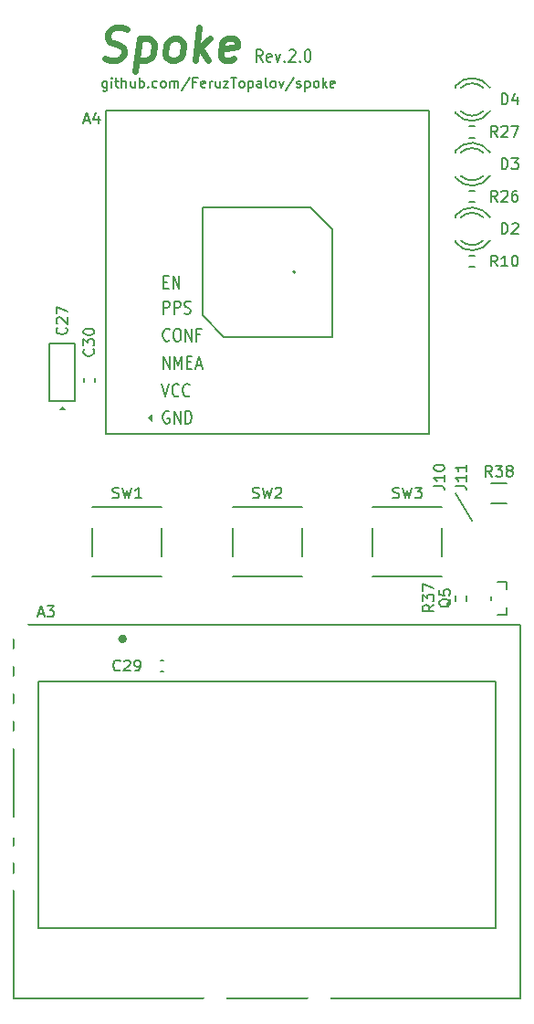
<source format=gto>
%TF.GenerationSoftware,KiCad,Pcbnew,9.0.4*%
%TF.CreationDate,2025-09-21T10:52:25+02:00*%
%TF.ProjectId,Spoke,53706f6b-652e-46b6-9963-61645f706362,2.0*%
%TF.SameCoordinates,PX5f5e100PY5f5e100*%
%TF.FileFunction,Legend,Top*%
%TF.FilePolarity,Positive*%
%FSLAX46Y46*%
G04 Gerber Fmt 4.6, Leading zero omitted, Abs format (unit mm)*
G04 Created by KiCad (PCBNEW 9.0.4) date 2025-09-21 10:52:25*
%MOMM*%
%LPD*%
G01*
G04 APERTURE LIST*
%ADD10C,0.153000*%
%ADD11C,0.600000*%
%ADD12C,0.180000*%
%ADD13C,0.200000*%
%ADD14C,0.120000*%
%ADD15C,0.400000*%
G04 APERTURE END LIST*
D10*
X17500000Y4500000D02*
X19000000Y2000000D01*
D11*
X-15071429Y44786200D02*
X-14660715Y44643343D01*
X-14660715Y44643343D02*
X-13946429Y44643343D01*
X-13946429Y44643343D02*
X-13642857Y44786200D01*
X-13642857Y44786200D02*
X-13482143Y44929058D01*
X-13482143Y44929058D02*
X-13303572Y45214772D01*
X-13303572Y45214772D02*
X-13267857Y45500486D01*
X-13267857Y45500486D02*
X-13375000Y45786200D01*
X-13375000Y45786200D02*
X-13500000Y45929058D01*
X-13500000Y45929058D02*
X-13767857Y46071915D01*
X-13767857Y46071915D02*
X-14321429Y46214772D01*
X-14321429Y46214772D02*
X-14589286Y46357629D01*
X-14589286Y46357629D02*
X-14714286Y46500486D01*
X-14714286Y46500486D02*
X-14821429Y46786200D01*
X-14821429Y46786200D02*
X-14785715Y47071915D01*
X-14785715Y47071915D02*
X-14607143Y47357629D01*
X-14607143Y47357629D02*
X-14446429Y47500486D01*
X-14446429Y47500486D02*
X-14142857Y47643343D01*
X-14142857Y47643343D02*
X-13428572Y47643343D01*
X-13428572Y47643343D02*
X-13017857Y47500486D01*
X-11839286Y46643343D02*
X-12214286Y43643343D01*
X-11857143Y46500486D02*
X-11553572Y46643343D01*
X-11553572Y46643343D02*
X-10982143Y46643343D01*
X-10982143Y46643343D02*
X-10714286Y46500486D01*
X-10714286Y46500486D02*
X-10589286Y46357629D01*
X-10589286Y46357629D02*
X-10482143Y46071915D01*
X-10482143Y46071915D02*
X-10589286Y45214772D01*
X-10589286Y45214772D02*
X-10767857Y44929058D01*
X-10767857Y44929058D02*
X-10928572Y44786200D01*
X-10928572Y44786200D02*
X-11232143Y44643343D01*
X-11232143Y44643343D02*
X-11803572Y44643343D01*
X-11803572Y44643343D02*
X-12071429Y44786200D01*
X-8946428Y44643343D02*
X-9214286Y44786200D01*
X-9214286Y44786200D02*
X-9339286Y44929058D01*
X-9339286Y44929058D02*
X-9446428Y45214772D01*
X-9446428Y45214772D02*
X-9339286Y46071915D01*
X-9339286Y46071915D02*
X-9160714Y46357629D01*
X-9160714Y46357629D02*
X-9000000Y46500486D01*
X-9000000Y46500486D02*
X-8696428Y46643343D01*
X-8696428Y46643343D02*
X-8267857Y46643343D01*
X-8267857Y46643343D02*
X-8000000Y46500486D01*
X-8000000Y46500486D02*
X-7875000Y46357629D01*
X-7875000Y46357629D02*
X-7767857Y46071915D01*
X-7767857Y46071915D02*
X-7875000Y45214772D01*
X-7875000Y45214772D02*
X-8053571Y44929058D01*
X-8053571Y44929058D02*
X-8214286Y44786200D01*
X-8214286Y44786200D02*
X-8517857Y44643343D01*
X-8517857Y44643343D02*
X-8946428Y44643343D01*
X-6660714Y44643343D02*
X-6285714Y47643343D01*
X-6232142Y45786200D02*
X-5517857Y44643343D01*
X-5267857Y46643343D02*
X-6553571Y45500486D01*
X-3071429Y44786200D02*
X-3375000Y44643343D01*
X-3375000Y44643343D02*
X-3946429Y44643343D01*
X-3946429Y44643343D02*
X-4214286Y44786200D01*
X-4214286Y44786200D02*
X-4321429Y45071915D01*
X-4321429Y45071915D02*
X-4178571Y46214772D01*
X-4178571Y46214772D02*
X-4000000Y46500486D01*
X-4000000Y46500486D02*
X-3696429Y46643343D01*
X-3696429Y46643343D02*
X-3125000Y46643343D01*
X-3125000Y46643343D02*
X-2857143Y46500486D01*
X-2857143Y46500486D02*
X-2750000Y46214772D01*
X-2750000Y46214772D02*
X-2785714Y45929058D01*
X-2785714Y45929058D02*
X-4250000Y45643343D01*
D12*
X-14850001Y42693003D02*
X-14850001Y41964432D01*
X-14850001Y41964432D02*
X-14892859Y41878718D01*
X-14892859Y41878718D02*
X-14935716Y41835860D01*
X-14935716Y41835860D02*
X-15021430Y41793003D01*
X-15021430Y41793003D02*
X-15150001Y41793003D01*
X-15150001Y41793003D02*
X-15235716Y41835860D01*
X-14850001Y42135860D02*
X-14935716Y42093003D01*
X-14935716Y42093003D02*
X-15107144Y42093003D01*
X-15107144Y42093003D02*
X-15192859Y42135860D01*
X-15192859Y42135860D02*
X-15235716Y42178718D01*
X-15235716Y42178718D02*
X-15278573Y42264432D01*
X-15278573Y42264432D02*
X-15278573Y42521575D01*
X-15278573Y42521575D02*
X-15235716Y42607289D01*
X-15235716Y42607289D02*
X-15192859Y42650146D01*
X-15192859Y42650146D02*
X-15107144Y42693003D01*
X-15107144Y42693003D02*
X-14935716Y42693003D01*
X-14935716Y42693003D02*
X-14850001Y42650146D01*
X-14421430Y42093003D02*
X-14421430Y42693003D01*
X-14421430Y42993003D02*
X-14464287Y42950146D01*
X-14464287Y42950146D02*
X-14421430Y42907289D01*
X-14421430Y42907289D02*
X-14378573Y42950146D01*
X-14378573Y42950146D02*
X-14421430Y42993003D01*
X-14421430Y42993003D02*
X-14421430Y42907289D01*
X-14121430Y42693003D02*
X-13778573Y42693003D01*
X-13992859Y42993003D02*
X-13992859Y42221575D01*
X-13992859Y42221575D02*
X-13950002Y42135860D01*
X-13950002Y42135860D02*
X-13864287Y42093003D01*
X-13864287Y42093003D02*
X-13778573Y42093003D01*
X-13478573Y42093003D02*
X-13478573Y42993003D01*
X-13092858Y42093003D02*
X-13092858Y42564432D01*
X-13092858Y42564432D02*
X-13135716Y42650146D01*
X-13135716Y42650146D02*
X-13221430Y42693003D01*
X-13221430Y42693003D02*
X-13350001Y42693003D01*
X-13350001Y42693003D02*
X-13435716Y42650146D01*
X-13435716Y42650146D02*
X-13478573Y42607289D01*
X-12278572Y42693003D02*
X-12278572Y42093003D01*
X-12664287Y42693003D02*
X-12664287Y42221575D01*
X-12664287Y42221575D02*
X-12621430Y42135860D01*
X-12621430Y42135860D02*
X-12535715Y42093003D01*
X-12535715Y42093003D02*
X-12407144Y42093003D01*
X-12407144Y42093003D02*
X-12321430Y42135860D01*
X-12321430Y42135860D02*
X-12278572Y42178718D01*
X-11850001Y42093003D02*
X-11850001Y42993003D01*
X-11850001Y42650146D02*
X-11764286Y42693003D01*
X-11764286Y42693003D02*
X-11592858Y42693003D01*
X-11592858Y42693003D02*
X-11507144Y42650146D01*
X-11507144Y42650146D02*
X-11464286Y42607289D01*
X-11464286Y42607289D02*
X-11421429Y42521575D01*
X-11421429Y42521575D02*
X-11421429Y42264432D01*
X-11421429Y42264432D02*
X-11464286Y42178718D01*
X-11464286Y42178718D02*
X-11507144Y42135860D01*
X-11507144Y42135860D02*
X-11592858Y42093003D01*
X-11592858Y42093003D02*
X-11764286Y42093003D01*
X-11764286Y42093003D02*
X-11850001Y42135860D01*
X-11035715Y42178718D02*
X-10992858Y42135860D01*
X-10992858Y42135860D02*
X-11035715Y42093003D01*
X-11035715Y42093003D02*
X-11078572Y42135860D01*
X-11078572Y42135860D02*
X-11035715Y42178718D01*
X-11035715Y42178718D02*
X-11035715Y42093003D01*
X-10221429Y42135860D02*
X-10307144Y42093003D01*
X-10307144Y42093003D02*
X-10478572Y42093003D01*
X-10478572Y42093003D02*
X-10564287Y42135860D01*
X-10564287Y42135860D02*
X-10607144Y42178718D01*
X-10607144Y42178718D02*
X-10650001Y42264432D01*
X-10650001Y42264432D02*
X-10650001Y42521575D01*
X-10650001Y42521575D02*
X-10607144Y42607289D01*
X-10607144Y42607289D02*
X-10564287Y42650146D01*
X-10564287Y42650146D02*
X-10478572Y42693003D01*
X-10478572Y42693003D02*
X-10307144Y42693003D01*
X-10307144Y42693003D02*
X-10221429Y42650146D01*
X-9707143Y42093003D02*
X-9792858Y42135860D01*
X-9792858Y42135860D02*
X-9835715Y42178718D01*
X-9835715Y42178718D02*
X-9878572Y42264432D01*
X-9878572Y42264432D02*
X-9878572Y42521575D01*
X-9878572Y42521575D02*
X-9835715Y42607289D01*
X-9835715Y42607289D02*
X-9792858Y42650146D01*
X-9792858Y42650146D02*
X-9707143Y42693003D01*
X-9707143Y42693003D02*
X-9578572Y42693003D01*
X-9578572Y42693003D02*
X-9492858Y42650146D01*
X-9492858Y42650146D02*
X-9450000Y42607289D01*
X-9450000Y42607289D02*
X-9407143Y42521575D01*
X-9407143Y42521575D02*
X-9407143Y42264432D01*
X-9407143Y42264432D02*
X-9450000Y42178718D01*
X-9450000Y42178718D02*
X-9492858Y42135860D01*
X-9492858Y42135860D02*
X-9578572Y42093003D01*
X-9578572Y42093003D02*
X-9707143Y42093003D01*
X-9021429Y42093003D02*
X-9021429Y42693003D01*
X-9021429Y42607289D02*
X-8978572Y42650146D01*
X-8978572Y42650146D02*
X-8892857Y42693003D01*
X-8892857Y42693003D02*
X-8764286Y42693003D01*
X-8764286Y42693003D02*
X-8678572Y42650146D01*
X-8678572Y42650146D02*
X-8635714Y42564432D01*
X-8635714Y42564432D02*
X-8635714Y42093003D01*
X-8635714Y42564432D02*
X-8592857Y42650146D01*
X-8592857Y42650146D02*
X-8507143Y42693003D01*
X-8507143Y42693003D02*
X-8378572Y42693003D01*
X-8378572Y42693003D02*
X-8292857Y42650146D01*
X-8292857Y42650146D02*
X-8250000Y42564432D01*
X-8250000Y42564432D02*
X-8250000Y42093003D01*
X-7178572Y43035860D02*
X-7950000Y41878718D01*
X-6578572Y42564432D02*
X-6878572Y42564432D01*
X-6878572Y42093003D02*
X-6878572Y42993003D01*
X-6878572Y42993003D02*
X-6450000Y42993003D01*
X-5764286Y42135860D02*
X-5850000Y42093003D01*
X-5850000Y42093003D02*
X-6021428Y42093003D01*
X-6021428Y42093003D02*
X-6107143Y42135860D01*
X-6107143Y42135860D02*
X-6150000Y42221575D01*
X-6150000Y42221575D02*
X-6150000Y42564432D01*
X-6150000Y42564432D02*
X-6107143Y42650146D01*
X-6107143Y42650146D02*
X-6021428Y42693003D01*
X-6021428Y42693003D02*
X-5850000Y42693003D01*
X-5850000Y42693003D02*
X-5764286Y42650146D01*
X-5764286Y42650146D02*
X-5721428Y42564432D01*
X-5721428Y42564432D02*
X-5721428Y42478718D01*
X-5721428Y42478718D02*
X-6150000Y42393003D01*
X-5335714Y42093003D02*
X-5335714Y42693003D01*
X-5335714Y42521575D02*
X-5292857Y42607289D01*
X-5292857Y42607289D02*
X-5249999Y42650146D01*
X-5249999Y42650146D02*
X-5164285Y42693003D01*
X-5164285Y42693003D02*
X-5078571Y42693003D01*
X-4392856Y42693003D02*
X-4392856Y42093003D01*
X-4778571Y42693003D02*
X-4778571Y42221575D01*
X-4778571Y42221575D02*
X-4735714Y42135860D01*
X-4735714Y42135860D02*
X-4649999Y42093003D01*
X-4649999Y42093003D02*
X-4521428Y42093003D01*
X-4521428Y42093003D02*
X-4435714Y42135860D01*
X-4435714Y42135860D02*
X-4392856Y42178718D01*
X-4049999Y42693003D02*
X-3578570Y42693003D01*
X-3578570Y42693003D02*
X-4049999Y42093003D01*
X-4049999Y42093003D02*
X-3578570Y42093003D01*
X-3364285Y42993003D02*
X-2849999Y42993003D01*
X-3107142Y42093003D02*
X-3107142Y42993003D01*
X-2421428Y42093003D02*
X-2507143Y42135860D01*
X-2507143Y42135860D02*
X-2550000Y42178718D01*
X-2550000Y42178718D02*
X-2592857Y42264432D01*
X-2592857Y42264432D02*
X-2592857Y42521575D01*
X-2592857Y42521575D02*
X-2550000Y42607289D01*
X-2550000Y42607289D02*
X-2507143Y42650146D01*
X-2507143Y42650146D02*
X-2421428Y42693003D01*
X-2421428Y42693003D02*
X-2292857Y42693003D01*
X-2292857Y42693003D02*
X-2207143Y42650146D01*
X-2207143Y42650146D02*
X-2164285Y42607289D01*
X-2164285Y42607289D02*
X-2121428Y42521575D01*
X-2121428Y42521575D02*
X-2121428Y42264432D01*
X-2121428Y42264432D02*
X-2164285Y42178718D01*
X-2164285Y42178718D02*
X-2207143Y42135860D01*
X-2207143Y42135860D02*
X-2292857Y42093003D01*
X-2292857Y42093003D02*
X-2421428Y42093003D01*
X-1735714Y42693003D02*
X-1735714Y41793003D01*
X-1735714Y42650146D02*
X-1649999Y42693003D01*
X-1649999Y42693003D02*
X-1478571Y42693003D01*
X-1478571Y42693003D02*
X-1392857Y42650146D01*
X-1392857Y42650146D02*
X-1349999Y42607289D01*
X-1349999Y42607289D02*
X-1307142Y42521575D01*
X-1307142Y42521575D02*
X-1307142Y42264432D01*
X-1307142Y42264432D02*
X-1349999Y42178718D01*
X-1349999Y42178718D02*
X-1392857Y42135860D01*
X-1392857Y42135860D02*
X-1478571Y42093003D01*
X-1478571Y42093003D02*
X-1649999Y42093003D01*
X-1649999Y42093003D02*
X-1735714Y42135860D01*
X-535713Y42093003D02*
X-535713Y42564432D01*
X-535713Y42564432D02*
X-578571Y42650146D01*
X-578571Y42650146D02*
X-664285Y42693003D01*
X-664285Y42693003D02*
X-835713Y42693003D01*
X-835713Y42693003D02*
X-921428Y42650146D01*
X-535713Y42135860D02*
X-621428Y42093003D01*
X-621428Y42093003D02*
X-835713Y42093003D01*
X-835713Y42093003D02*
X-921428Y42135860D01*
X-921428Y42135860D02*
X-964285Y42221575D01*
X-964285Y42221575D02*
X-964285Y42307289D01*
X-964285Y42307289D02*
X-921428Y42393003D01*
X-921428Y42393003D02*
X-835713Y42435860D01*
X-835713Y42435860D02*
X-621428Y42435860D01*
X-621428Y42435860D02*
X-535713Y42478718D01*
X21430Y42093003D02*
X-64285Y42135860D01*
X-64285Y42135860D02*
X-107142Y42221575D01*
X-107142Y42221575D02*
X-107142Y42993003D01*
X492859Y42093003D02*
X407144Y42135860D01*
X407144Y42135860D02*
X364287Y42178718D01*
X364287Y42178718D02*
X321430Y42264432D01*
X321430Y42264432D02*
X321430Y42521575D01*
X321430Y42521575D02*
X364287Y42607289D01*
X364287Y42607289D02*
X407144Y42650146D01*
X407144Y42650146D02*
X492859Y42693003D01*
X492859Y42693003D02*
X621430Y42693003D01*
X621430Y42693003D02*
X707144Y42650146D01*
X707144Y42650146D02*
X750002Y42607289D01*
X750002Y42607289D02*
X792859Y42521575D01*
X792859Y42521575D02*
X792859Y42264432D01*
X792859Y42264432D02*
X750002Y42178718D01*
X750002Y42178718D02*
X707144Y42135860D01*
X707144Y42135860D02*
X621430Y42093003D01*
X621430Y42093003D02*
X492859Y42093003D01*
X1092859Y42693003D02*
X1307145Y42093003D01*
X1307145Y42093003D02*
X1521430Y42693003D01*
X2507144Y43035860D02*
X1735716Y41878718D01*
X2764287Y42135860D02*
X2850001Y42093003D01*
X2850001Y42093003D02*
X3021430Y42093003D01*
X3021430Y42093003D02*
X3107144Y42135860D01*
X3107144Y42135860D02*
X3150001Y42221575D01*
X3150001Y42221575D02*
X3150001Y42264432D01*
X3150001Y42264432D02*
X3107144Y42350146D01*
X3107144Y42350146D02*
X3021430Y42393003D01*
X3021430Y42393003D02*
X2892859Y42393003D01*
X2892859Y42393003D02*
X2807144Y42435860D01*
X2807144Y42435860D02*
X2764287Y42521575D01*
X2764287Y42521575D02*
X2764287Y42564432D01*
X2764287Y42564432D02*
X2807144Y42650146D01*
X2807144Y42650146D02*
X2892859Y42693003D01*
X2892859Y42693003D02*
X3021430Y42693003D01*
X3021430Y42693003D02*
X3107144Y42650146D01*
X3535715Y42693003D02*
X3535715Y41793003D01*
X3535715Y42650146D02*
X3621430Y42693003D01*
X3621430Y42693003D02*
X3792858Y42693003D01*
X3792858Y42693003D02*
X3878572Y42650146D01*
X3878572Y42650146D02*
X3921430Y42607289D01*
X3921430Y42607289D02*
X3964287Y42521575D01*
X3964287Y42521575D02*
X3964287Y42264432D01*
X3964287Y42264432D02*
X3921430Y42178718D01*
X3921430Y42178718D02*
X3878572Y42135860D01*
X3878572Y42135860D02*
X3792858Y42093003D01*
X3792858Y42093003D02*
X3621430Y42093003D01*
X3621430Y42093003D02*
X3535715Y42135860D01*
X4478573Y42093003D02*
X4392858Y42135860D01*
X4392858Y42135860D02*
X4350001Y42178718D01*
X4350001Y42178718D02*
X4307144Y42264432D01*
X4307144Y42264432D02*
X4307144Y42521575D01*
X4307144Y42521575D02*
X4350001Y42607289D01*
X4350001Y42607289D02*
X4392858Y42650146D01*
X4392858Y42650146D02*
X4478573Y42693003D01*
X4478573Y42693003D02*
X4607144Y42693003D01*
X4607144Y42693003D02*
X4692858Y42650146D01*
X4692858Y42650146D02*
X4735716Y42607289D01*
X4735716Y42607289D02*
X4778573Y42521575D01*
X4778573Y42521575D02*
X4778573Y42264432D01*
X4778573Y42264432D02*
X4735716Y42178718D01*
X4735716Y42178718D02*
X4692858Y42135860D01*
X4692858Y42135860D02*
X4607144Y42093003D01*
X4607144Y42093003D02*
X4478573Y42093003D01*
X5164287Y42093003D02*
X5164287Y42993003D01*
X5250002Y42435860D02*
X5507144Y42093003D01*
X5507144Y42693003D02*
X5164287Y42350146D01*
X6235715Y42135860D02*
X6150001Y42093003D01*
X6150001Y42093003D02*
X5978573Y42093003D01*
X5978573Y42093003D02*
X5892858Y42135860D01*
X5892858Y42135860D02*
X5850001Y42221575D01*
X5850001Y42221575D02*
X5850001Y42564432D01*
X5850001Y42564432D02*
X5892858Y42650146D01*
X5892858Y42650146D02*
X5978573Y42693003D01*
X5978573Y42693003D02*
X6150001Y42693003D01*
X6150001Y42693003D02*
X6235715Y42650146D01*
X6235715Y42650146D02*
X6278573Y42564432D01*
X6278573Y42564432D02*
X6278573Y42478718D01*
X6278573Y42478718D02*
X5850001Y42393003D01*
D13*
X-428572Y44455258D02*
X-761905Y45026686D01*
X-1000000Y44455258D02*
X-1000000Y45655258D01*
X-1000000Y45655258D02*
X-619048Y45655258D01*
X-619048Y45655258D02*
X-523810Y45598115D01*
X-523810Y45598115D02*
X-476191Y45540972D01*
X-476191Y45540972D02*
X-428572Y45426686D01*
X-428572Y45426686D02*
X-428572Y45255258D01*
X-428572Y45255258D02*
X-476191Y45140972D01*
X-476191Y45140972D02*
X-523810Y45083829D01*
X-523810Y45083829D02*
X-619048Y45026686D01*
X-619048Y45026686D02*
X-1000000Y45026686D01*
X380952Y44512400D02*
X285714Y44455258D01*
X285714Y44455258D02*
X95238Y44455258D01*
X95238Y44455258D02*
X0Y44512400D01*
X0Y44512400D02*
X-47619Y44626686D01*
X-47619Y44626686D02*
X-47619Y45083829D01*
X-47619Y45083829D02*
X0Y45198115D01*
X0Y45198115D02*
X95238Y45255258D01*
X95238Y45255258D02*
X285714Y45255258D01*
X285714Y45255258D02*
X380952Y45198115D01*
X380952Y45198115D02*
X428571Y45083829D01*
X428571Y45083829D02*
X428571Y44969543D01*
X428571Y44969543D02*
X-47619Y44855258D01*
X761905Y45255258D02*
X1000000Y44455258D01*
X1000000Y44455258D02*
X1238095Y45255258D01*
X1619048Y44569543D02*
X1666667Y44512400D01*
X1666667Y44512400D02*
X1619048Y44455258D01*
X1619048Y44455258D02*
X1571429Y44512400D01*
X1571429Y44512400D02*
X1619048Y44569543D01*
X1619048Y44569543D02*
X1619048Y44455258D01*
X2047619Y45540972D02*
X2095238Y45598115D01*
X2095238Y45598115D02*
X2190476Y45655258D01*
X2190476Y45655258D02*
X2428571Y45655258D01*
X2428571Y45655258D02*
X2523809Y45598115D01*
X2523809Y45598115D02*
X2571428Y45540972D01*
X2571428Y45540972D02*
X2619047Y45426686D01*
X2619047Y45426686D02*
X2619047Y45312400D01*
X2619047Y45312400D02*
X2571428Y45140972D01*
X2571428Y45140972D02*
X2000000Y44455258D01*
X2000000Y44455258D02*
X2619047Y44455258D01*
X3047619Y44569543D02*
X3095238Y44512400D01*
X3095238Y44512400D02*
X3047619Y44455258D01*
X3047619Y44455258D02*
X3000000Y44512400D01*
X3000000Y44512400D02*
X3047619Y44569543D01*
X3047619Y44569543D02*
X3047619Y44455258D01*
X3714285Y45655258D02*
X3809523Y45655258D01*
X3809523Y45655258D02*
X3904761Y45598115D01*
X3904761Y45598115D02*
X3952380Y45540972D01*
X3952380Y45540972D02*
X3999999Y45426686D01*
X3999999Y45426686D02*
X4047618Y45198115D01*
X4047618Y45198115D02*
X4047618Y44912400D01*
X4047618Y44912400D02*
X3999999Y44683829D01*
X3999999Y44683829D02*
X3952380Y44569543D01*
X3952380Y44569543D02*
X3904761Y44512400D01*
X3904761Y44512400D02*
X3809523Y44455258D01*
X3809523Y44455258D02*
X3714285Y44455258D01*
X3714285Y44455258D02*
X3619047Y44512400D01*
X3619047Y44512400D02*
X3571428Y44569543D01*
X3571428Y44569543D02*
X3523809Y44683829D01*
X3523809Y44683829D02*
X3476190Y44912400D01*
X3476190Y44912400D02*
X3476190Y45198115D01*
X3476190Y45198115D02*
X3523809Y45426686D01*
X3523809Y45426686D02*
X3571428Y45540972D01*
X3571428Y45540972D02*
X3619047Y45598115D01*
X3619047Y45598115D02*
X3714285Y45655258D01*
X-16143020Y17857143D02*
X-16095400Y17809524D01*
X-16095400Y17809524D02*
X-16047781Y17666667D01*
X-16047781Y17666667D02*
X-16047781Y17571429D01*
X-16047781Y17571429D02*
X-16095400Y17428572D01*
X-16095400Y17428572D02*
X-16190639Y17333334D01*
X-16190639Y17333334D02*
X-16285877Y17285715D01*
X-16285877Y17285715D02*
X-16476353Y17238096D01*
X-16476353Y17238096D02*
X-16619210Y17238096D01*
X-16619210Y17238096D02*
X-16809686Y17285715D01*
X-16809686Y17285715D02*
X-16904924Y17333334D01*
X-16904924Y17333334D02*
X-17000162Y17428572D01*
X-17000162Y17428572D02*
X-17047781Y17571429D01*
X-17047781Y17571429D02*
X-17047781Y17666667D01*
X-17047781Y17666667D02*
X-17000162Y17809524D01*
X-17000162Y17809524D02*
X-16952543Y17857143D01*
X-17047781Y18190477D02*
X-17047781Y18809524D01*
X-17047781Y18809524D02*
X-16666829Y18476191D01*
X-16666829Y18476191D02*
X-16666829Y18619048D01*
X-16666829Y18619048D02*
X-16619210Y18714286D01*
X-16619210Y18714286D02*
X-16571591Y18761905D01*
X-16571591Y18761905D02*
X-16476353Y18809524D01*
X-16476353Y18809524D02*
X-16238258Y18809524D01*
X-16238258Y18809524D02*
X-16143020Y18761905D01*
X-16143020Y18761905D02*
X-16095400Y18714286D01*
X-16095400Y18714286D02*
X-16047781Y18619048D01*
X-16047781Y18619048D02*
X-16047781Y18333334D01*
X-16047781Y18333334D02*
X-16095400Y18238096D01*
X-16095400Y18238096D02*
X-16143020Y18190477D01*
X-17047781Y19428572D02*
X-17047781Y19523810D01*
X-17047781Y19523810D02*
X-17000162Y19619048D01*
X-17000162Y19619048D02*
X-16952543Y19666667D01*
X-16952543Y19666667D02*
X-16857305Y19714286D01*
X-16857305Y19714286D02*
X-16666829Y19761905D01*
X-16666829Y19761905D02*
X-16428734Y19761905D01*
X-16428734Y19761905D02*
X-16238258Y19714286D01*
X-16238258Y19714286D02*
X-16143020Y19666667D01*
X-16143020Y19666667D02*
X-16095400Y19619048D01*
X-16095400Y19619048D02*
X-16047781Y19523810D01*
X-16047781Y19523810D02*
X-16047781Y19428572D01*
X-16047781Y19428572D02*
X-16095400Y19333334D01*
X-16095400Y19333334D02*
X-16143020Y19285715D01*
X-16143020Y19285715D02*
X-16238258Y19238096D01*
X-16238258Y19238096D02*
X-16428734Y19190477D01*
X-16428734Y19190477D02*
X-16666829Y19190477D01*
X-16666829Y19190477D02*
X-16857305Y19238096D01*
X-16857305Y19238096D02*
X-16952543Y19285715D01*
X-16952543Y19285715D02*
X-17000162Y19333334D01*
X-17000162Y19333334D02*
X-17047781Y19428572D01*
X20857142Y6047781D02*
X20523809Y6523972D01*
X20285714Y6047781D02*
X20285714Y7047781D01*
X20285714Y7047781D02*
X20666666Y7047781D01*
X20666666Y7047781D02*
X20761904Y7000162D01*
X20761904Y7000162D02*
X20809523Y6952543D01*
X20809523Y6952543D02*
X20857142Y6857305D01*
X20857142Y6857305D02*
X20857142Y6714448D01*
X20857142Y6714448D02*
X20809523Y6619210D01*
X20809523Y6619210D02*
X20761904Y6571591D01*
X20761904Y6571591D02*
X20666666Y6523972D01*
X20666666Y6523972D02*
X20285714Y6523972D01*
X21190476Y7047781D02*
X21809523Y7047781D01*
X21809523Y7047781D02*
X21476190Y6666829D01*
X21476190Y6666829D02*
X21619047Y6666829D01*
X21619047Y6666829D02*
X21714285Y6619210D01*
X21714285Y6619210D02*
X21761904Y6571591D01*
X21761904Y6571591D02*
X21809523Y6476353D01*
X21809523Y6476353D02*
X21809523Y6238258D01*
X21809523Y6238258D02*
X21761904Y6143020D01*
X21761904Y6143020D02*
X21714285Y6095400D01*
X21714285Y6095400D02*
X21619047Y6047781D01*
X21619047Y6047781D02*
X21333333Y6047781D01*
X21333333Y6047781D02*
X21238095Y6095400D01*
X21238095Y6095400D02*
X21190476Y6143020D01*
X22380952Y6619210D02*
X22285714Y6666829D01*
X22285714Y6666829D02*
X22238095Y6714448D01*
X22238095Y6714448D02*
X22190476Y6809686D01*
X22190476Y6809686D02*
X22190476Y6857305D01*
X22190476Y6857305D02*
X22238095Y6952543D01*
X22238095Y6952543D02*
X22285714Y7000162D01*
X22285714Y7000162D02*
X22380952Y7047781D01*
X22380952Y7047781D02*
X22571428Y7047781D01*
X22571428Y7047781D02*
X22666666Y7000162D01*
X22666666Y7000162D02*
X22714285Y6952543D01*
X22714285Y6952543D02*
X22761904Y6857305D01*
X22761904Y6857305D02*
X22761904Y6809686D01*
X22761904Y6809686D02*
X22714285Y6714448D01*
X22714285Y6714448D02*
X22666666Y6666829D01*
X22666666Y6666829D02*
X22571428Y6619210D01*
X22571428Y6619210D02*
X22380952Y6619210D01*
X22380952Y6619210D02*
X22285714Y6571591D01*
X22285714Y6571591D02*
X22238095Y6523972D01*
X22238095Y6523972D02*
X22190476Y6428734D01*
X22190476Y6428734D02*
X22190476Y6238258D01*
X22190476Y6238258D02*
X22238095Y6143020D01*
X22238095Y6143020D02*
X22285714Y6095400D01*
X22285714Y6095400D02*
X22380952Y6047781D01*
X22380952Y6047781D02*
X22571428Y6047781D01*
X22571428Y6047781D02*
X22666666Y6095400D01*
X22666666Y6095400D02*
X22714285Y6143020D01*
X22714285Y6143020D02*
X22761904Y6238258D01*
X22761904Y6238258D02*
X22761904Y6428734D01*
X22761904Y6428734D02*
X22714285Y6523972D01*
X22714285Y6523972D02*
X22666666Y6571591D01*
X22666666Y6571591D02*
X22571428Y6619210D01*
X-1333333Y4095400D02*
X-1190476Y4047781D01*
X-1190476Y4047781D02*
X-952381Y4047781D01*
X-952381Y4047781D02*
X-857143Y4095400D01*
X-857143Y4095400D02*
X-809524Y4143020D01*
X-809524Y4143020D02*
X-761905Y4238258D01*
X-761905Y4238258D02*
X-761905Y4333496D01*
X-761905Y4333496D02*
X-809524Y4428734D01*
X-809524Y4428734D02*
X-857143Y4476353D01*
X-857143Y4476353D02*
X-952381Y4523972D01*
X-952381Y4523972D02*
X-1142857Y4571591D01*
X-1142857Y4571591D02*
X-1238095Y4619210D01*
X-1238095Y4619210D02*
X-1285714Y4666829D01*
X-1285714Y4666829D02*
X-1333333Y4762067D01*
X-1333333Y4762067D02*
X-1333333Y4857305D01*
X-1333333Y4857305D02*
X-1285714Y4952543D01*
X-1285714Y4952543D02*
X-1238095Y5000162D01*
X-1238095Y5000162D02*
X-1142857Y5047781D01*
X-1142857Y5047781D02*
X-904762Y5047781D01*
X-904762Y5047781D02*
X-761905Y5000162D01*
X-428571Y5047781D02*
X-190476Y4047781D01*
X-190476Y4047781D02*
X0Y4762067D01*
X0Y4762067D02*
X190476Y4047781D01*
X190476Y4047781D02*
X428572Y5047781D01*
X761905Y4952543D02*
X809524Y5000162D01*
X809524Y5000162D02*
X904762Y5047781D01*
X904762Y5047781D02*
X1142857Y5047781D01*
X1142857Y5047781D02*
X1238095Y5000162D01*
X1238095Y5000162D02*
X1285714Y4952543D01*
X1285714Y4952543D02*
X1333333Y4857305D01*
X1333333Y4857305D02*
X1333333Y4762067D01*
X1333333Y4762067D02*
X1285714Y4619210D01*
X1285714Y4619210D02*
X714286Y4047781D01*
X714286Y4047781D02*
X1333333Y4047781D01*
X21761905Y34547781D02*
X21761905Y35547781D01*
X21761905Y35547781D02*
X22000000Y35547781D01*
X22000000Y35547781D02*
X22142857Y35500162D01*
X22142857Y35500162D02*
X22238095Y35404924D01*
X22238095Y35404924D02*
X22285714Y35309686D01*
X22285714Y35309686D02*
X22333333Y35119210D01*
X22333333Y35119210D02*
X22333333Y34976353D01*
X22333333Y34976353D02*
X22285714Y34785877D01*
X22285714Y34785877D02*
X22238095Y34690639D01*
X22238095Y34690639D02*
X22142857Y34595400D01*
X22142857Y34595400D02*
X22000000Y34547781D01*
X22000000Y34547781D02*
X21761905Y34547781D01*
X22666667Y35547781D02*
X23285714Y35547781D01*
X23285714Y35547781D02*
X22952381Y35166829D01*
X22952381Y35166829D02*
X23095238Y35166829D01*
X23095238Y35166829D02*
X23190476Y35119210D01*
X23190476Y35119210D02*
X23238095Y35071591D01*
X23238095Y35071591D02*
X23285714Y34976353D01*
X23285714Y34976353D02*
X23285714Y34738258D01*
X23285714Y34738258D02*
X23238095Y34643020D01*
X23238095Y34643020D02*
X23190476Y34595400D01*
X23190476Y34595400D02*
X23095238Y34547781D01*
X23095238Y34547781D02*
X22809524Y34547781D01*
X22809524Y34547781D02*
X22714286Y34595400D01*
X22714286Y34595400D02*
X22666667Y34643020D01*
X-14333333Y4095400D02*
X-14190476Y4047781D01*
X-14190476Y4047781D02*
X-13952381Y4047781D01*
X-13952381Y4047781D02*
X-13857143Y4095400D01*
X-13857143Y4095400D02*
X-13809524Y4143020D01*
X-13809524Y4143020D02*
X-13761905Y4238258D01*
X-13761905Y4238258D02*
X-13761905Y4333496D01*
X-13761905Y4333496D02*
X-13809524Y4428734D01*
X-13809524Y4428734D02*
X-13857143Y4476353D01*
X-13857143Y4476353D02*
X-13952381Y4523972D01*
X-13952381Y4523972D02*
X-14142857Y4571591D01*
X-14142857Y4571591D02*
X-14238095Y4619210D01*
X-14238095Y4619210D02*
X-14285714Y4666829D01*
X-14285714Y4666829D02*
X-14333333Y4762067D01*
X-14333333Y4762067D02*
X-14333333Y4857305D01*
X-14333333Y4857305D02*
X-14285714Y4952543D01*
X-14285714Y4952543D02*
X-14238095Y5000162D01*
X-14238095Y5000162D02*
X-14142857Y5047781D01*
X-14142857Y5047781D02*
X-13904762Y5047781D01*
X-13904762Y5047781D02*
X-13761905Y5000162D01*
X-13428571Y5047781D02*
X-13190476Y4047781D01*
X-13190476Y4047781D02*
X-13000000Y4762067D01*
X-13000000Y4762067D02*
X-12809524Y4047781D01*
X-12809524Y4047781D02*
X-12571428Y5047781D01*
X-11666667Y4047781D02*
X-12238095Y4047781D01*
X-11952381Y4047781D02*
X-11952381Y5047781D01*
X-11952381Y5047781D02*
X-12047619Y4904924D01*
X-12047619Y4904924D02*
X-12142857Y4809686D01*
X-12142857Y4809686D02*
X-12238095Y4762067D01*
X15452219Y-5842857D02*
X14976028Y-6176190D01*
X15452219Y-6414285D02*
X14452219Y-6414285D01*
X14452219Y-6414285D02*
X14452219Y-6033333D01*
X14452219Y-6033333D02*
X14499838Y-5938095D01*
X14499838Y-5938095D02*
X14547457Y-5890476D01*
X14547457Y-5890476D02*
X14642695Y-5842857D01*
X14642695Y-5842857D02*
X14785552Y-5842857D01*
X14785552Y-5842857D02*
X14880790Y-5890476D01*
X14880790Y-5890476D02*
X14928409Y-5938095D01*
X14928409Y-5938095D02*
X14976028Y-6033333D01*
X14976028Y-6033333D02*
X14976028Y-6414285D01*
X14452219Y-5509523D02*
X14452219Y-4890476D01*
X14452219Y-4890476D02*
X14833171Y-5223809D01*
X14833171Y-5223809D02*
X14833171Y-5080952D01*
X14833171Y-5080952D02*
X14880790Y-4985714D01*
X14880790Y-4985714D02*
X14928409Y-4938095D01*
X14928409Y-4938095D02*
X15023647Y-4890476D01*
X15023647Y-4890476D02*
X15261742Y-4890476D01*
X15261742Y-4890476D02*
X15356980Y-4938095D01*
X15356980Y-4938095D02*
X15404600Y-4985714D01*
X15404600Y-4985714D02*
X15452219Y-5080952D01*
X15452219Y-5080952D02*
X15452219Y-5366666D01*
X15452219Y-5366666D02*
X15404600Y-5461904D01*
X15404600Y-5461904D02*
X15356980Y-5509523D01*
X14452219Y-4557142D02*
X14452219Y-3890476D01*
X14452219Y-3890476D02*
X15452219Y-4319047D01*
X21761905Y28547781D02*
X21761905Y29547781D01*
X21761905Y29547781D02*
X22000000Y29547781D01*
X22000000Y29547781D02*
X22142857Y29500162D01*
X22142857Y29500162D02*
X22238095Y29404924D01*
X22238095Y29404924D02*
X22285714Y29309686D01*
X22285714Y29309686D02*
X22333333Y29119210D01*
X22333333Y29119210D02*
X22333333Y28976353D01*
X22333333Y28976353D02*
X22285714Y28785877D01*
X22285714Y28785877D02*
X22238095Y28690639D01*
X22238095Y28690639D02*
X22142857Y28595400D01*
X22142857Y28595400D02*
X22000000Y28547781D01*
X22000000Y28547781D02*
X21761905Y28547781D01*
X22714286Y29452543D02*
X22761905Y29500162D01*
X22761905Y29500162D02*
X22857143Y29547781D01*
X22857143Y29547781D02*
X23095238Y29547781D01*
X23095238Y29547781D02*
X23190476Y29500162D01*
X23190476Y29500162D02*
X23238095Y29452543D01*
X23238095Y29452543D02*
X23285714Y29357305D01*
X23285714Y29357305D02*
X23285714Y29262067D01*
X23285714Y29262067D02*
X23238095Y29119210D01*
X23238095Y29119210D02*
X22666667Y28547781D01*
X22666667Y28547781D02*
X23285714Y28547781D01*
X17452219Y5190477D02*
X18166504Y5190477D01*
X18166504Y5190477D02*
X18309361Y5142858D01*
X18309361Y5142858D02*
X18404600Y5047620D01*
X18404600Y5047620D02*
X18452219Y4904763D01*
X18452219Y4904763D02*
X18452219Y4809525D01*
X18452219Y6190477D02*
X18452219Y5619049D01*
X18452219Y5904763D02*
X17452219Y5904763D01*
X17452219Y5904763D02*
X17595076Y5809525D01*
X17595076Y5809525D02*
X17690314Y5714287D01*
X17690314Y5714287D02*
X17737933Y5619049D01*
X18452219Y7142858D02*
X18452219Y6571430D01*
X18452219Y6857144D02*
X17452219Y6857144D01*
X17452219Y6857144D02*
X17595076Y6761906D01*
X17595076Y6761906D02*
X17690314Y6666668D01*
X17690314Y6666668D02*
X17737933Y6571430D01*
X21357142Y25547781D02*
X21023809Y26023972D01*
X20785714Y25547781D02*
X20785714Y26547781D01*
X20785714Y26547781D02*
X21166666Y26547781D01*
X21166666Y26547781D02*
X21261904Y26500162D01*
X21261904Y26500162D02*
X21309523Y26452543D01*
X21309523Y26452543D02*
X21357142Y26357305D01*
X21357142Y26357305D02*
X21357142Y26214448D01*
X21357142Y26214448D02*
X21309523Y26119210D01*
X21309523Y26119210D02*
X21261904Y26071591D01*
X21261904Y26071591D02*
X21166666Y26023972D01*
X21166666Y26023972D02*
X20785714Y26023972D01*
X22309523Y25547781D02*
X21738095Y25547781D01*
X22023809Y25547781D02*
X22023809Y26547781D01*
X22023809Y26547781D02*
X21928571Y26404924D01*
X21928571Y26404924D02*
X21833333Y26309686D01*
X21833333Y26309686D02*
X21738095Y26262067D01*
X22928571Y26547781D02*
X23023809Y26547781D01*
X23023809Y26547781D02*
X23119047Y26500162D01*
X23119047Y26500162D02*
X23166666Y26452543D01*
X23166666Y26452543D02*
X23214285Y26357305D01*
X23214285Y26357305D02*
X23261904Y26166829D01*
X23261904Y26166829D02*
X23261904Y25928734D01*
X23261904Y25928734D02*
X23214285Y25738258D01*
X23214285Y25738258D02*
X23166666Y25643020D01*
X23166666Y25643020D02*
X23119047Y25595400D01*
X23119047Y25595400D02*
X23023809Y25547781D01*
X23023809Y25547781D02*
X22928571Y25547781D01*
X22928571Y25547781D02*
X22833333Y25595400D01*
X22833333Y25595400D02*
X22785714Y25643020D01*
X22785714Y25643020D02*
X22738095Y25738258D01*
X22738095Y25738258D02*
X22690476Y25928734D01*
X22690476Y25928734D02*
X22690476Y26166829D01*
X22690476Y26166829D02*
X22738095Y26357305D01*
X22738095Y26357305D02*
X22785714Y26452543D01*
X22785714Y26452543D02*
X22833333Y26500162D01*
X22833333Y26500162D02*
X22928571Y26547781D01*
X-18643020Y19857143D02*
X-18595400Y19809524D01*
X-18595400Y19809524D02*
X-18547781Y19666667D01*
X-18547781Y19666667D02*
X-18547781Y19571429D01*
X-18547781Y19571429D02*
X-18595400Y19428572D01*
X-18595400Y19428572D02*
X-18690639Y19333334D01*
X-18690639Y19333334D02*
X-18785877Y19285715D01*
X-18785877Y19285715D02*
X-18976353Y19238096D01*
X-18976353Y19238096D02*
X-19119210Y19238096D01*
X-19119210Y19238096D02*
X-19309686Y19285715D01*
X-19309686Y19285715D02*
X-19404924Y19333334D01*
X-19404924Y19333334D02*
X-19500162Y19428572D01*
X-19500162Y19428572D02*
X-19547781Y19571429D01*
X-19547781Y19571429D02*
X-19547781Y19666667D01*
X-19547781Y19666667D02*
X-19500162Y19809524D01*
X-19500162Y19809524D02*
X-19452543Y19857143D01*
X-19452543Y20238096D02*
X-19500162Y20285715D01*
X-19500162Y20285715D02*
X-19547781Y20380953D01*
X-19547781Y20380953D02*
X-19547781Y20619048D01*
X-19547781Y20619048D02*
X-19500162Y20714286D01*
X-19500162Y20714286D02*
X-19452543Y20761905D01*
X-19452543Y20761905D02*
X-19357305Y20809524D01*
X-19357305Y20809524D02*
X-19262067Y20809524D01*
X-19262067Y20809524D02*
X-19119210Y20761905D01*
X-19119210Y20761905D02*
X-18547781Y20190477D01*
X-18547781Y20190477D02*
X-18547781Y20809524D01*
X-19547781Y21142858D02*
X-19547781Y21809524D01*
X-19547781Y21809524D02*
X-18547781Y21380953D01*
X-21214286Y-6666504D02*
X-20738096Y-6666504D01*
X-21309524Y-6952219D02*
X-20976191Y-5952219D01*
X-20976191Y-5952219D02*
X-20642858Y-6952219D01*
X-20404762Y-5952219D02*
X-19785715Y-5952219D01*
X-19785715Y-5952219D02*
X-20119048Y-6333171D01*
X-20119048Y-6333171D02*
X-19976191Y-6333171D01*
X-19976191Y-6333171D02*
X-19880953Y-6380790D01*
X-19880953Y-6380790D02*
X-19833334Y-6428409D01*
X-19833334Y-6428409D02*
X-19785715Y-6523647D01*
X-19785715Y-6523647D02*
X-19785715Y-6761742D01*
X-19785715Y-6761742D02*
X-19833334Y-6856980D01*
X-19833334Y-6856980D02*
X-19880953Y-6904600D01*
X-19880953Y-6904600D02*
X-19976191Y-6952219D01*
X-19976191Y-6952219D02*
X-20261905Y-6952219D01*
X-20261905Y-6952219D02*
X-20357143Y-6904600D01*
X-20357143Y-6904600D02*
X-20404762Y-6856980D01*
X15452219Y5190477D02*
X16166504Y5190477D01*
X16166504Y5190477D02*
X16309361Y5142858D01*
X16309361Y5142858D02*
X16404600Y5047620D01*
X16404600Y5047620D02*
X16452219Y4904763D01*
X16452219Y4904763D02*
X16452219Y4809525D01*
X16452219Y6190477D02*
X16452219Y5619049D01*
X16452219Y5904763D02*
X15452219Y5904763D01*
X15452219Y5904763D02*
X15595076Y5809525D01*
X15595076Y5809525D02*
X15690314Y5714287D01*
X15690314Y5714287D02*
X15737933Y5619049D01*
X15452219Y6809525D02*
X15452219Y6904763D01*
X15452219Y6904763D02*
X15499838Y7000001D01*
X15499838Y7000001D02*
X15547457Y7047620D01*
X15547457Y7047620D02*
X15642695Y7095239D01*
X15642695Y7095239D02*
X15833171Y7142858D01*
X15833171Y7142858D02*
X16071266Y7142858D01*
X16071266Y7142858D02*
X16261742Y7095239D01*
X16261742Y7095239D02*
X16356980Y7047620D01*
X16356980Y7047620D02*
X16404600Y7000001D01*
X16404600Y7000001D02*
X16452219Y6904763D01*
X16452219Y6904763D02*
X16452219Y6809525D01*
X16452219Y6809525D02*
X16404600Y6714287D01*
X16404600Y6714287D02*
X16356980Y6666668D01*
X16356980Y6666668D02*
X16261742Y6619049D01*
X16261742Y6619049D02*
X16071266Y6571430D01*
X16071266Y6571430D02*
X15833171Y6571430D01*
X15833171Y6571430D02*
X15642695Y6619049D01*
X15642695Y6619049D02*
X15547457Y6666668D01*
X15547457Y6666668D02*
X15499838Y6714287D01*
X15499838Y6714287D02*
X15452219Y6809525D01*
X-13642858Y-11856980D02*
X-13690477Y-11904600D01*
X-13690477Y-11904600D02*
X-13833334Y-11952219D01*
X-13833334Y-11952219D02*
X-13928572Y-11952219D01*
X-13928572Y-11952219D02*
X-14071429Y-11904600D01*
X-14071429Y-11904600D02*
X-14166667Y-11809361D01*
X-14166667Y-11809361D02*
X-14214286Y-11714123D01*
X-14214286Y-11714123D02*
X-14261905Y-11523647D01*
X-14261905Y-11523647D02*
X-14261905Y-11380790D01*
X-14261905Y-11380790D02*
X-14214286Y-11190314D01*
X-14214286Y-11190314D02*
X-14166667Y-11095076D01*
X-14166667Y-11095076D02*
X-14071429Y-10999838D01*
X-14071429Y-10999838D02*
X-13928572Y-10952219D01*
X-13928572Y-10952219D02*
X-13833334Y-10952219D01*
X-13833334Y-10952219D02*
X-13690477Y-10999838D01*
X-13690477Y-10999838D02*
X-13642858Y-11047457D01*
X-13261905Y-11047457D02*
X-13214286Y-10999838D01*
X-13214286Y-10999838D02*
X-13119048Y-10952219D01*
X-13119048Y-10952219D02*
X-12880953Y-10952219D01*
X-12880953Y-10952219D02*
X-12785715Y-10999838D01*
X-12785715Y-10999838D02*
X-12738096Y-11047457D01*
X-12738096Y-11047457D02*
X-12690477Y-11142695D01*
X-12690477Y-11142695D02*
X-12690477Y-11237933D01*
X-12690477Y-11237933D02*
X-12738096Y-11380790D01*
X-12738096Y-11380790D02*
X-13309524Y-11952219D01*
X-13309524Y-11952219D02*
X-12690477Y-11952219D01*
X-12214286Y-11952219D02*
X-12023810Y-11952219D01*
X-12023810Y-11952219D02*
X-11928572Y-11904600D01*
X-11928572Y-11904600D02*
X-11880953Y-11856980D01*
X-11880953Y-11856980D02*
X-11785715Y-11714123D01*
X-11785715Y-11714123D02*
X-11738096Y-11523647D01*
X-11738096Y-11523647D02*
X-11738096Y-11142695D01*
X-11738096Y-11142695D02*
X-11785715Y-11047457D01*
X-11785715Y-11047457D02*
X-11833334Y-10999838D01*
X-11833334Y-10999838D02*
X-11928572Y-10952219D01*
X-11928572Y-10952219D02*
X-12119048Y-10952219D01*
X-12119048Y-10952219D02*
X-12214286Y-10999838D01*
X-12214286Y-10999838D02*
X-12261905Y-11047457D01*
X-12261905Y-11047457D02*
X-12309524Y-11142695D01*
X-12309524Y-11142695D02*
X-12309524Y-11380790D01*
X-12309524Y-11380790D02*
X-12261905Y-11476028D01*
X-12261905Y-11476028D02*
X-12214286Y-11523647D01*
X-12214286Y-11523647D02*
X-12119048Y-11571266D01*
X-12119048Y-11571266D02*
X-11928572Y-11571266D01*
X-11928572Y-11571266D02*
X-11833334Y-11523647D01*
X-11833334Y-11523647D02*
X-11785715Y-11476028D01*
X-11785715Y-11476028D02*
X-11738096Y-11380790D01*
X-16964286Y39083496D02*
X-16488096Y39083496D01*
X-17059524Y38797781D02*
X-16726191Y39797781D01*
X-16726191Y39797781D02*
X-16392858Y38797781D01*
X-15630953Y39464448D02*
X-15630953Y38797781D01*
X-15869048Y39845400D02*
X-16107143Y39131115D01*
X-16107143Y39131115D02*
X-15488096Y39131115D01*
X-9773184Y14655258D02*
X-9439851Y13455258D01*
X-9439851Y13455258D02*
X-9106518Y14655258D01*
X-8201756Y13569543D02*
X-8249375Y13512400D01*
X-8249375Y13512400D02*
X-8392232Y13455258D01*
X-8392232Y13455258D02*
X-8487470Y13455258D01*
X-8487470Y13455258D02*
X-8630327Y13512400D01*
X-8630327Y13512400D02*
X-8725565Y13626686D01*
X-8725565Y13626686D02*
X-8773184Y13740972D01*
X-8773184Y13740972D02*
X-8820803Y13969543D01*
X-8820803Y13969543D02*
X-8820803Y14140972D01*
X-8820803Y14140972D02*
X-8773184Y14369543D01*
X-8773184Y14369543D02*
X-8725565Y14483829D01*
X-8725565Y14483829D02*
X-8630327Y14598115D01*
X-8630327Y14598115D02*
X-8487470Y14655258D01*
X-8487470Y14655258D02*
X-8392232Y14655258D01*
X-8392232Y14655258D02*
X-8249375Y14598115D01*
X-8249375Y14598115D02*
X-8201756Y14540972D01*
X-7201756Y13569543D02*
X-7249375Y13512400D01*
X-7249375Y13512400D02*
X-7392232Y13455258D01*
X-7392232Y13455258D02*
X-7487470Y13455258D01*
X-7487470Y13455258D02*
X-7630327Y13512400D01*
X-7630327Y13512400D02*
X-7725565Y13626686D01*
X-7725565Y13626686D02*
X-7773184Y13740972D01*
X-7773184Y13740972D02*
X-7820803Y13969543D01*
X-7820803Y13969543D02*
X-7820803Y14140972D01*
X-7820803Y14140972D02*
X-7773184Y14369543D01*
X-7773184Y14369543D02*
X-7725565Y14483829D01*
X-7725565Y14483829D02*
X-7630327Y14598115D01*
X-7630327Y14598115D02*
X-7487470Y14655258D01*
X-7487470Y14655258D02*
X-7392232Y14655258D01*
X-7392232Y14655258D02*
X-7249375Y14598115D01*
X-7249375Y14598115D02*
X-7201756Y14540972D01*
X-9630327Y16035258D02*
X-9630327Y17235258D01*
X-9630327Y17235258D02*
X-9058899Y16035258D01*
X-9058899Y16035258D02*
X-9058899Y17235258D01*
X-8582708Y16035258D02*
X-8582708Y17235258D01*
X-8582708Y17235258D02*
X-8249375Y16378115D01*
X-8249375Y16378115D02*
X-7916042Y17235258D01*
X-7916042Y17235258D02*
X-7916042Y16035258D01*
X-7439851Y16663829D02*
X-7106518Y16663829D01*
X-6963661Y16035258D02*
X-7439851Y16035258D01*
X-7439851Y16035258D02*
X-7439851Y17235258D01*
X-7439851Y17235258D02*
X-6963661Y17235258D01*
X-6582708Y16378115D02*
X-6106518Y16378115D01*
X-6677946Y16035258D02*
X-6344613Y17235258D01*
X-6344613Y17235258D02*
X-6011280Y16035258D01*
X-9058899Y18689543D02*
X-9106518Y18632400D01*
X-9106518Y18632400D02*
X-9249375Y18575258D01*
X-9249375Y18575258D02*
X-9344613Y18575258D01*
X-9344613Y18575258D02*
X-9487470Y18632400D01*
X-9487470Y18632400D02*
X-9582708Y18746686D01*
X-9582708Y18746686D02*
X-9630327Y18860972D01*
X-9630327Y18860972D02*
X-9677946Y19089543D01*
X-9677946Y19089543D02*
X-9677946Y19260972D01*
X-9677946Y19260972D02*
X-9630327Y19489543D01*
X-9630327Y19489543D02*
X-9582708Y19603829D01*
X-9582708Y19603829D02*
X-9487470Y19718115D01*
X-9487470Y19718115D02*
X-9344613Y19775258D01*
X-9344613Y19775258D02*
X-9249375Y19775258D01*
X-9249375Y19775258D02*
X-9106518Y19718115D01*
X-9106518Y19718115D02*
X-9058899Y19660972D01*
X-8439851Y19775258D02*
X-8249375Y19775258D01*
X-8249375Y19775258D02*
X-8154137Y19718115D01*
X-8154137Y19718115D02*
X-8058899Y19603829D01*
X-8058899Y19603829D02*
X-8011280Y19375258D01*
X-8011280Y19375258D02*
X-8011280Y18975258D01*
X-8011280Y18975258D02*
X-8058899Y18746686D01*
X-8058899Y18746686D02*
X-8154137Y18632400D01*
X-8154137Y18632400D02*
X-8249375Y18575258D01*
X-8249375Y18575258D02*
X-8439851Y18575258D01*
X-8439851Y18575258D02*
X-8535089Y18632400D01*
X-8535089Y18632400D02*
X-8630327Y18746686D01*
X-8630327Y18746686D02*
X-8677946Y18975258D01*
X-8677946Y18975258D02*
X-8677946Y19375258D01*
X-8677946Y19375258D02*
X-8630327Y19603829D01*
X-8630327Y19603829D02*
X-8535089Y19718115D01*
X-8535089Y19718115D02*
X-8439851Y19775258D01*
X-7582708Y18575258D02*
X-7582708Y19775258D01*
X-7582708Y19775258D02*
X-7011280Y18575258D01*
X-7011280Y18575258D02*
X-7011280Y19775258D01*
X-6201756Y19203829D02*
X-6535089Y19203829D01*
X-6535089Y18575258D02*
X-6535089Y19775258D01*
X-6535089Y19775258D02*
X-6058899Y19775258D01*
X-9106518Y12098115D02*
X-9201756Y12155258D01*
X-9201756Y12155258D02*
X-9344613Y12155258D01*
X-9344613Y12155258D02*
X-9487470Y12098115D01*
X-9487470Y12098115D02*
X-9582708Y11983829D01*
X-9582708Y11983829D02*
X-9630327Y11869543D01*
X-9630327Y11869543D02*
X-9677946Y11640972D01*
X-9677946Y11640972D02*
X-9677946Y11469543D01*
X-9677946Y11469543D02*
X-9630327Y11240972D01*
X-9630327Y11240972D02*
X-9582708Y11126686D01*
X-9582708Y11126686D02*
X-9487470Y11012400D01*
X-9487470Y11012400D02*
X-9344613Y10955258D01*
X-9344613Y10955258D02*
X-9249375Y10955258D01*
X-9249375Y10955258D02*
X-9106518Y11012400D01*
X-9106518Y11012400D02*
X-9058899Y11069543D01*
X-9058899Y11069543D02*
X-9058899Y11469543D01*
X-9058899Y11469543D02*
X-9249375Y11469543D01*
X-8630327Y10955258D02*
X-8630327Y12155258D01*
X-8630327Y12155258D02*
X-8058899Y10955258D01*
X-8058899Y10955258D02*
X-8058899Y12155258D01*
X-7582708Y10955258D02*
X-7582708Y12155258D01*
X-7582708Y12155258D02*
X-7344613Y12155258D01*
X-7344613Y12155258D02*
X-7201756Y12098115D01*
X-7201756Y12098115D02*
X-7106518Y11983829D01*
X-7106518Y11983829D02*
X-7058899Y11869543D01*
X-7058899Y11869543D02*
X-7011280Y11640972D01*
X-7011280Y11640972D02*
X-7011280Y11469543D01*
X-7011280Y11469543D02*
X-7058899Y11240972D01*
X-7058899Y11240972D02*
X-7106518Y11126686D01*
X-7106518Y11126686D02*
X-7201756Y11012400D01*
X-7201756Y11012400D02*
X-7344613Y10955258D01*
X-7344613Y10955258D02*
X-7582708Y10955258D01*
X-9630327Y21115258D02*
X-9630327Y22315258D01*
X-9630327Y22315258D02*
X-9249375Y22315258D01*
X-9249375Y22315258D02*
X-9154137Y22258115D01*
X-9154137Y22258115D02*
X-9106518Y22200972D01*
X-9106518Y22200972D02*
X-9058899Y22086686D01*
X-9058899Y22086686D02*
X-9058899Y21915258D01*
X-9058899Y21915258D02*
X-9106518Y21800972D01*
X-9106518Y21800972D02*
X-9154137Y21743829D01*
X-9154137Y21743829D02*
X-9249375Y21686686D01*
X-9249375Y21686686D02*
X-9630327Y21686686D01*
X-8630327Y21115258D02*
X-8630327Y22315258D01*
X-8630327Y22315258D02*
X-8249375Y22315258D01*
X-8249375Y22315258D02*
X-8154137Y22258115D01*
X-8154137Y22258115D02*
X-8106518Y22200972D01*
X-8106518Y22200972D02*
X-8058899Y22086686D01*
X-8058899Y22086686D02*
X-8058899Y21915258D01*
X-8058899Y21915258D02*
X-8106518Y21800972D01*
X-8106518Y21800972D02*
X-8154137Y21743829D01*
X-8154137Y21743829D02*
X-8249375Y21686686D01*
X-8249375Y21686686D02*
X-8630327Y21686686D01*
X-7677946Y21172400D02*
X-7535089Y21115258D01*
X-7535089Y21115258D02*
X-7296994Y21115258D01*
X-7296994Y21115258D02*
X-7201756Y21172400D01*
X-7201756Y21172400D02*
X-7154137Y21229543D01*
X-7154137Y21229543D02*
X-7106518Y21343829D01*
X-7106518Y21343829D02*
X-7106518Y21458115D01*
X-7106518Y21458115D02*
X-7154137Y21572400D01*
X-7154137Y21572400D02*
X-7201756Y21629543D01*
X-7201756Y21629543D02*
X-7296994Y21686686D01*
X-7296994Y21686686D02*
X-7487470Y21743829D01*
X-7487470Y21743829D02*
X-7582708Y21800972D01*
X-7582708Y21800972D02*
X-7630327Y21858115D01*
X-7630327Y21858115D02*
X-7677946Y21972400D01*
X-7677946Y21972400D02*
X-7677946Y22086686D01*
X-7677946Y22086686D02*
X-7630327Y22200972D01*
X-7630327Y22200972D02*
X-7582708Y22258115D01*
X-7582708Y22258115D02*
X-7487470Y22315258D01*
X-7487470Y22315258D02*
X-7249375Y22315258D01*
X-7249375Y22315258D02*
X-7106518Y22258115D01*
X-9630327Y24083829D02*
X-9296994Y24083829D01*
X-9154137Y23455258D02*
X-9630327Y23455258D01*
X-9630327Y23455258D02*
X-9630327Y24655258D01*
X-9630327Y24655258D02*
X-9154137Y24655258D01*
X-8725565Y23455258D02*
X-8725565Y24655258D01*
X-8725565Y24655258D02*
X-8154137Y23455258D01*
X-8154137Y23455258D02*
X-8154137Y24655258D01*
X21761905Y40547781D02*
X21761905Y41547781D01*
X21761905Y41547781D02*
X22000000Y41547781D01*
X22000000Y41547781D02*
X22142857Y41500162D01*
X22142857Y41500162D02*
X22238095Y41404924D01*
X22238095Y41404924D02*
X22285714Y41309686D01*
X22285714Y41309686D02*
X22333333Y41119210D01*
X22333333Y41119210D02*
X22333333Y40976353D01*
X22333333Y40976353D02*
X22285714Y40785877D01*
X22285714Y40785877D02*
X22238095Y40690639D01*
X22238095Y40690639D02*
X22142857Y40595400D01*
X22142857Y40595400D02*
X22000000Y40547781D01*
X22000000Y40547781D02*
X21761905Y40547781D01*
X23190476Y41214448D02*
X23190476Y40547781D01*
X22952381Y41595400D02*
X22714286Y40881115D01*
X22714286Y40881115D02*
X23333333Y40881115D01*
X17047457Y-5295238D02*
X16999838Y-5390476D01*
X16999838Y-5390476D02*
X16904600Y-5485714D01*
X16904600Y-5485714D02*
X16761742Y-5628571D01*
X16761742Y-5628571D02*
X16714123Y-5723809D01*
X16714123Y-5723809D02*
X16714123Y-5819047D01*
X16952219Y-5771428D02*
X16904600Y-5866666D01*
X16904600Y-5866666D02*
X16809361Y-5961904D01*
X16809361Y-5961904D02*
X16618885Y-6009523D01*
X16618885Y-6009523D02*
X16285552Y-6009523D01*
X16285552Y-6009523D02*
X16095076Y-5961904D01*
X16095076Y-5961904D02*
X15999838Y-5866666D01*
X15999838Y-5866666D02*
X15952219Y-5771428D01*
X15952219Y-5771428D02*
X15952219Y-5580952D01*
X15952219Y-5580952D02*
X15999838Y-5485714D01*
X15999838Y-5485714D02*
X16095076Y-5390476D01*
X16095076Y-5390476D02*
X16285552Y-5342857D01*
X16285552Y-5342857D02*
X16618885Y-5342857D01*
X16618885Y-5342857D02*
X16809361Y-5390476D01*
X16809361Y-5390476D02*
X16904600Y-5485714D01*
X16904600Y-5485714D02*
X16952219Y-5580952D01*
X16952219Y-5580952D02*
X16952219Y-5771428D01*
X15952219Y-4438095D02*
X15952219Y-4914285D01*
X15952219Y-4914285D02*
X16428409Y-4961904D01*
X16428409Y-4961904D02*
X16380790Y-4914285D01*
X16380790Y-4914285D02*
X16333171Y-4819047D01*
X16333171Y-4819047D02*
X16333171Y-4580952D01*
X16333171Y-4580952D02*
X16380790Y-4485714D01*
X16380790Y-4485714D02*
X16428409Y-4438095D01*
X16428409Y-4438095D02*
X16523647Y-4390476D01*
X16523647Y-4390476D02*
X16761742Y-4390476D01*
X16761742Y-4390476D02*
X16856980Y-4438095D01*
X16856980Y-4438095D02*
X16904600Y-4485714D01*
X16904600Y-4485714D02*
X16952219Y-4580952D01*
X16952219Y-4580952D02*
X16952219Y-4819047D01*
X16952219Y-4819047D02*
X16904600Y-4914285D01*
X16904600Y-4914285D02*
X16856980Y-4961904D01*
X21357142Y37547781D02*
X21023809Y38023972D01*
X20785714Y37547781D02*
X20785714Y38547781D01*
X20785714Y38547781D02*
X21166666Y38547781D01*
X21166666Y38547781D02*
X21261904Y38500162D01*
X21261904Y38500162D02*
X21309523Y38452543D01*
X21309523Y38452543D02*
X21357142Y38357305D01*
X21357142Y38357305D02*
X21357142Y38214448D01*
X21357142Y38214448D02*
X21309523Y38119210D01*
X21309523Y38119210D02*
X21261904Y38071591D01*
X21261904Y38071591D02*
X21166666Y38023972D01*
X21166666Y38023972D02*
X20785714Y38023972D01*
X21738095Y38452543D02*
X21785714Y38500162D01*
X21785714Y38500162D02*
X21880952Y38547781D01*
X21880952Y38547781D02*
X22119047Y38547781D01*
X22119047Y38547781D02*
X22214285Y38500162D01*
X22214285Y38500162D02*
X22261904Y38452543D01*
X22261904Y38452543D02*
X22309523Y38357305D01*
X22309523Y38357305D02*
X22309523Y38262067D01*
X22309523Y38262067D02*
X22261904Y38119210D01*
X22261904Y38119210D02*
X21690476Y37547781D01*
X21690476Y37547781D02*
X22309523Y37547781D01*
X22642857Y38547781D02*
X23309523Y38547781D01*
X23309523Y38547781D02*
X22880952Y37547781D01*
X11666667Y4095400D02*
X11809524Y4047781D01*
X11809524Y4047781D02*
X12047619Y4047781D01*
X12047619Y4047781D02*
X12142857Y4095400D01*
X12142857Y4095400D02*
X12190476Y4143020D01*
X12190476Y4143020D02*
X12238095Y4238258D01*
X12238095Y4238258D02*
X12238095Y4333496D01*
X12238095Y4333496D02*
X12190476Y4428734D01*
X12190476Y4428734D02*
X12142857Y4476353D01*
X12142857Y4476353D02*
X12047619Y4523972D01*
X12047619Y4523972D02*
X11857143Y4571591D01*
X11857143Y4571591D02*
X11761905Y4619210D01*
X11761905Y4619210D02*
X11714286Y4666829D01*
X11714286Y4666829D02*
X11666667Y4762067D01*
X11666667Y4762067D02*
X11666667Y4857305D01*
X11666667Y4857305D02*
X11714286Y4952543D01*
X11714286Y4952543D02*
X11761905Y5000162D01*
X11761905Y5000162D02*
X11857143Y5047781D01*
X11857143Y5047781D02*
X12095238Y5047781D01*
X12095238Y5047781D02*
X12238095Y5000162D01*
X12571429Y5047781D02*
X12809524Y4047781D01*
X12809524Y4047781D02*
X13000000Y4762067D01*
X13000000Y4762067D02*
X13190476Y4047781D01*
X13190476Y4047781D02*
X13428572Y5047781D01*
X13714286Y5047781D02*
X14333333Y5047781D01*
X14333333Y5047781D02*
X14000000Y4666829D01*
X14000000Y4666829D02*
X14142857Y4666829D01*
X14142857Y4666829D02*
X14238095Y4619210D01*
X14238095Y4619210D02*
X14285714Y4571591D01*
X14285714Y4571591D02*
X14333333Y4476353D01*
X14333333Y4476353D02*
X14333333Y4238258D01*
X14333333Y4238258D02*
X14285714Y4143020D01*
X14285714Y4143020D02*
X14238095Y4095400D01*
X14238095Y4095400D02*
X14142857Y4047781D01*
X14142857Y4047781D02*
X13857143Y4047781D01*
X13857143Y4047781D02*
X13761905Y4095400D01*
X13761905Y4095400D02*
X13714286Y4143020D01*
X21357142Y31547781D02*
X21023809Y32023972D01*
X20785714Y31547781D02*
X20785714Y32547781D01*
X20785714Y32547781D02*
X21166666Y32547781D01*
X21166666Y32547781D02*
X21261904Y32500162D01*
X21261904Y32500162D02*
X21309523Y32452543D01*
X21309523Y32452543D02*
X21357142Y32357305D01*
X21357142Y32357305D02*
X21357142Y32214448D01*
X21357142Y32214448D02*
X21309523Y32119210D01*
X21309523Y32119210D02*
X21261904Y32071591D01*
X21261904Y32071591D02*
X21166666Y32023972D01*
X21166666Y32023972D02*
X20785714Y32023972D01*
X21738095Y32452543D02*
X21785714Y32500162D01*
X21785714Y32500162D02*
X21880952Y32547781D01*
X21880952Y32547781D02*
X22119047Y32547781D01*
X22119047Y32547781D02*
X22214285Y32500162D01*
X22214285Y32500162D02*
X22261904Y32452543D01*
X22261904Y32452543D02*
X22309523Y32357305D01*
X22309523Y32357305D02*
X22309523Y32262067D01*
X22309523Y32262067D02*
X22261904Y32119210D01*
X22261904Y32119210D02*
X21690476Y31547781D01*
X21690476Y31547781D02*
X22309523Y31547781D01*
X23166666Y32547781D02*
X22976190Y32547781D01*
X22976190Y32547781D02*
X22880952Y32500162D01*
X22880952Y32500162D02*
X22833333Y32452543D01*
X22833333Y32452543D02*
X22738095Y32309686D01*
X22738095Y32309686D02*
X22690476Y32119210D01*
X22690476Y32119210D02*
X22690476Y31738258D01*
X22690476Y31738258D02*
X22738095Y31643020D01*
X22738095Y31643020D02*
X22785714Y31595400D01*
X22785714Y31595400D02*
X22880952Y31547781D01*
X22880952Y31547781D02*
X23071428Y31547781D01*
X23071428Y31547781D02*
X23166666Y31595400D01*
X23166666Y31595400D02*
X23214285Y31643020D01*
X23214285Y31643020D02*
X23261904Y31738258D01*
X23261904Y31738258D02*
X23261904Y31976353D01*
X23261904Y31976353D02*
X23214285Y32071591D01*
X23214285Y32071591D02*
X23166666Y32119210D01*
X23166666Y32119210D02*
X23071428Y32166829D01*
X23071428Y32166829D02*
X22880952Y32166829D01*
X22880952Y32166829D02*
X22785714Y32119210D01*
X22785714Y32119210D02*
X22738095Y32071591D01*
X22738095Y32071591D02*
X22690476Y31976353D01*
%TO.C,C30*%
X-17010000Y14853733D02*
X-17010000Y15146267D01*
X-15990000Y14853733D02*
X-15990000Y15146267D01*
%TO.C,R38*%
X20772936Y5410000D02*
X22227064Y5410000D01*
X20772936Y3590000D02*
X22227064Y3590000D01*
%TO.C,SW2*%
X-3230000Y3230000D02*
X3230000Y3230000D01*
X-3230000Y3200000D02*
X-3230000Y3230000D01*
X-3230000Y1300000D02*
X-3230000Y-1300000D01*
X-3230000Y-3230000D02*
X-3230000Y-3200000D01*
X-3230000Y-3230000D02*
X3230000Y-3230000D01*
X3230000Y3230000D02*
X3230000Y3200000D01*
X3230000Y1300000D02*
X3230000Y-1300000D01*
X3230000Y-3230000D02*
X3230000Y-3200000D01*
%TO.C,D3*%
X17440000Y36236000D02*
X17440000Y36080000D01*
X17440000Y33920000D02*
X17440000Y33764000D01*
X17440000Y36235516D02*
G75*
G02*
X20671397Y36080061I1560000J-1235516D01*
G01*
X17959039Y36080000D02*
G75*
G02*
X20040910Y36080049I1040961J-1080000D01*
G01*
X20040910Y33919951D02*
G75*
G02*
X17959039Y33920000I-1040910J1080049D01*
G01*
X20671397Y33919939D02*
G75*
G02*
X17440000Y33764484I-1671397J1080061D01*
G01*
%TO.C,SW1*%
X-16230000Y3230000D02*
X-9770000Y3230000D01*
X-16230000Y3200000D02*
X-16230000Y3230000D01*
X-16230000Y1300000D02*
X-16230000Y-1300000D01*
X-16230000Y-3230000D02*
X-16230000Y-3200000D01*
X-16230000Y-3230000D02*
X-9770000Y-3230000D01*
X-9770000Y3230000D02*
X-9770000Y3200000D01*
X-9770000Y1300000D02*
X-9770000Y-1300000D01*
X-9770000Y-3230000D02*
X-9770000Y-3200000D01*
%TO.C,R37*%
X17477500Y-5454724D02*
X17477500Y-4945276D01*
X18522500Y-5454724D02*
X18522500Y-4945276D01*
%TO.C,D2*%
X17440000Y30236000D02*
X17440000Y30080000D01*
X17440000Y27920000D02*
X17440000Y27764000D01*
X17440000Y30235516D02*
G75*
G02*
X20671397Y30080061I1560000J-1235516D01*
G01*
X17959039Y30080000D02*
G75*
G02*
X20040910Y30080049I1040961J-1080000D01*
G01*
X20040910Y27919951D02*
G75*
G02*
X17959039Y27920000I-1040910J1080049D01*
G01*
X20671397Y27919939D02*
G75*
G02*
X17440000Y27764484I-1671397J1080061D01*
G01*
%TO.C,R10*%
X19254724Y26522500D02*
X18745276Y26522500D01*
X19254724Y25477500D02*
X18745276Y25477500D01*
%TO.C,C27*%
X-20200000Y18425000D02*
X-17800000Y18425000D01*
X-20200000Y13075000D02*
X-20200000Y18425000D01*
X-17800000Y18425000D02*
X-17800000Y13075000D01*
X-17800000Y13075000D02*
X-20200000Y13075000D01*
D14*
X-18760000Y12250000D02*
X-19240000Y12250000D01*
X-19000000Y12580000D01*
X-18760000Y12250000D01*
G36*
X-18760000Y12250000D02*
G01*
X-19240000Y12250000D01*
X-19000000Y12580000D01*
X-18760000Y12250000D01*
G37*
%TO.C,A3*%
D13*
X-23500000Y-7730000D02*
X23500000Y-7730000D01*
X23500000Y-42330000D01*
X-23500000Y-42330000D01*
X-23500000Y-7730000D01*
X-21210000Y-12937000D02*
X21210000Y-12937000D01*
X21210000Y-35777000D01*
X-21210000Y-35777000D01*
X-21210000Y-12937000D01*
D15*
X-13210000Y-9000000D02*
G75*
G02*
X-13610000Y-9000000I-200000J0D01*
G01*
X-13610000Y-9000000D02*
G75*
G02*
X-13210000Y-9000000I200000J0D01*
G01*
D13*
%TO.C,C29*%
X-9603733Y-10990000D02*
X-9896267Y-10990000D01*
X-9603733Y-12010000D02*
X-9896267Y-12010000D01*
%TO.C,A4*%
X-15000000Y40000000D02*
X15000000Y40000000D01*
X-15000000Y10000000D02*
X-15000000Y40000000D01*
X-6000000Y31000000D02*
X4000000Y31000000D01*
X-6000000Y21000000D02*
X-6000000Y31000000D01*
X-4000000Y19000000D02*
X-6000000Y21000000D01*
X4000000Y31000000D02*
X6000000Y29000000D01*
X6000000Y29000000D02*
X6000000Y19000000D01*
X6000000Y19000000D02*
X-4000000Y19000000D01*
X15000000Y40000000D02*
X15000000Y10000000D01*
X15000000Y10000000D02*
X-15000000Y10000000D01*
X2600000Y25000000D02*
G75*
G02*
X2400000Y25000000I-100000J0D01*
G01*
X2400000Y25000000D02*
G75*
G02*
X2600000Y25000000I100000J0D01*
G01*
D14*
X-10700000Y11220000D02*
X-11100000Y11500000D01*
X-10700000Y11800000D01*
X-10700000Y11220000D01*
G36*
X-10700000Y11220000D02*
G01*
X-11100000Y11500000D01*
X-10700000Y11800000D01*
X-10700000Y11220000D01*
G37*
D13*
%TO.C,D4*%
X17440000Y42236000D02*
X17440000Y42080000D01*
X17440000Y39920000D02*
X17440000Y39764000D01*
X17440000Y42235516D02*
G75*
G02*
X20671397Y42080061I1560000J-1235516D01*
G01*
X17959039Y42080000D02*
G75*
G02*
X20040910Y42080049I1040961J-1080000D01*
G01*
X20040910Y39919951D02*
G75*
G02*
X17959039Y39920000I-1040910J1080049D01*
G01*
X20671397Y39919939D02*
G75*
G02*
X17440000Y39764484I-1671397J1080061D01*
G01*
%TO.C,Q5*%
X20800000Y-5100000D02*
X20800000Y-5400000D01*
X21400000Y-6800000D02*
X22200000Y-6800000D01*
X22200000Y-3700000D02*
X21400000Y-3700000D01*
X22200000Y-4400000D02*
X22200000Y-3700000D01*
X22200000Y-6800000D02*
X22200000Y-6100000D01*
%TO.C,R27*%
X18745276Y38522500D02*
X19254724Y38522500D01*
X18745276Y37477500D02*
X19254724Y37477500D01*
%TO.C,SW3*%
X9770000Y3230000D02*
X16230000Y3230000D01*
X9770000Y3200000D02*
X9770000Y3230000D01*
X9770000Y1300000D02*
X9770000Y-1300000D01*
X9770000Y-3230000D02*
X9770000Y-3200000D01*
X9770000Y-3230000D02*
X16230000Y-3230000D01*
X16230000Y3230000D02*
X16230000Y3200000D01*
X16230000Y1300000D02*
X16230000Y-1300000D01*
X16230000Y-3230000D02*
X16230000Y-3200000D01*
%TO.C,R26*%
X18745276Y32522500D02*
X19254724Y32522500D01*
X18745276Y31477500D02*
X19254724Y31477500D01*
%TD*%
%LPC*%
G36*
X-3916575Y-46453594D02*
G01*
X-3845851Y-46500851D01*
X-3798594Y-46571575D01*
X-3782000Y-46655000D01*
X-3782000Y-48095000D01*
X-3798594Y-48178425D01*
X-3845851Y-48249149D01*
X-3916575Y-48296406D01*
X-4000000Y-48313000D01*
X-5640000Y-48313000D01*
X-5723425Y-48296406D01*
X-5794149Y-48249149D01*
X-5841406Y-48178425D01*
X-5858000Y-48095000D01*
X-5858000Y-46655000D01*
X-5841406Y-46571575D01*
X-5794149Y-46500851D01*
X-5723425Y-46453594D01*
X-5640000Y-46437000D01*
X-4000000Y-46437000D01*
X-3916575Y-46453594D01*
G37*
G36*
X5723425Y-46453594D02*
G01*
X5794149Y-46500851D01*
X5841406Y-46571575D01*
X5858000Y-46655000D01*
X5858000Y-48095000D01*
X5841406Y-48178425D01*
X5794149Y-48249149D01*
X5723425Y-48296406D01*
X5640000Y-48313000D01*
X4000000Y-48313000D01*
X3916575Y-48296406D01*
X3845851Y-48249149D01*
X3798594Y-48178425D01*
X3782000Y-48095000D01*
X3782000Y-46655000D01*
X3798594Y-46571575D01*
X3845851Y-46500851D01*
X3916575Y-46453594D01*
X4000000Y-46437000D01*
X5640000Y-46437000D01*
X5723425Y-46453594D01*
G37*
G36*
X-21381975Y-44867049D02*
G01*
X-21371484Y-44867049D01*
X-21319824Y-44875231D01*
X-21180464Y-44893578D01*
X-21146460Y-44902689D01*
X-21117616Y-44907258D01*
X-21062143Y-44925282D01*
X-20973520Y-44949029D01*
X-20916978Y-44972449D01*
X-20873165Y-44986685D01*
X-20832123Y-45007597D01*
X-20775574Y-45031020D01*
X-20696108Y-45076900D01*
X-20644147Y-45103375D01*
X-20620526Y-45120537D01*
X-20590038Y-45138139D01*
X-20478513Y-45223715D01*
X-20436204Y-45254455D01*
X-20428788Y-45261871D01*
X-20420067Y-45268563D01*
X-20268564Y-45420066D01*
X-20261873Y-45428786D01*
X-20254455Y-45436204D01*
X-20223712Y-45478518D01*
X-20138140Y-45590037D01*
X-20120540Y-45620522D01*
X-20103375Y-45644147D01*
X-20076897Y-45696113D01*
X-20031021Y-45775573D01*
X-20007601Y-45832116D01*
X-19986685Y-45873165D01*
X-19972448Y-45916983D01*
X-19949030Y-45973519D01*
X-19925287Y-46062129D01*
X-19907258Y-46117616D01*
X-19902689Y-46146465D01*
X-19893579Y-46180463D01*
X-19875233Y-46319815D01*
X-19867049Y-46371484D01*
X-19867049Y-46381974D01*
X-19865614Y-46392874D01*
X-19865614Y-46607125D01*
X-19867049Y-46618024D01*
X-19867049Y-46628516D01*
X-19875234Y-46680188D01*
X-19893579Y-46819536D01*
X-19902689Y-46853531D01*
X-19907258Y-46882384D01*
X-19925289Y-46937875D01*
X-19949030Y-47026480D01*
X-19972446Y-47083011D01*
X-19986685Y-47126835D01*
X-20007603Y-47167887D01*
X-20031021Y-47224426D01*
X-20076893Y-47303878D01*
X-20103375Y-47355853D01*
X-20120542Y-47379481D01*
X-20138140Y-47409962D01*
X-20223699Y-47521462D01*
X-20254455Y-47563796D01*
X-20261876Y-47571216D01*
X-20268564Y-47579933D01*
X-20420067Y-47731436D01*
X-20428784Y-47738124D01*
X-20436204Y-47745545D01*
X-20478538Y-47776301D01*
X-20590038Y-47861860D01*
X-20620519Y-47879458D01*
X-20644147Y-47896625D01*
X-20696122Y-47923107D01*
X-20775574Y-47968979D01*
X-20832113Y-47992397D01*
X-20873165Y-48013315D01*
X-20916989Y-48027554D01*
X-20973520Y-48050970D01*
X-21062125Y-48074711D01*
X-21117616Y-48092742D01*
X-21146469Y-48097311D01*
X-21180464Y-48106421D01*
X-21319812Y-48124766D01*
X-21371484Y-48132951D01*
X-21381975Y-48132951D01*
X-21392875Y-48134386D01*
X-21607125Y-48134386D01*
X-21618025Y-48132951D01*
X-21628516Y-48132951D01*
X-21680188Y-48124767D01*
X-21819537Y-48106421D01*
X-21853535Y-48097311D01*
X-21882384Y-48092742D01*
X-21937871Y-48074713D01*
X-22026481Y-48050970D01*
X-22083017Y-48027552D01*
X-22126835Y-48013315D01*
X-22167884Y-47992399D01*
X-22224427Y-47968979D01*
X-22303887Y-47923103D01*
X-22355853Y-47896625D01*
X-22379478Y-47879460D01*
X-22409963Y-47861860D01*
X-22521482Y-47776288D01*
X-22563796Y-47745545D01*
X-22571214Y-47738127D01*
X-22579934Y-47731436D01*
X-22731437Y-47579933D01*
X-22738129Y-47571212D01*
X-22745545Y-47563796D01*
X-22776285Y-47521487D01*
X-22861861Y-47409962D01*
X-22879463Y-47379474D01*
X-22896625Y-47355853D01*
X-22923100Y-47303892D01*
X-22968980Y-47224426D01*
X-22992403Y-47167877D01*
X-23013315Y-47126835D01*
X-23027551Y-47083022D01*
X-23050971Y-47026480D01*
X-23074718Y-46937857D01*
X-23092742Y-46882384D01*
X-23097311Y-46853540D01*
X-23106422Y-46819536D01*
X-23124769Y-46680176D01*
X-23132951Y-46628516D01*
X-23132951Y-46618025D01*
X-23134386Y-46607125D01*
X-23134386Y-46392874D01*
X-23132951Y-46381973D01*
X-23132951Y-46371484D01*
X-23124770Y-46319828D01*
X-23106422Y-46180463D01*
X-23097310Y-46146456D01*
X-23092742Y-46117616D01*
X-23074720Y-46062147D01*
X-23050971Y-45973519D01*
X-23027549Y-45916972D01*
X-23013315Y-45873165D01*
X-22992406Y-45832126D01*
X-22968980Y-45775573D01*
X-22923096Y-45696098D01*
X-22896625Y-45644147D01*
X-22879466Y-45620529D01*
X-22861861Y-45590037D01*
X-22776271Y-45478493D01*
X-22745545Y-45436204D01*
X-22738132Y-45428790D01*
X-22731437Y-45420066D01*
X-22579934Y-45268563D01*
X-22571210Y-45261868D01*
X-22563796Y-45254455D01*
X-22521507Y-45223729D01*
X-22409963Y-45138139D01*
X-22379471Y-45120534D01*
X-22355853Y-45103375D01*
X-22303902Y-45076904D01*
X-22224427Y-45031020D01*
X-22167874Y-45007594D01*
X-22126835Y-44986685D01*
X-22083028Y-44972451D01*
X-22026481Y-44949029D01*
X-21937853Y-44925280D01*
X-21882384Y-44907258D01*
X-21853544Y-44902690D01*
X-21819537Y-44893578D01*
X-21680175Y-44875230D01*
X-21628516Y-44867049D01*
X-21618025Y-44867049D01*
X-21607125Y-44865614D01*
X-21392875Y-44865614D01*
X-21381975Y-44867049D01*
G37*
G36*
X21618025Y-44867049D02*
G01*
X21628516Y-44867049D01*
X21680176Y-44875231D01*
X21819536Y-44893578D01*
X21853540Y-44902689D01*
X21882384Y-44907258D01*
X21937857Y-44925282D01*
X22026480Y-44949029D01*
X22083022Y-44972449D01*
X22126835Y-44986685D01*
X22167877Y-45007597D01*
X22224426Y-45031020D01*
X22303892Y-45076900D01*
X22355853Y-45103375D01*
X22379474Y-45120537D01*
X22409962Y-45138139D01*
X22521487Y-45223715D01*
X22563796Y-45254455D01*
X22571212Y-45261871D01*
X22579933Y-45268563D01*
X22731436Y-45420066D01*
X22738127Y-45428786D01*
X22745545Y-45436204D01*
X22776288Y-45478518D01*
X22861860Y-45590037D01*
X22879460Y-45620522D01*
X22896625Y-45644147D01*
X22923103Y-45696113D01*
X22968979Y-45775573D01*
X22992399Y-45832116D01*
X23013315Y-45873165D01*
X23027552Y-45916983D01*
X23050970Y-45973519D01*
X23074713Y-46062129D01*
X23092742Y-46117616D01*
X23097311Y-46146465D01*
X23106421Y-46180463D01*
X23124767Y-46319815D01*
X23132951Y-46371484D01*
X23132951Y-46381974D01*
X23134386Y-46392874D01*
X23134386Y-46607125D01*
X23132951Y-46618024D01*
X23132951Y-46628516D01*
X23124766Y-46680188D01*
X23106421Y-46819536D01*
X23097311Y-46853531D01*
X23092742Y-46882384D01*
X23074711Y-46937875D01*
X23050970Y-47026480D01*
X23027554Y-47083011D01*
X23013315Y-47126835D01*
X22992397Y-47167887D01*
X22968979Y-47224426D01*
X22923107Y-47303878D01*
X22896625Y-47355853D01*
X22879458Y-47379481D01*
X22861860Y-47409962D01*
X22776301Y-47521462D01*
X22745545Y-47563796D01*
X22738124Y-47571216D01*
X22731436Y-47579933D01*
X22579933Y-47731436D01*
X22571216Y-47738124D01*
X22563796Y-47745545D01*
X22521462Y-47776301D01*
X22409962Y-47861860D01*
X22379481Y-47879458D01*
X22355853Y-47896625D01*
X22303878Y-47923107D01*
X22224426Y-47968979D01*
X22167887Y-47992397D01*
X22126835Y-48013315D01*
X22083011Y-48027554D01*
X22026480Y-48050970D01*
X21937875Y-48074711D01*
X21882384Y-48092742D01*
X21853531Y-48097311D01*
X21819536Y-48106421D01*
X21680188Y-48124766D01*
X21628516Y-48132951D01*
X21618025Y-48132951D01*
X21607125Y-48134386D01*
X21392875Y-48134386D01*
X21381975Y-48132951D01*
X21371484Y-48132951D01*
X21319812Y-48124767D01*
X21180463Y-48106421D01*
X21146465Y-48097311D01*
X21117616Y-48092742D01*
X21062129Y-48074713D01*
X20973519Y-48050970D01*
X20916983Y-48027552D01*
X20873165Y-48013315D01*
X20832116Y-47992399D01*
X20775573Y-47968979D01*
X20696113Y-47923103D01*
X20644147Y-47896625D01*
X20620522Y-47879460D01*
X20590037Y-47861860D01*
X20478518Y-47776288D01*
X20436204Y-47745545D01*
X20428786Y-47738127D01*
X20420066Y-47731436D01*
X20268563Y-47579933D01*
X20261871Y-47571212D01*
X20254455Y-47563796D01*
X20223715Y-47521487D01*
X20138139Y-47409962D01*
X20120537Y-47379474D01*
X20103375Y-47355853D01*
X20076900Y-47303892D01*
X20031020Y-47224426D01*
X20007597Y-47167877D01*
X19986685Y-47126835D01*
X19972449Y-47083022D01*
X19949029Y-47026480D01*
X19925282Y-46937857D01*
X19907258Y-46882384D01*
X19902689Y-46853540D01*
X19893578Y-46819536D01*
X19875231Y-46680176D01*
X19867049Y-46628516D01*
X19867049Y-46618025D01*
X19865614Y-46607125D01*
X19865614Y-46392874D01*
X19867049Y-46381973D01*
X19867049Y-46371484D01*
X19875230Y-46319828D01*
X19893578Y-46180463D01*
X19902690Y-46146456D01*
X19907258Y-46117616D01*
X19925280Y-46062147D01*
X19949029Y-45973519D01*
X19972451Y-45916972D01*
X19986685Y-45873165D01*
X20007594Y-45832126D01*
X20031020Y-45775573D01*
X20076904Y-45696098D01*
X20103375Y-45644147D01*
X20120534Y-45620529D01*
X20138139Y-45590037D01*
X20223729Y-45478493D01*
X20254455Y-45436204D01*
X20261868Y-45428790D01*
X20268563Y-45420066D01*
X20420066Y-45268563D01*
X20428790Y-45261868D01*
X20436204Y-45254455D01*
X20478493Y-45223729D01*
X20590037Y-45138139D01*
X20620529Y-45120534D01*
X20644147Y-45103375D01*
X20696098Y-45076904D01*
X20775573Y-45031020D01*
X20832126Y-45007594D01*
X20873165Y-44986685D01*
X20916972Y-44972451D01*
X20973519Y-44949029D01*
X21062147Y-44925280D01*
X21117616Y-44907258D01*
X21146456Y-44902690D01*
X21180463Y-44893578D01*
X21319825Y-44875230D01*
X21371484Y-44867049D01*
X21381975Y-44867049D01*
X21392875Y-44865614D01*
X21607125Y-44865614D01*
X21618025Y-44867049D01*
G37*
G36*
X-11727713Y-43002390D02*
G01*
X-11557830Y-43072758D01*
X-11404939Y-43174916D01*
X-11274916Y-43304939D01*
X-11172758Y-43457830D01*
X-11102390Y-43627713D01*
X-11066517Y-43808060D01*
X-11062000Y-43900000D01*
X-11062000Y-46100000D01*
X-11066517Y-46191940D01*
X-11102390Y-46372287D01*
X-11172758Y-46542170D01*
X-11274916Y-46695061D01*
X-11404939Y-46825084D01*
X-11557830Y-46927242D01*
X-11727713Y-46997610D01*
X-11908060Y-47033483D01*
X-12091940Y-47033483D01*
X-12272287Y-46997610D01*
X-12442170Y-46927242D01*
X-12595061Y-46825084D01*
X-12725084Y-46695061D01*
X-12827242Y-46542170D01*
X-12897610Y-46372287D01*
X-12933483Y-46191940D01*
X-12938000Y-46100000D01*
X-12938000Y-43900000D01*
X-12933483Y-43808060D01*
X-12897610Y-43627713D01*
X-12827242Y-43457830D01*
X-12725084Y-43304939D01*
X-12595061Y-43174916D01*
X-12442170Y-43072758D01*
X-12272287Y-43002390D01*
X-12091940Y-42966517D01*
X-11908060Y-42966517D01*
X-11727713Y-43002390D01*
G37*
G36*
X-4015953Y-42107805D02*
G01*
X-3967339Y-42113445D01*
X-3950729Y-42120779D01*
X-3928921Y-42125117D01*
X-3905575Y-42140716D01*
X-3885988Y-42149365D01*
X-3872610Y-42162743D01*
X-3851709Y-42176709D01*
X-3837744Y-42197609D01*
X-3824366Y-42210987D01*
X-3815719Y-42230572D01*
X-3800117Y-42253921D01*
X-3795779Y-42275731D01*
X-3788446Y-42292338D01*
X-3782808Y-42340942D01*
X-3782000Y-42345000D01*
X-3782000Y-44045000D01*
X-3782808Y-44049059D01*
X-3788446Y-44097661D01*
X-3795779Y-44114266D01*
X-3800117Y-44136079D01*
X-3815720Y-44159429D01*
X-3824366Y-44179012D01*
X-3837742Y-44192387D01*
X-3851709Y-44213291D01*
X-3872613Y-44227258D01*
X-3885988Y-44240634D01*
X-3905571Y-44249280D01*
X-3928921Y-44264883D01*
X-3950734Y-44269221D01*
X-3967339Y-44276554D01*
X-4015941Y-44282192D01*
X-4020000Y-44283000D01*
X-5620000Y-44283000D01*
X-5624058Y-44282192D01*
X-5672662Y-44276554D01*
X-5689269Y-44269221D01*
X-5711079Y-44264883D01*
X-5734428Y-44249281D01*
X-5754013Y-44240634D01*
X-5767391Y-44227256D01*
X-5788291Y-44213291D01*
X-5802257Y-44192390D01*
X-5815635Y-44179012D01*
X-5824284Y-44159425D01*
X-5839883Y-44136079D01*
X-5844221Y-44114271D01*
X-5851555Y-44097661D01*
X-5857195Y-44049047D01*
X-5858000Y-44045000D01*
X-5858000Y-42345000D01*
X-5857196Y-42340954D01*
X-5851555Y-42292338D01*
X-5844221Y-42275727D01*
X-5839883Y-42253921D01*
X-5824285Y-42230576D01*
X-5815635Y-42210987D01*
X-5802255Y-42197606D01*
X-5788291Y-42176709D01*
X-5767394Y-42162745D01*
X-5754013Y-42149365D01*
X-5734424Y-42140715D01*
X-5711079Y-42125117D01*
X-5689273Y-42120779D01*
X-5672662Y-42113445D01*
X-5624046Y-42107804D01*
X-5620000Y-42107000D01*
X-4020000Y-42107000D01*
X-4015953Y-42107805D01*
G37*
G36*
X5624047Y-42107805D02*
G01*
X5672661Y-42113445D01*
X5689271Y-42120779D01*
X5711079Y-42125117D01*
X5734425Y-42140716D01*
X5754012Y-42149365D01*
X5767390Y-42162743D01*
X5788291Y-42176709D01*
X5802256Y-42197609D01*
X5815634Y-42210987D01*
X5824281Y-42230572D01*
X5839883Y-42253921D01*
X5844221Y-42275731D01*
X5851554Y-42292338D01*
X5857192Y-42340942D01*
X5858000Y-42345000D01*
X5858000Y-44045000D01*
X5857192Y-44049059D01*
X5851554Y-44097661D01*
X5844221Y-44114266D01*
X5839883Y-44136079D01*
X5824280Y-44159429D01*
X5815634Y-44179012D01*
X5802258Y-44192387D01*
X5788291Y-44213291D01*
X5767387Y-44227258D01*
X5754012Y-44240634D01*
X5734429Y-44249280D01*
X5711079Y-44264883D01*
X5689266Y-44269221D01*
X5672661Y-44276554D01*
X5624059Y-44282192D01*
X5620000Y-44283000D01*
X4020000Y-44283000D01*
X4015942Y-44282192D01*
X3967338Y-44276554D01*
X3950731Y-44269221D01*
X3928921Y-44264883D01*
X3905572Y-44249281D01*
X3885987Y-44240634D01*
X3872609Y-44227256D01*
X3851709Y-44213291D01*
X3837743Y-44192390D01*
X3824365Y-44179012D01*
X3815716Y-44159425D01*
X3800117Y-44136079D01*
X3795779Y-44114271D01*
X3788445Y-44097661D01*
X3782805Y-44049047D01*
X3782000Y-44045000D01*
X3782000Y-42345000D01*
X3782804Y-42340954D01*
X3788445Y-42292338D01*
X3795779Y-42275727D01*
X3800117Y-42253921D01*
X3815715Y-42230576D01*
X3824365Y-42210987D01*
X3837745Y-42197606D01*
X3851709Y-42176709D01*
X3872606Y-42162745D01*
X3885987Y-42149365D01*
X3905576Y-42140715D01*
X3928921Y-42125117D01*
X3950727Y-42120779D01*
X3967338Y-42113445D01*
X4015954Y-42107804D01*
X4020000Y-42107000D01*
X5620000Y-42107000D01*
X5624047Y-42107805D01*
G37*
G36*
X-2751086Y-43359632D02*
G01*
X-2669020Y-43407013D01*
X-2602013Y-43474020D01*
X-2554632Y-43556086D01*
X-2530106Y-43647619D01*
X-2530106Y-43742381D01*
X-2554632Y-43833914D01*
X-2602013Y-43915980D01*
X-2669020Y-43982987D01*
X-2751086Y-44030368D01*
X-2842619Y-44054894D01*
X-2937381Y-44054894D01*
X-3028914Y-44030368D01*
X-3110980Y-43982987D01*
X-3177987Y-43915980D01*
X-3225368Y-43833914D01*
X-3249894Y-43742381D01*
X-3249894Y-43647619D01*
X-3225368Y-43556086D01*
X-3177987Y-43474020D01*
X-3110980Y-43407013D01*
X-3028914Y-43359632D01*
X-2937381Y-43335106D01*
X-2842619Y-43335106D01*
X-2751086Y-43359632D01*
G37*
G36*
X3028914Y-43359632D02*
G01*
X3110980Y-43407013D01*
X3177987Y-43474020D01*
X3225368Y-43556086D01*
X3249894Y-43647619D01*
X3249894Y-43742381D01*
X3225368Y-43833914D01*
X3177987Y-43915980D01*
X3110980Y-43982987D01*
X3028914Y-44030368D01*
X2937381Y-44054894D01*
X2842619Y-44054894D01*
X2751086Y-44030368D01*
X2669020Y-43982987D01*
X2602013Y-43915980D01*
X2554632Y-43833914D01*
X2530106Y-43742381D01*
X2530106Y-43647619D01*
X2554632Y-43556086D01*
X2602013Y-43474020D01*
X2669020Y-43407013D01*
X2751086Y-43359632D01*
X2842619Y-43335106D01*
X2937381Y-43335106D01*
X3028914Y-43359632D01*
G37*
G36*
X-11727713Y-37002390D02*
G01*
X-11557830Y-37072758D01*
X-11404939Y-37174916D01*
X-11274916Y-37304939D01*
X-11172758Y-37457830D01*
X-11102390Y-37627713D01*
X-11066517Y-37808060D01*
X-11062000Y-37900000D01*
X-11062000Y-40100000D01*
X-11066517Y-40191940D01*
X-11102390Y-40372287D01*
X-11172758Y-40542170D01*
X-11274916Y-40695061D01*
X-11404939Y-40825084D01*
X-11557830Y-40927242D01*
X-11727713Y-40997610D01*
X-11908060Y-41033483D01*
X-12091940Y-41033483D01*
X-12272287Y-40997610D01*
X-12442170Y-40927242D01*
X-12595061Y-40825084D01*
X-12725084Y-40695061D01*
X-12827242Y-40542170D01*
X-12897610Y-40372287D01*
X-12933483Y-40191940D01*
X-12938000Y-40100000D01*
X-12938000Y-37900000D01*
X-12933483Y-37808060D01*
X-12897610Y-37627713D01*
X-12827242Y-37457830D01*
X-12725084Y-37304939D01*
X-12595061Y-37174916D01*
X-12442170Y-37072758D01*
X-12272287Y-37002390D01*
X-12091940Y-36966517D01*
X-11908060Y-36966517D01*
X-11727713Y-37002390D01*
G37*
G36*
X20257773Y-39150237D02*
G01*
X20418600Y-39216854D01*
X20563341Y-39313567D01*
X20686433Y-39436659D01*
X20783146Y-39581400D01*
X20849763Y-39742227D01*
X20883724Y-39912961D01*
X20883724Y-40087039D01*
X20849763Y-40257773D01*
X20783146Y-40418600D01*
X20686433Y-40563341D01*
X20563341Y-40686433D01*
X20418600Y-40783146D01*
X20257773Y-40849763D01*
X20087039Y-40883724D01*
X19912961Y-40883724D01*
X19742227Y-40849763D01*
X19581400Y-40783146D01*
X19436659Y-40686433D01*
X19313567Y-40563341D01*
X19216854Y-40418600D01*
X19150237Y-40257773D01*
X19116276Y-40087039D01*
X19116276Y-39912961D01*
X19150237Y-39742227D01*
X19216854Y-39581400D01*
X19313567Y-39436659D01*
X19436659Y-39313567D01*
X19581400Y-39216854D01*
X19742227Y-39150237D01*
X19912961Y-39116276D01*
X20087039Y-39116276D01*
X20257773Y-39150237D01*
G37*
G36*
X20511077Y-37120072D02*
G01*
X20517143Y-37122194D01*
X20522457Y-37122766D01*
X20578302Y-37143595D01*
X20641345Y-37165655D01*
X20645328Y-37168594D01*
X20646648Y-37169087D01*
X20692317Y-37203274D01*
X20752390Y-37247610D01*
X20796742Y-37307706D01*
X20830912Y-37353351D01*
X20831403Y-37354670D01*
X20834345Y-37358655D01*
X20856414Y-37421725D01*
X20877233Y-37477542D01*
X20877803Y-37482852D01*
X20879928Y-37488923D01*
X20888000Y-37575000D01*
X20888000Y-38425000D01*
X20879928Y-38511077D01*
X20877803Y-38517147D01*
X20877233Y-38522457D01*
X20856419Y-38578258D01*
X20834345Y-38641345D01*
X20831403Y-38645330D01*
X20830912Y-38646648D01*
X20796795Y-38692222D01*
X20752390Y-38752390D01*
X20692222Y-38796795D01*
X20646648Y-38830912D01*
X20645330Y-38831403D01*
X20641345Y-38834345D01*
X20578258Y-38856419D01*
X20522457Y-38877233D01*
X20517147Y-38877803D01*
X20511077Y-38879928D01*
X20425000Y-38888000D01*
X19575000Y-38888000D01*
X19488923Y-38879928D01*
X19482852Y-38877803D01*
X19477542Y-38877233D01*
X19421725Y-38856414D01*
X19358655Y-38834345D01*
X19354670Y-38831403D01*
X19353351Y-38830912D01*
X19307706Y-38796742D01*
X19247610Y-38752390D01*
X19203274Y-38692317D01*
X19169087Y-38646648D01*
X19168594Y-38645328D01*
X19165655Y-38641345D01*
X19143595Y-38578302D01*
X19122766Y-38522457D01*
X19122194Y-38517143D01*
X19120072Y-38511077D01*
X19112000Y-38425000D01*
X19112000Y-37575000D01*
X19120072Y-37488923D01*
X19122194Y-37482856D01*
X19122766Y-37477542D01*
X19143600Y-37421681D01*
X19165655Y-37358655D01*
X19168593Y-37354672D01*
X19169087Y-37353351D01*
X19203326Y-37307611D01*
X19247610Y-37247610D01*
X19307611Y-37203326D01*
X19353351Y-37169087D01*
X19354672Y-37168593D01*
X19358655Y-37165655D01*
X19421681Y-37143600D01*
X19477542Y-37122766D01*
X19482856Y-37122194D01*
X19488923Y-37120072D01*
X19575000Y-37112000D01*
X20425000Y-37112000D01*
X20511077Y-37120072D01*
G37*
G36*
X-22727713Y-30642390D02*
G01*
X-22557830Y-30712758D01*
X-22404939Y-30814916D01*
X-22274916Y-30944939D01*
X-22172758Y-31097830D01*
X-22102390Y-31267713D01*
X-22066517Y-31448060D01*
X-22066517Y-31631940D01*
X-22102390Y-31812287D01*
X-22172758Y-31982170D01*
X-22274916Y-32135061D01*
X-22404939Y-32265084D01*
X-22557830Y-32367242D01*
X-22727713Y-32437610D01*
X-22908060Y-32473483D01*
X-23091940Y-32473483D01*
X-23272287Y-32437610D01*
X-23442170Y-32367242D01*
X-23595061Y-32265084D01*
X-23725084Y-32135061D01*
X-23827242Y-31982170D01*
X-23897610Y-31812287D01*
X-23933483Y-31631940D01*
X-23933483Y-31448060D01*
X-23897610Y-31267713D01*
X-23827242Y-31097830D01*
X-23725084Y-30944939D01*
X-23595061Y-30814916D01*
X-23442170Y-30712758D01*
X-23272287Y-30642390D01*
X-23091940Y-30606517D01*
X-22908060Y-30606517D01*
X-22727713Y-30642390D01*
G37*
G36*
X-22727713Y-28102390D02*
G01*
X-22557830Y-28172758D01*
X-22404939Y-28274916D01*
X-22274916Y-28404939D01*
X-22172758Y-28557830D01*
X-22102390Y-28727713D01*
X-22066517Y-28908060D01*
X-22066517Y-29091940D01*
X-22102390Y-29272287D01*
X-22172758Y-29442170D01*
X-22274916Y-29595061D01*
X-22404939Y-29725084D01*
X-22557830Y-29827242D01*
X-22727713Y-29897610D01*
X-22908060Y-29933483D01*
X-23091940Y-29933483D01*
X-23272287Y-29897610D01*
X-23442170Y-29827242D01*
X-23595061Y-29725084D01*
X-23725084Y-29595061D01*
X-23827242Y-29442170D01*
X-23897610Y-29272287D01*
X-23933483Y-29091940D01*
X-23933483Y-28908060D01*
X-23897610Y-28727713D01*
X-23827242Y-28557830D01*
X-23725084Y-28404939D01*
X-23595061Y-28274916D01*
X-23442170Y-28172758D01*
X-23272287Y-28102390D01*
X-23091940Y-28066517D01*
X-22908060Y-28066517D01*
X-22727713Y-28102390D01*
G37*
G36*
X-22446268Y-25533152D02*
G01*
X-22439689Y-25535605D01*
X-22434975Y-25536172D01*
X-22379185Y-25558173D01*
X-22316126Y-25581693D01*
X-22312323Y-25584540D01*
X-22311058Y-25585039D01*
X-22265019Y-25619951D01*
X-22204932Y-25664932D01*
X-22159933Y-25725043D01*
X-22125040Y-25771057D01*
X-22124542Y-25772320D01*
X-22121693Y-25776126D01*
X-22098159Y-25839223D01*
X-22076173Y-25894975D01*
X-22075608Y-25899684D01*
X-22073152Y-25906268D01*
X-22062000Y-26010000D01*
X-22062000Y-26910000D01*
X-22073152Y-27013732D01*
X-22075608Y-27020315D01*
X-22076173Y-27025025D01*
X-22098156Y-27080768D01*
X-22121693Y-27143874D01*
X-22124543Y-27147680D01*
X-22125040Y-27148942D01*
X-22159875Y-27194878D01*
X-22204932Y-27255068D01*
X-22265122Y-27300125D01*
X-22311058Y-27334960D01*
X-22312320Y-27335457D01*
X-22316126Y-27338307D01*
X-22379242Y-27361848D01*
X-22434976Y-27383827D01*
X-22439685Y-27384392D01*
X-22446268Y-27386848D01*
X-22550000Y-27398000D01*
X-23450000Y-27398000D01*
X-23553732Y-27386848D01*
X-23560315Y-27384392D01*
X-23565026Y-27383827D01*
X-23620788Y-27361837D01*
X-23683874Y-27338307D01*
X-23687680Y-27335458D01*
X-23688943Y-27334960D01*
X-23734957Y-27300067D01*
X-23795068Y-27255068D01*
X-23840049Y-27194981D01*
X-23874961Y-27148942D01*
X-23875460Y-27147677D01*
X-23878307Y-27143874D01*
X-23901831Y-27080805D01*
X-23923828Y-27025024D01*
X-23924394Y-27020311D01*
X-23926848Y-27013732D01*
X-23938000Y-26910000D01*
X-23938000Y-26010000D01*
X-23926848Y-25906268D01*
X-23924395Y-25899689D01*
X-23923828Y-25894974D01*
X-23901820Y-25839166D01*
X-23878307Y-25776126D01*
X-23875461Y-25772323D01*
X-23874961Y-25771057D01*
X-23839991Y-25724940D01*
X-23795068Y-25664932D01*
X-23735060Y-25620009D01*
X-23688943Y-25585039D01*
X-23687677Y-25584539D01*
X-23683874Y-25581693D01*
X-23620824Y-25558176D01*
X-23565025Y-25536172D01*
X-23560312Y-25535605D01*
X-23553732Y-25533152D01*
X-23450000Y-25522000D01*
X-22550000Y-25522000D01*
X-22446268Y-25533152D01*
G37*
G36*
X-22727713Y-17452390D02*
G01*
X-22557830Y-17522758D01*
X-22404939Y-17624916D01*
X-22274916Y-17754939D01*
X-22172758Y-17907830D01*
X-22102390Y-18077713D01*
X-22066517Y-18258060D01*
X-22066517Y-18441940D01*
X-22102390Y-18622287D01*
X-22172758Y-18792170D01*
X-22274916Y-18945061D01*
X-22404939Y-19075084D01*
X-22557830Y-19177242D01*
X-22727713Y-19247610D01*
X-22908060Y-19283483D01*
X-23091940Y-19283483D01*
X-23272287Y-19247610D01*
X-23442170Y-19177242D01*
X-23595061Y-19075084D01*
X-23725084Y-18945061D01*
X-23827242Y-18792170D01*
X-23897610Y-18622287D01*
X-23933483Y-18441940D01*
X-23933483Y-18258060D01*
X-23897610Y-18077713D01*
X-23827242Y-17907830D01*
X-23725084Y-17754939D01*
X-23595061Y-17624916D01*
X-23442170Y-17522758D01*
X-23272287Y-17452390D01*
X-23091940Y-17416517D01*
X-22908060Y-17416517D01*
X-22727713Y-17452390D01*
G37*
G36*
X-22727713Y-14912390D02*
G01*
X-22557830Y-14982758D01*
X-22404939Y-15084916D01*
X-22274916Y-15214939D01*
X-22172758Y-15367830D01*
X-22102390Y-15537713D01*
X-22066517Y-15718060D01*
X-22066517Y-15901940D01*
X-22102390Y-16082287D01*
X-22172758Y-16252170D01*
X-22274916Y-16405061D01*
X-22404939Y-16535084D01*
X-22557830Y-16637242D01*
X-22727713Y-16707610D01*
X-22908060Y-16743483D01*
X-23091940Y-16743483D01*
X-23272287Y-16707610D01*
X-23442170Y-16637242D01*
X-23595061Y-16535084D01*
X-23725084Y-16405061D01*
X-23827242Y-16252170D01*
X-23897610Y-16082287D01*
X-23933483Y-15901940D01*
X-23933483Y-15718060D01*
X-23897610Y-15537713D01*
X-23827242Y-15367830D01*
X-23725084Y-15214939D01*
X-23595061Y-15084916D01*
X-23442170Y-14982758D01*
X-23272287Y-14912390D01*
X-23091940Y-14876517D01*
X-22908060Y-14876517D01*
X-22727713Y-14912390D01*
G37*
G36*
X-22727713Y-12372390D02*
G01*
X-22557830Y-12442758D01*
X-22404939Y-12544916D01*
X-22274916Y-12674939D01*
X-22172758Y-12827830D01*
X-22102390Y-12997713D01*
X-22066517Y-13178060D01*
X-22066517Y-13361940D01*
X-22102390Y-13542287D01*
X-22172758Y-13712170D01*
X-22274916Y-13865061D01*
X-22404939Y-13995084D01*
X-22557830Y-14097242D01*
X-22727713Y-14167610D01*
X-22908060Y-14203483D01*
X-23091940Y-14203483D01*
X-23272287Y-14167610D01*
X-23442170Y-14097242D01*
X-23595061Y-13995084D01*
X-23725084Y-13865061D01*
X-23827242Y-13712170D01*
X-23897610Y-13542287D01*
X-23933483Y-13361940D01*
X-23933483Y-13178060D01*
X-23897610Y-12997713D01*
X-23827242Y-12827830D01*
X-23725084Y-12674939D01*
X-23595061Y-12544916D01*
X-23442170Y-12442758D01*
X-23272287Y-12372390D01*
X-23091940Y-12336517D01*
X-22908060Y-12336517D01*
X-22727713Y-12372390D01*
G37*
G36*
X-10306091Y-10988274D02*
G01*
X-10242410Y-10996658D01*
X-10226391Y-11004128D01*
X-10207071Y-11007971D01*
X-10181481Y-11025069D01*
X-10154925Y-11037453D01*
X-10138770Y-11053608D01*
X-10117692Y-11067692D01*
X-10103609Y-11088769D01*
X-10087454Y-11104924D01*
X-10075072Y-11131478D01*
X-10057971Y-11157071D01*
X-10054128Y-11176392D01*
X-10046659Y-11192409D01*
X-10038278Y-11256077D01*
X-10037000Y-11262500D01*
X-10037000Y-11737500D01*
X-10038278Y-11743924D01*
X-10046659Y-11807590D01*
X-10054128Y-11823606D01*
X-10057971Y-11842929D01*
X-10075074Y-11868524D01*
X-10087454Y-11895075D01*
X-10103607Y-11911227D01*
X-10117692Y-11932308D01*
X-10138773Y-11946393D01*
X-10154925Y-11962546D01*
X-10181476Y-11974926D01*
X-10207071Y-11992029D01*
X-10226394Y-11995872D01*
X-10242410Y-12003341D01*
X-10306076Y-12011722D01*
X-10312500Y-12013000D01*
X-10912500Y-12013000D01*
X-10918923Y-12011722D01*
X-10982591Y-12003341D01*
X-10998608Y-11995872D01*
X-11017929Y-11992029D01*
X-11043522Y-11974928D01*
X-11070076Y-11962546D01*
X-11086231Y-11946391D01*
X-11107308Y-11932308D01*
X-11121392Y-11911230D01*
X-11137547Y-11895075D01*
X-11149931Y-11868519D01*
X-11167029Y-11842929D01*
X-11170872Y-11823609D01*
X-11178342Y-11807590D01*
X-11186726Y-11743909D01*
X-11188000Y-11737500D01*
X-11188000Y-11262500D01*
X-11186726Y-11256092D01*
X-11178342Y-11192409D01*
X-11170872Y-11176388D01*
X-11167029Y-11157071D01*
X-11149932Y-11131483D01*
X-11137547Y-11104924D01*
X-11121390Y-11088766D01*
X-11107308Y-11067692D01*
X-11086234Y-11053610D01*
X-11070076Y-11037453D01*
X-11043517Y-11025068D01*
X-11017929Y-11007971D01*
X-10998612Y-11004128D01*
X-10982591Y-10996658D01*
X-10918908Y-10988274D01*
X-10912500Y-10987000D01*
X-10312500Y-10987000D01*
X-10306091Y-10988274D01*
G37*
G36*
X-8581091Y-10988274D02*
G01*
X-8517410Y-10996658D01*
X-8501391Y-11004128D01*
X-8482071Y-11007971D01*
X-8456481Y-11025069D01*
X-8429925Y-11037453D01*
X-8413770Y-11053608D01*
X-8392692Y-11067692D01*
X-8378609Y-11088769D01*
X-8362454Y-11104924D01*
X-8350072Y-11131478D01*
X-8332971Y-11157071D01*
X-8329128Y-11176392D01*
X-8321659Y-11192409D01*
X-8313278Y-11256077D01*
X-8312000Y-11262500D01*
X-8312000Y-11737500D01*
X-8313278Y-11743924D01*
X-8321659Y-11807590D01*
X-8329128Y-11823606D01*
X-8332971Y-11842929D01*
X-8350074Y-11868524D01*
X-8362454Y-11895075D01*
X-8378607Y-11911227D01*
X-8392692Y-11932308D01*
X-8413773Y-11946393D01*
X-8429925Y-11962546D01*
X-8456476Y-11974926D01*
X-8482071Y-11992029D01*
X-8501394Y-11995872D01*
X-8517410Y-12003341D01*
X-8581076Y-12011722D01*
X-8587500Y-12013000D01*
X-9187500Y-12013000D01*
X-9193923Y-12011722D01*
X-9257591Y-12003341D01*
X-9273608Y-11995872D01*
X-9292929Y-11992029D01*
X-9318522Y-11974928D01*
X-9345076Y-11962546D01*
X-9361231Y-11946391D01*
X-9382308Y-11932308D01*
X-9396392Y-11911230D01*
X-9412547Y-11895075D01*
X-9424931Y-11868519D01*
X-9442029Y-11842929D01*
X-9445872Y-11823609D01*
X-9453342Y-11807590D01*
X-9461726Y-11743909D01*
X-9463000Y-11737500D01*
X-9463000Y-11262500D01*
X-9461726Y-11256092D01*
X-9453342Y-11192409D01*
X-9445872Y-11176388D01*
X-9442029Y-11157071D01*
X-9424932Y-11131483D01*
X-9412547Y-11104924D01*
X-9396390Y-11088766D01*
X-9382308Y-11067692D01*
X-9361234Y-11053610D01*
X-9345076Y-11037453D01*
X-9318517Y-11025068D01*
X-9292929Y-11007971D01*
X-9273612Y-11004128D01*
X-9257591Y-10996658D01*
X-9193908Y-10988274D01*
X-9187500Y-10987000D01*
X-8587500Y-10987000D01*
X-8581091Y-10988274D01*
G37*
G36*
X-22727713Y-9832390D02*
G01*
X-22557830Y-9902758D01*
X-22404939Y-10004916D01*
X-22274916Y-10134939D01*
X-22172758Y-10287830D01*
X-22102390Y-10457713D01*
X-22066517Y-10638060D01*
X-22066517Y-10821940D01*
X-22102390Y-11002287D01*
X-22172758Y-11172170D01*
X-22274916Y-11325061D01*
X-22404939Y-11455084D01*
X-22557830Y-11557242D01*
X-22727713Y-11627610D01*
X-22908060Y-11663483D01*
X-23091940Y-11663483D01*
X-23272287Y-11627610D01*
X-23442170Y-11557242D01*
X-23595061Y-11455084D01*
X-23725084Y-11325061D01*
X-23827242Y-11172170D01*
X-23897610Y-11002287D01*
X-23933483Y-10821940D01*
X-23933483Y-10638060D01*
X-23897610Y-10457713D01*
X-23827242Y-10287830D01*
X-23725084Y-10134939D01*
X-23595061Y-10004916D01*
X-23442170Y-9902758D01*
X-23272287Y-9832390D01*
X-23091940Y-9796517D01*
X-22908060Y-9796517D01*
X-22727713Y-9832390D01*
G37*
G36*
X-10948571Y-8169636D02*
G01*
X-10942772Y-8171665D01*
X-10937854Y-8172194D01*
X-10886211Y-8191456D01*
X-10825336Y-8212757D01*
X-10821488Y-8215597D01*
X-10820336Y-8216027D01*
X-10780514Y-8245837D01*
X-10720287Y-8290287D01*
X-10675820Y-8350537D01*
X-10646028Y-8390335D01*
X-10645599Y-8391485D01*
X-10642757Y-8395336D01*
X-10621439Y-8456262D01*
X-10602196Y-8507853D01*
X-10601669Y-8512763D01*
X-10599636Y-8518571D01*
X-10592000Y-8600000D01*
X-10592000Y-9400000D01*
X-10599636Y-9481429D01*
X-10601667Y-9487232D01*
X-10602195Y-9492146D01*
X-10621442Y-9543745D01*
X-10642757Y-9604664D01*
X-10645600Y-9608515D01*
X-10646028Y-9609664D01*
X-10675768Y-9649391D01*
X-10720287Y-9709713D01*
X-10780609Y-9754232D01*
X-10820336Y-9783972D01*
X-10821485Y-9784400D01*
X-10825336Y-9787243D01*
X-10886279Y-9808567D01*
X-10937854Y-9827804D01*
X-10942764Y-9828331D01*
X-10948571Y-9830364D01*
X-11030000Y-9838000D01*
X-11830000Y-9838000D01*
X-11911429Y-9830364D01*
X-11917233Y-9828333D01*
X-11922147Y-9827805D01*
X-11973762Y-9808553D01*
X-12034664Y-9787243D01*
X-12038515Y-9784401D01*
X-12039665Y-9783972D01*
X-12079463Y-9754180D01*
X-12139713Y-9709713D01*
X-12184163Y-9649486D01*
X-12213973Y-9609664D01*
X-12214403Y-9608512D01*
X-12217243Y-9604664D01*
X-12238553Y-9543764D01*
X-12257805Y-9492146D01*
X-12258334Y-9487232D01*
X-12260364Y-9481429D01*
X-12268000Y-9400000D01*
X-12268000Y-8600000D01*
X-12260364Y-8518571D01*
X-12258335Y-8512771D01*
X-12257806Y-8507853D01*
X-12238539Y-8456194D01*
X-12217243Y-8395336D01*
X-12214404Y-8391488D01*
X-12213973Y-8390335D01*
X-12184111Y-8350443D01*
X-12139713Y-8290287D01*
X-12079557Y-8245889D01*
X-12039665Y-8216027D01*
X-12038512Y-8215596D01*
X-12034664Y-8212757D01*
X-11973781Y-8191453D01*
X-11922147Y-8172195D01*
X-11917233Y-8171666D01*
X-11911429Y-8169636D01*
X-11830000Y-8162000D01*
X-11030000Y-8162000D01*
X-10948571Y-8169636D01*
G37*
G36*
X-8646741Y-8198084D02*
G01*
X-8494970Y-8260950D01*
X-8358378Y-8352217D01*
X-8242217Y-8468378D01*
X-8150950Y-8604970D01*
X-8088084Y-8756741D01*
X-8056035Y-8917862D01*
X-8056035Y-9082138D01*
X-8088084Y-9243259D01*
X-8150950Y-9395030D01*
X-8242217Y-9531622D01*
X-8358378Y-9647783D01*
X-8494970Y-9739050D01*
X-8646741Y-9801916D01*
X-8807862Y-9833965D01*
X-8972138Y-9833965D01*
X-9133259Y-9801916D01*
X-9285030Y-9739050D01*
X-9421622Y-9647783D01*
X-9537783Y-9531622D01*
X-9629050Y-9395030D01*
X-9691916Y-9243259D01*
X-9723965Y-9082138D01*
X-9723965Y-8917862D01*
X-9691916Y-8756741D01*
X-9629050Y-8604970D01*
X-9537783Y-8468378D01*
X-9421622Y-8352217D01*
X-9285030Y-8260950D01*
X-9133259Y-8198084D01*
X-8972138Y-8166035D01*
X-8807862Y-8166035D01*
X-8646741Y-8198084D01*
G37*
G36*
X-6106741Y-8198084D02*
G01*
X-5954970Y-8260950D01*
X-5818378Y-8352217D01*
X-5702217Y-8468378D01*
X-5610950Y-8604970D01*
X-5548084Y-8756741D01*
X-5516035Y-8917862D01*
X-5516035Y-9082138D01*
X-5548084Y-9243259D01*
X-5610950Y-9395030D01*
X-5702217Y-9531622D01*
X-5818378Y-9647783D01*
X-5954970Y-9739050D01*
X-6106741Y-9801916D01*
X-6267862Y-9833965D01*
X-6432138Y-9833965D01*
X-6593259Y-9801916D01*
X-6745030Y-9739050D01*
X-6881622Y-9647783D01*
X-6997783Y-9531622D01*
X-7089050Y-9395030D01*
X-7151916Y-9243259D01*
X-7183965Y-9082138D01*
X-7183965Y-8917862D01*
X-7151916Y-8756741D01*
X-7089050Y-8604970D01*
X-6997783Y-8468378D01*
X-6881622Y-8352217D01*
X-6745030Y-8260950D01*
X-6593259Y-8198084D01*
X-6432138Y-8166035D01*
X-6267862Y-8166035D01*
X-6106741Y-8198084D01*
G37*
G36*
X-3566741Y-8198084D02*
G01*
X-3414970Y-8260950D01*
X-3278378Y-8352217D01*
X-3162217Y-8468378D01*
X-3070950Y-8604970D01*
X-3008084Y-8756741D01*
X-2976035Y-8917862D01*
X-2976035Y-9082138D01*
X-3008084Y-9243259D01*
X-3070950Y-9395030D01*
X-3162217Y-9531622D01*
X-3278378Y-9647783D01*
X-3414970Y-9739050D01*
X-3566741Y-9801916D01*
X-3727862Y-9833965D01*
X-3892138Y-9833965D01*
X-4053259Y-9801916D01*
X-4205030Y-9739050D01*
X-4341622Y-9647783D01*
X-4457783Y-9531622D01*
X-4549050Y-9395030D01*
X-4611916Y-9243259D01*
X-4643965Y-9082138D01*
X-4643965Y-8917862D01*
X-4611916Y-8756741D01*
X-4549050Y-8604970D01*
X-4457783Y-8468378D01*
X-4341622Y-8352217D01*
X-4205030Y-8260950D01*
X-4053259Y-8198084D01*
X-3892138Y-8166035D01*
X-3727862Y-8166035D01*
X-3566741Y-8198084D01*
G37*
G36*
X-1026741Y-8198084D02*
G01*
X-874970Y-8260950D01*
X-738378Y-8352217D01*
X-622217Y-8468378D01*
X-530950Y-8604970D01*
X-468084Y-8756741D01*
X-436035Y-8917862D01*
X-436035Y-9082138D01*
X-468084Y-9243259D01*
X-530950Y-9395030D01*
X-622217Y-9531622D01*
X-738378Y-9647783D01*
X-874970Y-9739050D01*
X-1026741Y-9801916D01*
X-1187862Y-9833965D01*
X-1352138Y-9833965D01*
X-1513259Y-9801916D01*
X-1665030Y-9739050D01*
X-1801622Y-9647783D01*
X-1917783Y-9531622D01*
X-2009050Y-9395030D01*
X-2071916Y-9243259D01*
X-2103965Y-9082138D01*
X-2103965Y-8917862D01*
X-2071916Y-8756741D01*
X-2009050Y-8604970D01*
X-1917783Y-8468378D01*
X-1801622Y-8352217D01*
X-1665030Y-8260950D01*
X-1513259Y-8198084D01*
X-1352138Y-8166035D01*
X-1187862Y-8166035D01*
X-1026741Y-8198084D01*
G37*
G36*
X1513259Y-8198084D02*
G01*
X1665030Y-8260950D01*
X1801622Y-8352217D01*
X1917783Y-8468378D01*
X2009050Y-8604970D01*
X2071916Y-8756741D01*
X2103965Y-8917862D01*
X2103965Y-9082138D01*
X2071916Y-9243259D01*
X2009050Y-9395030D01*
X1917783Y-9531622D01*
X1801622Y-9647783D01*
X1665030Y-9739050D01*
X1513259Y-9801916D01*
X1352138Y-9833965D01*
X1187862Y-9833965D01*
X1026741Y-9801916D01*
X874970Y-9739050D01*
X738378Y-9647783D01*
X622217Y-9531622D01*
X530950Y-9395030D01*
X468084Y-9243259D01*
X436035Y-9082138D01*
X436035Y-8917862D01*
X468084Y-8756741D01*
X530950Y-8604970D01*
X622217Y-8468378D01*
X738378Y-8352217D01*
X874970Y-8260950D01*
X1026741Y-8198084D01*
X1187862Y-8166035D01*
X1352138Y-8166035D01*
X1513259Y-8198084D01*
G37*
G36*
X4053259Y-8198084D02*
G01*
X4205030Y-8260950D01*
X4341622Y-8352217D01*
X4457783Y-8468378D01*
X4549050Y-8604970D01*
X4611916Y-8756741D01*
X4643965Y-8917862D01*
X4643965Y-9082138D01*
X4611916Y-9243259D01*
X4549050Y-9395030D01*
X4457783Y-9531622D01*
X4341622Y-9647783D01*
X4205030Y-9739050D01*
X4053259Y-9801916D01*
X3892138Y-9833965D01*
X3727862Y-9833965D01*
X3566741Y-9801916D01*
X3414970Y-9739050D01*
X3278378Y-9647783D01*
X3162217Y-9531622D01*
X3070950Y-9395030D01*
X3008084Y-9243259D01*
X2976035Y-9082138D01*
X2976035Y-8917862D01*
X3008084Y-8756741D01*
X3070950Y-8604970D01*
X3162217Y-8468378D01*
X3278378Y-8352217D01*
X3414970Y-8260950D01*
X3566741Y-8198084D01*
X3727862Y-8166035D01*
X3892138Y-8166035D01*
X4053259Y-8198084D01*
G37*
G36*
X6593259Y-8198084D02*
G01*
X6745030Y-8260950D01*
X6881622Y-8352217D01*
X6997783Y-8468378D01*
X7089050Y-8604970D01*
X7151916Y-8756741D01*
X7183965Y-8917862D01*
X7183965Y-9082138D01*
X7151916Y-9243259D01*
X7089050Y-9395030D01*
X6997783Y-9531622D01*
X6881622Y-9647783D01*
X6745030Y-9739050D01*
X6593259Y-9801916D01*
X6432138Y-9833965D01*
X6267862Y-9833965D01*
X6106741Y-9801916D01*
X5954970Y-9739050D01*
X5818378Y-9647783D01*
X5702217Y-9531622D01*
X5610950Y-9395030D01*
X5548084Y-9243259D01*
X5516035Y-9082138D01*
X5516035Y-8917862D01*
X5548084Y-8756741D01*
X5610950Y-8604970D01*
X5702217Y-8468378D01*
X5818378Y-8352217D01*
X5954970Y-8260950D01*
X6106741Y-8198084D01*
X6267862Y-8166035D01*
X6432138Y-8166035D01*
X6593259Y-8198084D01*
G37*
G36*
X9133259Y-8198084D02*
G01*
X9285030Y-8260950D01*
X9421622Y-8352217D01*
X9537783Y-8468378D01*
X9629050Y-8604970D01*
X9691916Y-8756741D01*
X9723965Y-8917862D01*
X9723965Y-9082138D01*
X9691916Y-9243259D01*
X9629050Y-9395030D01*
X9537783Y-9531622D01*
X9421622Y-9647783D01*
X9285030Y-9739050D01*
X9133259Y-9801916D01*
X8972138Y-9833965D01*
X8807862Y-9833965D01*
X8646741Y-9801916D01*
X8494970Y-9739050D01*
X8358378Y-9647783D01*
X8242217Y-9531622D01*
X8150950Y-9395030D01*
X8088084Y-9243259D01*
X8056035Y-9082138D01*
X8056035Y-8917862D01*
X8088084Y-8756741D01*
X8150950Y-8604970D01*
X8242217Y-8468378D01*
X8358378Y-8352217D01*
X8494970Y-8260950D01*
X8646741Y-8198084D01*
X8807862Y-8166035D01*
X8972138Y-8166035D01*
X9133259Y-8198084D01*
G37*
G36*
X11673259Y-8198084D02*
G01*
X11825030Y-8260950D01*
X11961622Y-8352217D01*
X12077783Y-8468378D01*
X12169050Y-8604970D01*
X12231916Y-8756741D01*
X12263965Y-8917862D01*
X12263965Y-9082138D01*
X12231916Y-9243259D01*
X12169050Y-9395030D01*
X12077783Y-9531622D01*
X11961622Y-9647783D01*
X11825030Y-9739050D01*
X11673259Y-9801916D01*
X11512138Y-9833965D01*
X11347862Y-9833965D01*
X11186741Y-9801916D01*
X11034970Y-9739050D01*
X10898378Y-9647783D01*
X10782217Y-9531622D01*
X10690950Y-9395030D01*
X10628084Y-9243259D01*
X10596035Y-9082138D01*
X10596035Y-8917862D01*
X10628084Y-8756741D01*
X10690950Y-8604970D01*
X10782217Y-8468378D01*
X10898378Y-8352217D01*
X11034970Y-8260950D01*
X11186741Y-8198084D01*
X11347862Y-8166035D01*
X11512138Y-8166035D01*
X11673259Y-8198084D01*
G37*
G36*
X-22727713Y-7292390D02*
G01*
X-22557830Y-7362758D01*
X-22404939Y-7464916D01*
X-22274916Y-7594939D01*
X-22172758Y-7747830D01*
X-22102390Y-7917713D01*
X-22066517Y-8098060D01*
X-22066517Y-8281940D01*
X-22102390Y-8462287D01*
X-22172758Y-8632170D01*
X-22274916Y-8785061D01*
X-22404939Y-8915084D01*
X-22557830Y-9017242D01*
X-22727713Y-9087610D01*
X-22908060Y-9123483D01*
X-23091940Y-9123483D01*
X-23272287Y-9087610D01*
X-23442170Y-9017242D01*
X-23595061Y-8915084D01*
X-23725084Y-8785061D01*
X-23827242Y-8632170D01*
X-23897610Y-8462287D01*
X-23933483Y-8281940D01*
X-23933483Y-8098060D01*
X-23897610Y-7917713D01*
X-23827242Y-7747830D01*
X-23725084Y-7594939D01*
X-23595061Y-7464916D01*
X-23442170Y-7362758D01*
X-23272287Y-7292390D01*
X-23091940Y-7256517D01*
X-22908060Y-7256517D01*
X-22727713Y-7292390D01*
G37*
G36*
X21114542Y-5664893D02*
G01*
X21126870Y-5673130D01*
X21135107Y-5685458D01*
X21138000Y-5700000D01*
X21138000Y-6700000D01*
X21135107Y-6714542D01*
X21126870Y-6726870D01*
X21114542Y-6735107D01*
X21100000Y-6738000D01*
X19700000Y-6738000D01*
X19685458Y-6735107D01*
X19673130Y-6726870D01*
X19664893Y-6714542D01*
X19662000Y-6700000D01*
X19662000Y-5700000D01*
X19664893Y-5685458D01*
X19673130Y-5673130D01*
X19685458Y-5664893D01*
X19700000Y-5662000D01*
X21100000Y-5662000D01*
X21114542Y-5664893D01*
G37*
G36*
X18243909Y-5588274D02*
G01*
X18307590Y-5596658D01*
X18323609Y-5604128D01*
X18342929Y-5607971D01*
X18368519Y-5625069D01*
X18395075Y-5637453D01*
X18411230Y-5653608D01*
X18432308Y-5667692D01*
X18446391Y-5688769D01*
X18462546Y-5704924D01*
X18474928Y-5731478D01*
X18492029Y-5757071D01*
X18495872Y-5776392D01*
X18503341Y-5792409D01*
X18511722Y-5856077D01*
X18513000Y-5862500D01*
X18513000Y-6362500D01*
X18511722Y-6368924D01*
X18503341Y-6432590D01*
X18495872Y-6448606D01*
X18492029Y-6467929D01*
X18474926Y-6493524D01*
X18462546Y-6520075D01*
X18446393Y-6536227D01*
X18432308Y-6557308D01*
X18411227Y-6571393D01*
X18395075Y-6587546D01*
X18368524Y-6599926D01*
X18342929Y-6617029D01*
X18323606Y-6620872D01*
X18307590Y-6628341D01*
X18243924Y-6636722D01*
X18237500Y-6638000D01*
X17762500Y-6638000D01*
X17756077Y-6636722D01*
X17692409Y-6628341D01*
X17676392Y-6620872D01*
X17657071Y-6617029D01*
X17631478Y-6599928D01*
X17604924Y-6587546D01*
X17588769Y-6571391D01*
X17567692Y-6557308D01*
X17553608Y-6536230D01*
X17537453Y-6520075D01*
X17525069Y-6493519D01*
X17507971Y-6467929D01*
X17504128Y-6448609D01*
X17496658Y-6432590D01*
X17488274Y-6368909D01*
X17487000Y-6362500D01*
X17487000Y-5862500D01*
X17488274Y-5856092D01*
X17496658Y-5792409D01*
X17504128Y-5776388D01*
X17507971Y-5757071D01*
X17525068Y-5731483D01*
X17537453Y-5704924D01*
X17553610Y-5688766D01*
X17567692Y-5667692D01*
X17588766Y-5653610D01*
X17604924Y-5637453D01*
X17631483Y-5625068D01*
X17657071Y-5607971D01*
X17676388Y-5604128D01*
X17692409Y-5596658D01*
X17756092Y-5588274D01*
X17762500Y-5587000D01*
X18237500Y-5587000D01*
X18243909Y-5588274D01*
G37*
G36*
X-22446268Y-4723152D02*
G01*
X-22439689Y-4725605D01*
X-22434975Y-4726172D01*
X-22379185Y-4748173D01*
X-22316126Y-4771693D01*
X-22312323Y-4774540D01*
X-22311058Y-4775039D01*
X-22265019Y-4809951D01*
X-22204932Y-4854932D01*
X-22159933Y-4915043D01*
X-22125040Y-4961057D01*
X-22124542Y-4962320D01*
X-22121693Y-4966126D01*
X-22098159Y-5029223D01*
X-22076173Y-5084975D01*
X-22075608Y-5089684D01*
X-22073152Y-5096268D01*
X-22062000Y-5200000D01*
X-22062000Y-6100000D01*
X-22073152Y-6203732D01*
X-22075608Y-6210315D01*
X-22076173Y-6215025D01*
X-22098156Y-6270768D01*
X-22121693Y-6333874D01*
X-22124543Y-6337680D01*
X-22125040Y-6338942D01*
X-22159875Y-6384878D01*
X-22204932Y-6445068D01*
X-22265122Y-6490125D01*
X-22311058Y-6524960D01*
X-22312320Y-6525457D01*
X-22316126Y-6528307D01*
X-22379242Y-6551848D01*
X-22434976Y-6573827D01*
X-22439685Y-6574392D01*
X-22446268Y-6576848D01*
X-22550000Y-6588000D01*
X-23450000Y-6588000D01*
X-23553732Y-6576848D01*
X-23560315Y-6574392D01*
X-23565026Y-6573827D01*
X-23620788Y-6551837D01*
X-23683874Y-6528307D01*
X-23687680Y-6525458D01*
X-23688943Y-6524960D01*
X-23734957Y-6490067D01*
X-23795068Y-6445068D01*
X-23840049Y-6384981D01*
X-23874961Y-6338942D01*
X-23875460Y-6337677D01*
X-23878307Y-6333874D01*
X-23901831Y-6270805D01*
X-23923828Y-6215024D01*
X-23924394Y-6210311D01*
X-23926848Y-6203732D01*
X-23938000Y-6100000D01*
X-23938000Y-5200000D01*
X-23926848Y-5096268D01*
X-23924395Y-5089689D01*
X-23923828Y-5084974D01*
X-23901820Y-5029166D01*
X-23878307Y-4966126D01*
X-23875461Y-4962323D01*
X-23874961Y-4961057D01*
X-23839991Y-4914940D01*
X-23795068Y-4854932D01*
X-23735060Y-4810009D01*
X-23688943Y-4775039D01*
X-23687677Y-4774539D01*
X-23683874Y-4771693D01*
X-23620824Y-4748176D01*
X-23565025Y-4726172D01*
X-23560312Y-4725605D01*
X-23553732Y-4723152D01*
X-23450000Y-4712000D01*
X-22550000Y-4712000D01*
X-22446268Y-4723152D01*
G37*
G36*
X23314542Y-4714893D02*
G01*
X23326870Y-4723130D01*
X23335107Y-4735458D01*
X23338000Y-4750000D01*
X23338000Y-5750000D01*
X23335107Y-5764542D01*
X23326870Y-5776870D01*
X23314542Y-5785107D01*
X23300000Y-5788000D01*
X21900000Y-5788000D01*
X21885458Y-5785107D01*
X21873130Y-5776870D01*
X21864893Y-5764542D01*
X21862000Y-5750000D01*
X21862000Y-4750000D01*
X21864893Y-4735458D01*
X21873130Y-4723130D01*
X21885458Y-4714893D01*
X21900000Y-4712000D01*
X23300000Y-4712000D01*
X23314542Y-4714893D01*
G37*
G36*
X21114542Y-3764893D02*
G01*
X21126870Y-3773130D01*
X21135107Y-3785458D01*
X21138000Y-3800000D01*
X21138000Y-4800000D01*
X21135107Y-4814542D01*
X21126870Y-4826870D01*
X21114542Y-4835107D01*
X21100000Y-4838000D01*
X19700000Y-4838000D01*
X19685458Y-4835107D01*
X19673130Y-4826870D01*
X19664893Y-4814542D01*
X19662000Y-4800000D01*
X19662000Y-3800000D01*
X19664893Y-3785458D01*
X19673130Y-3773130D01*
X19685458Y-3764893D01*
X19700000Y-3762000D01*
X21100000Y-3762000D01*
X21114542Y-3764893D01*
G37*
G36*
X18243909Y-3763274D02*
G01*
X18307590Y-3771658D01*
X18323609Y-3779128D01*
X18342929Y-3782971D01*
X18368519Y-3800069D01*
X18395075Y-3812453D01*
X18411230Y-3828608D01*
X18432308Y-3842692D01*
X18446391Y-3863769D01*
X18462546Y-3879924D01*
X18474928Y-3906478D01*
X18492029Y-3932071D01*
X18495872Y-3951392D01*
X18503341Y-3967409D01*
X18511722Y-4031077D01*
X18513000Y-4037500D01*
X18513000Y-4537500D01*
X18511722Y-4543924D01*
X18503341Y-4607590D01*
X18495872Y-4623606D01*
X18492029Y-4642929D01*
X18474926Y-4668524D01*
X18462546Y-4695075D01*
X18446393Y-4711227D01*
X18432308Y-4732308D01*
X18411227Y-4746393D01*
X18395075Y-4762546D01*
X18368524Y-4774926D01*
X18342929Y-4792029D01*
X18323606Y-4795872D01*
X18307590Y-4803341D01*
X18243924Y-4811722D01*
X18237500Y-4813000D01*
X17762500Y-4813000D01*
X17756077Y-4811722D01*
X17692409Y-4803341D01*
X17676392Y-4795872D01*
X17657071Y-4792029D01*
X17631478Y-4774928D01*
X17604924Y-4762546D01*
X17588769Y-4746391D01*
X17567692Y-4732308D01*
X17553608Y-4711230D01*
X17537453Y-4695075D01*
X17525069Y-4668519D01*
X17507971Y-4642929D01*
X17504128Y-4623609D01*
X17496658Y-4607590D01*
X17488274Y-4543909D01*
X17487000Y-4537500D01*
X17487000Y-4037500D01*
X17488274Y-4031092D01*
X17496658Y-3967409D01*
X17504128Y-3951388D01*
X17507971Y-3932071D01*
X17525068Y-3906483D01*
X17537453Y-3879924D01*
X17553610Y-3863766D01*
X17567692Y-3842692D01*
X17588766Y-3828610D01*
X17604924Y-3812453D01*
X17631483Y-3800068D01*
X17657071Y-3782971D01*
X17676388Y-3779128D01*
X17692409Y-3771658D01*
X17756092Y-3763274D01*
X17762500Y-3762000D01*
X18237500Y-3762000D01*
X18243909Y-3763274D01*
G37*
G36*
X-16190458Y-1564893D02*
G01*
X-16178130Y-1573130D01*
X-16169893Y-1585458D01*
X-16167000Y-1600000D01*
X-16167000Y-2900000D01*
X-16169893Y-2914542D01*
X-16178130Y-2926870D01*
X-16190458Y-2935107D01*
X-16205000Y-2938000D01*
X-17755000Y-2938000D01*
X-17769542Y-2935107D01*
X-17781870Y-2926870D01*
X-17790107Y-2914542D01*
X-17793000Y-2900000D01*
X-17793000Y-1600000D01*
X-17790107Y-1585458D01*
X-17781870Y-1573130D01*
X-17769542Y-1564893D01*
X-17755000Y-1562000D01*
X-16205000Y-1562000D01*
X-16190458Y-1564893D01*
G37*
G36*
X-8230458Y-1564893D02*
G01*
X-8218130Y-1573130D01*
X-8209893Y-1585458D01*
X-8207000Y-1600000D01*
X-8207000Y-2900000D01*
X-8209893Y-2914542D01*
X-8218130Y-2926870D01*
X-8230458Y-2935107D01*
X-8245000Y-2938000D01*
X-9795000Y-2938000D01*
X-9809542Y-2935107D01*
X-9821870Y-2926870D01*
X-9830107Y-2914542D01*
X-9833000Y-2900000D01*
X-9833000Y-1600000D01*
X-9830107Y-1585458D01*
X-9821870Y-1573130D01*
X-9809542Y-1564893D01*
X-9795000Y-1562000D01*
X-8245000Y-1562000D01*
X-8230458Y-1564893D01*
G37*
G36*
X-3190458Y-1564893D02*
G01*
X-3178130Y-1573130D01*
X-3169893Y-1585458D01*
X-3167000Y-1600000D01*
X-3167000Y-2900000D01*
X-3169893Y-2914542D01*
X-3178130Y-2926870D01*
X-3190458Y-2935107D01*
X-3205000Y-2938000D01*
X-4755000Y-2938000D01*
X-4769542Y-2935107D01*
X-4781870Y-2926870D01*
X-4790107Y-2914542D01*
X-4793000Y-2900000D01*
X-4793000Y-1600000D01*
X-4790107Y-1585458D01*
X-4781870Y-1573130D01*
X-4769542Y-1564893D01*
X-4755000Y-1562000D01*
X-3205000Y-1562000D01*
X-3190458Y-1564893D01*
G37*
G36*
X4769542Y-1564893D02*
G01*
X4781870Y-1573130D01*
X4790107Y-1585458D01*
X4793000Y-1600000D01*
X4793000Y-2900000D01*
X4790107Y-2914542D01*
X4781870Y-2926870D01*
X4769542Y-2935107D01*
X4755000Y-2938000D01*
X3205000Y-2938000D01*
X3190458Y-2935107D01*
X3178130Y-2926870D01*
X3169893Y-2914542D01*
X3167000Y-2900000D01*
X3167000Y-1600000D01*
X3169893Y-1585458D01*
X3178130Y-1573130D01*
X3190458Y-1564893D01*
X3205000Y-1562000D01*
X4755000Y-1562000D01*
X4769542Y-1564893D01*
G37*
G36*
X9809542Y-1564893D02*
G01*
X9821870Y-1573130D01*
X9830107Y-1585458D01*
X9833000Y-1600000D01*
X9833000Y-2900000D01*
X9830107Y-2914542D01*
X9821870Y-2926870D01*
X9809542Y-2935107D01*
X9795000Y-2938000D01*
X8245000Y-2938000D01*
X8230458Y-2935107D01*
X8218130Y-2926870D01*
X8209893Y-2914542D01*
X8207000Y-2900000D01*
X8207000Y-1600000D01*
X8209893Y-1585458D01*
X8218130Y-1573130D01*
X8230458Y-1564893D01*
X8245000Y-1562000D01*
X9795000Y-1562000D01*
X9809542Y-1564893D01*
G37*
G36*
X17769542Y-1564893D02*
G01*
X17781870Y-1573130D01*
X17790107Y-1585458D01*
X17793000Y-1600000D01*
X17793000Y-2900000D01*
X17790107Y-2914542D01*
X17781870Y-2926870D01*
X17769542Y-2935107D01*
X17755000Y-2938000D01*
X16205000Y-2938000D01*
X16190458Y-2935107D01*
X16178130Y-2926870D01*
X16169893Y-2914542D01*
X16167000Y-2900000D01*
X16167000Y-1600000D01*
X16169893Y-1585458D01*
X16178130Y-1573130D01*
X16190458Y-1564893D01*
X16205000Y-1562000D01*
X17755000Y-1562000D01*
X17769542Y-1564893D01*
G37*
G36*
X20289005Y2003794D02*
G01*
X20473762Y1943763D01*
X20646853Y1855569D01*
X20804017Y1741383D01*
X20941383Y1604017D01*
X21055569Y1446853D01*
X21143763Y1273762D01*
X21203794Y1089005D01*
X21234184Y897132D01*
X21238000Y800000D01*
X21238000Y-800000D01*
X21234184Y-897132D01*
X21203794Y-1089005D01*
X21143763Y-1273762D01*
X21055569Y-1446853D01*
X20941383Y-1604017D01*
X20804017Y-1741383D01*
X20646853Y-1855569D01*
X20473762Y-1943763D01*
X20289005Y-2003794D01*
X20097132Y-2034184D01*
X19902868Y-2034184D01*
X19710995Y-2003794D01*
X19526238Y-1943763D01*
X19353147Y-1855569D01*
X19195983Y-1741383D01*
X19058617Y-1604017D01*
X18944431Y-1446853D01*
X18856237Y-1273762D01*
X18796206Y-1089005D01*
X18765816Y-897132D01*
X18762000Y-800000D01*
X18762000Y800000D01*
X18765816Y897132D01*
X18796206Y1089005D01*
X18856237Y1273762D01*
X18944431Y1446853D01*
X19058617Y1604017D01*
X19195983Y1741383D01*
X19353147Y1855569D01*
X19526238Y1943763D01*
X19710995Y2003794D01*
X19902868Y2034184D01*
X20097132Y2034184D01*
X20289005Y2003794D01*
G37*
G36*
X23289005Y2003794D02*
G01*
X23473762Y1943763D01*
X23646853Y1855569D01*
X23804017Y1741383D01*
X23941383Y1604017D01*
X24055569Y1446853D01*
X24143763Y1273762D01*
X24203794Y1089005D01*
X24234184Y897132D01*
X24238000Y800000D01*
X24238000Y-800000D01*
X24234184Y-897132D01*
X24203794Y-1089005D01*
X24143763Y-1273762D01*
X24055569Y-1446853D01*
X23941383Y-1604017D01*
X23804017Y-1741383D01*
X23646853Y-1855569D01*
X23473762Y-1943763D01*
X23289005Y-2003794D01*
X23097132Y-2034184D01*
X22902868Y-2034184D01*
X22710995Y-2003794D01*
X22526238Y-1943763D01*
X22353147Y-1855569D01*
X22195983Y-1741383D01*
X22058617Y-1604017D01*
X21944431Y-1446853D01*
X21856237Y-1273762D01*
X21796206Y-1089005D01*
X21765816Y-897132D01*
X21762000Y-800000D01*
X21762000Y800000D01*
X21765816Y897132D01*
X21796206Y1089005D01*
X21856237Y1273762D01*
X21944431Y1446853D01*
X22058617Y1604017D01*
X22195983Y1741383D01*
X22353147Y1855569D01*
X22526238Y1943763D01*
X22710995Y2003794D01*
X22902868Y2034184D01*
X23097132Y2034184D01*
X23289005Y2003794D01*
G37*
G36*
X-22727713Y3357610D02*
G01*
X-22557830Y3287242D01*
X-22404939Y3185084D01*
X-22274916Y3055061D01*
X-22172758Y2902170D01*
X-22102390Y2732287D01*
X-22066517Y2551940D01*
X-22066517Y2368060D01*
X-22102390Y2187713D01*
X-22172758Y2017830D01*
X-22274916Y1864939D01*
X-22404939Y1734916D01*
X-22557830Y1632758D01*
X-22727713Y1562390D01*
X-22908060Y1526517D01*
X-23091940Y1526517D01*
X-23272287Y1562390D01*
X-23442170Y1632758D01*
X-23595061Y1734916D01*
X-23725084Y1864939D01*
X-23827242Y2017830D01*
X-23897610Y2187713D01*
X-23933483Y2368060D01*
X-23933483Y2551940D01*
X-23897610Y2732287D01*
X-23827242Y2902170D01*
X-23725084Y3055061D01*
X-23595061Y3185084D01*
X-23442170Y3287242D01*
X-23272287Y3357610D01*
X-23091940Y3393483D01*
X-22908060Y3393483D01*
X-22727713Y3357610D01*
G37*
G36*
X-16190458Y2935107D02*
G01*
X-16178130Y2926870D01*
X-16169893Y2914542D01*
X-16167000Y2900000D01*
X-16167000Y1600000D01*
X-16169893Y1585458D01*
X-16178130Y1573130D01*
X-16190458Y1564893D01*
X-16205000Y1562000D01*
X-17755000Y1562000D01*
X-17769542Y1564893D01*
X-17781870Y1573130D01*
X-17790107Y1585458D01*
X-17793000Y1600000D01*
X-17793000Y2900000D01*
X-17790107Y2914542D01*
X-17781870Y2926870D01*
X-17769542Y2935107D01*
X-17755000Y2938000D01*
X-16205000Y2938000D01*
X-16190458Y2935107D01*
G37*
G36*
X-8230458Y2935107D02*
G01*
X-8218130Y2926870D01*
X-8209893Y2914542D01*
X-8207000Y2900000D01*
X-8207000Y1600000D01*
X-8209893Y1585458D01*
X-8218130Y1573130D01*
X-8230458Y1564893D01*
X-8245000Y1562000D01*
X-9795000Y1562000D01*
X-9809542Y1564893D01*
X-9821870Y1573130D01*
X-9830107Y1585458D01*
X-9833000Y1600000D01*
X-9833000Y2900000D01*
X-9830107Y2914542D01*
X-9821870Y2926870D01*
X-9809542Y2935107D01*
X-9795000Y2938000D01*
X-8245000Y2938000D01*
X-8230458Y2935107D01*
G37*
G36*
X-3190458Y2935107D02*
G01*
X-3178130Y2926870D01*
X-3169893Y2914542D01*
X-3167000Y2900000D01*
X-3167000Y1600000D01*
X-3169893Y1585458D01*
X-3178130Y1573130D01*
X-3190458Y1564893D01*
X-3205000Y1562000D01*
X-4755000Y1562000D01*
X-4769542Y1564893D01*
X-4781870Y1573130D01*
X-4790107Y1585458D01*
X-4793000Y1600000D01*
X-4793000Y2900000D01*
X-4790107Y2914542D01*
X-4781870Y2926870D01*
X-4769542Y2935107D01*
X-4755000Y2938000D01*
X-3205000Y2938000D01*
X-3190458Y2935107D01*
G37*
G36*
X4769542Y2935107D02*
G01*
X4781870Y2926870D01*
X4790107Y2914542D01*
X4793000Y2900000D01*
X4793000Y1600000D01*
X4790107Y1585458D01*
X4781870Y1573130D01*
X4769542Y1564893D01*
X4755000Y1562000D01*
X3205000Y1562000D01*
X3190458Y1564893D01*
X3178130Y1573130D01*
X3169893Y1585458D01*
X3167000Y1600000D01*
X3167000Y2900000D01*
X3169893Y2914542D01*
X3178130Y2926870D01*
X3190458Y2935107D01*
X3205000Y2938000D01*
X4755000Y2938000D01*
X4769542Y2935107D01*
G37*
G36*
X9809542Y2935107D02*
G01*
X9821870Y2926870D01*
X9830107Y2914542D01*
X9833000Y2900000D01*
X9833000Y1600000D01*
X9830107Y1585458D01*
X9821870Y1573130D01*
X9809542Y1564893D01*
X9795000Y1562000D01*
X8245000Y1562000D01*
X8230458Y1564893D01*
X8218130Y1573130D01*
X8209893Y1585458D01*
X8207000Y1600000D01*
X8207000Y2900000D01*
X8209893Y2914542D01*
X8218130Y2926870D01*
X8230458Y2935107D01*
X8245000Y2938000D01*
X9795000Y2938000D01*
X9809542Y2935107D01*
G37*
G36*
X17769542Y2935107D02*
G01*
X17781870Y2926870D01*
X17790107Y2914542D01*
X17793000Y2900000D01*
X17793000Y1600000D01*
X17790107Y1585458D01*
X17781870Y1573130D01*
X17769542Y1564893D01*
X17755000Y1562000D01*
X16205000Y1562000D01*
X16190458Y1564893D01*
X16178130Y1573130D01*
X16169893Y1585458D01*
X16167000Y1600000D01*
X16167000Y2900000D01*
X16169893Y2914542D01*
X16178130Y2926870D01*
X16190458Y2935107D01*
X16205000Y2938000D01*
X17755000Y2938000D01*
X17769542Y2935107D01*
G37*
G36*
X20415938Y5405350D02*
G01*
X20420653Y5403268D01*
X20423326Y5402916D01*
X20456770Y5387321D01*
X20512759Y5362599D01*
X20587599Y5287759D01*
X20612330Y5231749D01*
X20627915Y5198327D01*
X20628266Y5195657D01*
X20630350Y5190938D01*
X20638000Y5125000D01*
X20638000Y3875000D01*
X20630350Y3809062D01*
X20628266Y3804344D01*
X20627915Y3801674D01*
X20612338Y3768270D01*
X20587599Y3712241D01*
X20512759Y3637401D01*
X20456730Y3612662D01*
X20423326Y3597085D01*
X20420656Y3596734D01*
X20415938Y3594650D01*
X20350000Y3587000D01*
X19550000Y3587000D01*
X19484062Y3594650D01*
X19479343Y3596734D01*
X19476673Y3597085D01*
X19443251Y3612670D01*
X19387241Y3637401D01*
X19312401Y3712241D01*
X19287679Y3768230D01*
X19272084Y3801674D01*
X19271732Y3804347D01*
X19269650Y3809062D01*
X19262000Y3875000D01*
X19262000Y5125000D01*
X19269650Y5190938D01*
X19271732Y5195654D01*
X19272084Y5198327D01*
X19287687Y5231790D01*
X19312401Y5287759D01*
X19387241Y5362599D01*
X19443210Y5387313D01*
X19476673Y5402916D01*
X19479346Y5403268D01*
X19484062Y5405350D01*
X19550000Y5413000D01*
X20350000Y5413000D01*
X20415938Y5405350D01*
G37*
G36*
X23515938Y5405350D02*
G01*
X23520653Y5403268D01*
X23523326Y5402916D01*
X23556770Y5387321D01*
X23612759Y5362599D01*
X23687599Y5287759D01*
X23712330Y5231749D01*
X23727915Y5198327D01*
X23728266Y5195657D01*
X23730350Y5190938D01*
X23738000Y5125000D01*
X23738000Y3875000D01*
X23730350Y3809062D01*
X23728266Y3804344D01*
X23727915Y3801674D01*
X23712338Y3768270D01*
X23687599Y3712241D01*
X23612759Y3637401D01*
X23556730Y3612662D01*
X23523326Y3597085D01*
X23520656Y3596734D01*
X23515938Y3594650D01*
X23450000Y3587000D01*
X22650000Y3587000D01*
X22584062Y3594650D01*
X22579343Y3596734D01*
X22576673Y3597085D01*
X22543251Y3612670D01*
X22487241Y3637401D01*
X22412401Y3712241D01*
X22387679Y3768230D01*
X22372084Y3801674D01*
X22371732Y3804347D01*
X22369650Y3809062D01*
X22362000Y3875000D01*
X22362000Y5125000D01*
X22369650Y5190938D01*
X22371732Y5195654D01*
X22372084Y5198327D01*
X22387687Y5231790D01*
X22412401Y5287759D01*
X22487241Y5362599D01*
X22543210Y5387313D01*
X22576673Y5402916D01*
X22579346Y5403268D01*
X22584062Y5405350D01*
X22650000Y5413000D01*
X23450000Y5413000D01*
X23515938Y5405350D01*
G37*
G36*
X-22727713Y5897610D02*
G01*
X-22557830Y5827242D01*
X-22404939Y5725084D01*
X-22274916Y5595061D01*
X-22172758Y5442170D01*
X-22102390Y5272287D01*
X-22066517Y5091940D01*
X-22066517Y4908060D01*
X-22102390Y4727713D01*
X-22172758Y4557830D01*
X-22274916Y4404939D01*
X-22404939Y4274916D01*
X-22557830Y4172758D01*
X-22727713Y4102390D01*
X-22908060Y4066517D01*
X-23091940Y4066517D01*
X-23272287Y4102390D01*
X-23442170Y4172758D01*
X-23595061Y4274916D01*
X-23725084Y4404939D01*
X-23827242Y4557830D01*
X-23897610Y4727713D01*
X-23933483Y4908060D01*
X-23933483Y5091940D01*
X-23897610Y5272287D01*
X-23827242Y5442170D01*
X-23725084Y5595061D01*
X-23595061Y5725084D01*
X-23442170Y5827242D01*
X-23272287Y5897610D01*
X-23091940Y5933483D01*
X-22908060Y5933483D01*
X-22727713Y5897610D01*
G37*
G36*
X-22446268Y8466848D02*
G01*
X-22439689Y8464395D01*
X-22434975Y8463828D01*
X-22379185Y8441827D01*
X-22316126Y8418307D01*
X-22312323Y8415460D01*
X-22311058Y8414961D01*
X-22265019Y8380049D01*
X-22204932Y8335068D01*
X-22159933Y8274957D01*
X-22125040Y8228943D01*
X-22124542Y8227680D01*
X-22121693Y8223874D01*
X-22098159Y8160777D01*
X-22076173Y8105025D01*
X-22075608Y8100316D01*
X-22073152Y8093732D01*
X-22062000Y7990000D01*
X-22062000Y7090000D01*
X-22073152Y6986268D01*
X-22075608Y6979685D01*
X-22076173Y6974975D01*
X-22098156Y6919232D01*
X-22121693Y6856126D01*
X-22124543Y6852320D01*
X-22125040Y6851058D01*
X-22159875Y6805122D01*
X-22204932Y6744932D01*
X-22265122Y6699875D01*
X-22311058Y6665040D01*
X-22312320Y6664543D01*
X-22316126Y6661693D01*
X-22379242Y6638152D01*
X-22434976Y6616173D01*
X-22439685Y6615608D01*
X-22446268Y6613152D01*
X-22550000Y6602000D01*
X-23450000Y6602000D01*
X-23553732Y6613152D01*
X-23560315Y6615608D01*
X-23565026Y6616173D01*
X-23620788Y6638163D01*
X-23683874Y6661693D01*
X-23687680Y6664542D01*
X-23688943Y6665040D01*
X-23734957Y6699933D01*
X-23795068Y6744932D01*
X-23840049Y6805019D01*
X-23874961Y6851058D01*
X-23875460Y6852323D01*
X-23878307Y6856126D01*
X-23901831Y6919195D01*
X-23923828Y6974976D01*
X-23924394Y6979689D01*
X-23926848Y6986268D01*
X-23938000Y7090000D01*
X-23938000Y7990000D01*
X-23926848Y8093732D01*
X-23924395Y8100311D01*
X-23923828Y8105026D01*
X-23901820Y8160834D01*
X-23878307Y8223874D01*
X-23875461Y8227677D01*
X-23874961Y8228943D01*
X-23839991Y8275060D01*
X-23795068Y8335068D01*
X-23735060Y8379991D01*
X-23688943Y8414961D01*
X-23687677Y8415461D01*
X-23683874Y8418307D01*
X-23620824Y8441824D01*
X-23565025Y8463828D01*
X-23560312Y8464395D01*
X-23553732Y8466848D01*
X-23450000Y8478000D01*
X-22550000Y8478000D01*
X-22446268Y8466848D01*
G37*
G36*
X-11485458Y12535107D02*
G01*
X-11473130Y12526870D01*
X-11464893Y12514542D01*
X-11462000Y12500000D01*
X-11462000Y10500000D01*
X-11464893Y10485458D01*
X-11473130Y10473130D01*
X-11485458Y10464893D01*
X-11500000Y10462000D01*
X-14500000Y10462000D01*
X-14514542Y10464893D01*
X-14526870Y10473130D01*
X-14535107Y10485458D01*
X-14538000Y10500000D01*
X-14538000Y12500000D01*
X-14535107Y12514542D01*
X-14526870Y12526870D01*
X-14514542Y12535107D01*
X-14500000Y12538000D01*
X-11500000Y12538000D01*
X-11485458Y12535107D01*
G37*
G36*
X-12496126Y15037810D02*
G01*
X-12419546Y15034801D01*
X-12412652Y15033710D01*
X-12398258Y15033002D01*
X-12359464Y15025286D01*
X-12257725Y15009172D01*
X-12224997Y14998538D01*
X-12198685Y14993304D01*
X-12161554Y14977924D01*
X-12102830Y14958843D01*
X-12047815Y14930812D01*
X-12010690Y14915434D01*
X-11988389Y14900533D01*
X-11957731Y14884912D01*
X-11874397Y14824366D01*
X-11841500Y14802385D01*
X-11834479Y14795364D01*
X-11825976Y14789186D01*
X-11710815Y14674025D01*
X-11704638Y14665523D01*
X-11697615Y14658500D01*
X-11675631Y14625599D01*
X-11615089Y14542270D01*
X-11599470Y14511615D01*
X-11584566Y14489310D01*
X-11569187Y14452181D01*
X-11541158Y14397171D01*
X-11522080Y14338455D01*
X-11506696Y14301315D01*
X-11501462Y14274999D01*
X-11490829Y14242276D01*
X-11474717Y14140546D01*
X-11466998Y14101742D01*
X-11466998Y14091812D01*
X-11465354Y14081432D01*
X-11465354Y13918569D01*
X-11466998Y13908190D01*
X-11466998Y13898258D01*
X-11474718Y13859451D01*
X-11490829Y13757725D01*
X-11501461Y13725005D01*
X-11506696Y13698685D01*
X-11522082Y13661543D01*
X-11541158Y13602830D01*
X-11569185Y13547826D01*
X-11584566Y13510690D01*
X-11599472Y13488383D01*
X-11615089Y13457731D01*
X-11675623Y13374414D01*
X-11697615Y13341500D01*
X-11704641Y13334475D01*
X-11710815Y13325976D01*
X-11825976Y13210815D01*
X-11834475Y13204641D01*
X-11841500Y13197615D01*
X-11874414Y13175623D01*
X-11957731Y13115089D01*
X-11988383Y13099472D01*
X-12010690Y13084566D01*
X-12047826Y13069185D01*
X-12102830Y13041158D01*
X-12161543Y13022082D01*
X-12198685Y13006696D01*
X-12225005Y13001461D01*
X-12257725Y12990829D01*
X-12359440Y12974720D01*
X-12398258Y12966998D01*
X-12412661Y12966291D01*
X-12419546Y12965200D01*
X-12496120Y12962191D01*
X-12500000Y12962000D01*
X-12500970Y12962000D01*
X-13499030Y12962000D01*
X-13500000Y12962000D01*
X-13503881Y12962191D01*
X-13580455Y12965200D01*
X-13587341Y12966291D01*
X-13601742Y12966998D01*
X-13640558Y12974719D01*
X-13742276Y12990829D01*
X-13774999Y13001462D01*
X-13801315Y13006696D01*
X-13838455Y13022080D01*
X-13897171Y13041158D01*
X-13952181Y13069187D01*
X-13989310Y13084566D01*
X-14011615Y13099470D01*
X-14042270Y13115089D01*
X-14125599Y13175631D01*
X-14158500Y13197615D01*
X-14165523Y13204638D01*
X-14174025Y13210815D01*
X-14289186Y13325976D01*
X-14295364Y13334479D01*
X-14302385Y13341500D01*
X-14324366Y13374397D01*
X-14384912Y13457731D01*
X-14400533Y13488389D01*
X-14415434Y13510690D01*
X-14430812Y13547815D01*
X-14458843Y13602830D01*
X-14477924Y13661554D01*
X-14493304Y13698685D01*
X-14498538Y13724997D01*
X-14509172Y13757725D01*
X-14525285Y13859460D01*
X-14533002Y13898258D01*
X-14533002Y13908189D01*
X-14534646Y13918569D01*
X-14534646Y14081432D01*
X-14533002Y14091813D01*
X-14533002Y14101742D01*
X-14525286Y14140537D01*
X-14509172Y14242276D01*
X-14498538Y14275007D01*
X-14493304Y14301315D01*
X-14477926Y14338443D01*
X-14458843Y14397171D01*
X-14430810Y14452191D01*
X-14415434Y14489310D01*
X-14400535Y14511609D01*
X-14384912Y14542270D01*
X-14324358Y14625616D01*
X-14302385Y14658500D01*
X-14295366Y14665520D01*
X-14289186Y14674025D01*
X-14174025Y14789186D01*
X-14165520Y14795366D01*
X-14158500Y14802385D01*
X-14125616Y14824358D01*
X-14042270Y14884912D01*
X-14011609Y14900535D01*
X-13989310Y14915434D01*
X-13952191Y14930810D01*
X-13897171Y14958843D01*
X-13838443Y14977926D01*
X-13801315Y14993304D01*
X-13775007Y14998538D01*
X-13742276Y15009172D01*
X-13640533Y15025287D01*
X-13601742Y15033002D01*
X-13587350Y15033710D01*
X-13580455Y15034801D01*
X-13503875Y15037810D01*
X-13500000Y15038000D01*
X-12500000Y15038000D01*
X-12496126Y15037810D01*
G37*
G36*
X-18085458Y15110107D02*
G01*
X-18073130Y15101870D01*
X-18064893Y15089542D01*
X-18062000Y15075000D01*
X-18062000Y13375000D01*
X-18064893Y13360458D01*
X-18073130Y13348130D01*
X-18085458Y13339893D01*
X-18100000Y13337000D01*
X-19900000Y13337000D01*
X-19914542Y13339893D01*
X-19926870Y13348130D01*
X-19935107Y13360458D01*
X-19938000Y13375000D01*
X-19938000Y15075000D01*
X-19935107Y15089542D01*
X-19926870Y15101870D01*
X-19914542Y15110107D01*
X-19900000Y15113000D01*
X-18100000Y15113000D01*
X-18085458Y15110107D01*
G37*
G36*
X-16256091Y14711726D02*
G01*
X-16192410Y14703342D01*
X-16176391Y14695872D01*
X-16157071Y14692029D01*
X-16131481Y14674931D01*
X-16104925Y14662547D01*
X-16088770Y14646392D01*
X-16067692Y14632308D01*
X-16053609Y14611231D01*
X-16037454Y14595076D01*
X-16025072Y14568522D01*
X-16007971Y14542929D01*
X-16004128Y14523608D01*
X-15996659Y14507591D01*
X-15988278Y14443923D01*
X-15987000Y14437500D01*
X-15987000Y13837500D01*
X-15988278Y13831076D01*
X-15996659Y13767410D01*
X-16004128Y13751394D01*
X-16007971Y13732071D01*
X-16025074Y13706476D01*
X-16037454Y13679925D01*
X-16053607Y13663773D01*
X-16067692Y13642692D01*
X-16088773Y13628607D01*
X-16104925Y13612454D01*
X-16131476Y13600074D01*
X-16157071Y13582971D01*
X-16176394Y13579128D01*
X-16192410Y13571659D01*
X-16256076Y13563278D01*
X-16262500Y13562000D01*
X-16737500Y13562000D01*
X-16743923Y13563278D01*
X-16807591Y13571659D01*
X-16823608Y13579128D01*
X-16842929Y13582971D01*
X-16868522Y13600072D01*
X-16895076Y13612454D01*
X-16911231Y13628609D01*
X-16932308Y13642692D01*
X-16946392Y13663770D01*
X-16962547Y13679925D01*
X-16974931Y13706481D01*
X-16992029Y13732071D01*
X-16995872Y13751391D01*
X-17003342Y13767410D01*
X-17011726Y13831091D01*
X-17013000Y13837500D01*
X-17013000Y14437500D01*
X-17011726Y14443908D01*
X-17003342Y14507591D01*
X-16995872Y14523612D01*
X-16992029Y14542929D01*
X-16974932Y14568517D01*
X-16962547Y14595076D01*
X-16946390Y14611234D01*
X-16932308Y14632308D01*
X-16911234Y14646390D01*
X-16895076Y14662547D01*
X-16868517Y14674932D01*
X-16842929Y14692029D01*
X-16823612Y14695872D01*
X-16807591Y14703342D01*
X-16743908Y14711726D01*
X-16737500Y14713000D01*
X-16262500Y14713000D01*
X-16256091Y14711726D01*
G37*
G36*
X-16256091Y16436726D02*
G01*
X-16192410Y16428342D01*
X-16176391Y16420872D01*
X-16157071Y16417029D01*
X-16131481Y16399931D01*
X-16104925Y16387547D01*
X-16088770Y16371392D01*
X-16067692Y16357308D01*
X-16053609Y16336231D01*
X-16037454Y16320076D01*
X-16025072Y16293522D01*
X-16007971Y16267929D01*
X-16004128Y16248608D01*
X-15996659Y16232591D01*
X-15988278Y16168923D01*
X-15987000Y16162500D01*
X-15987000Y15562500D01*
X-15988278Y15556076D01*
X-15996659Y15492410D01*
X-16004128Y15476394D01*
X-16007971Y15457071D01*
X-16025074Y15431476D01*
X-16037454Y15404925D01*
X-16053607Y15388773D01*
X-16067692Y15367692D01*
X-16088773Y15353607D01*
X-16104925Y15337454D01*
X-16131476Y15325074D01*
X-16157071Y15307971D01*
X-16176394Y15304128D01*
X-16192410Y15296659D01*
X-16256076Y15288278D01*
X-16262500Y15287000D01*
X-16737500Y15287000D01*
X-16743923Y15288278D01*
X-16807591Y15296659D01*
X-16823608Y15304128D01*
X-16842929Y15307971D01*
X-16868522Y15325072D01*
X-16895076Y15337454D01*
X-16911231Y15353609D01*
X-16932308Y15367692D01*
X-16946392Y15388770D01*
X-16962547Y15404925D01*
X-16974931Y15431481D01*
X-16992029Y15457071D01*
X-16995872Y15476391D01*
X-17003342Y15492410D01*
X-17011726Y15556091D01*
X-17013000Y15562500D01*
X-17013000Y16162500D01*
X-17011726Y16168908D01*
X-17003342Y16232591D01*
X-16995872Y16248612D01*
X-16992029Y16267929D01*
X-16974932Y16293517D01*
X-16962547Y16320076D01*
X-16946390Y16336234D01*
X-16932308Y16357308D01*
X-16911234Y16371390D01*
X-16895076Y16387547D01*
X-16868517Y16399932D01*
X-16842929Y16417029D01*
X-16823612Y16420872D01*
X-16807591Y16428342D01*
X-16743908Y16436726D01*
X-16737500Y16438000D01*
X-16262500Y16438000D01*
X-16256091Y16436726D01*
G37*
G36*
X-12496126Y17537810D02*
G01*
X-12419546Y17534801D01*
X-12412652Y17533710D01*
X-12398258Y17533002D01*
X-12359464Y17525286D01*
X-12257725Y17509172D01*
X-12224997Y17498538D01*
X-12198685Y17493304D01*
X-12161554Y17477924D01*
X-12102830Y17458843D01*
X-12047815Y17430812D01*
X-12010690Y17415434D01*
X-11988389Y17400533D01*
X-11957731Y17384912D01*
X-11874397Y17324366D01*
X-11841500Y17302385D01*
X-11834479Y17295364D01*
X-11825976Y17289186D01*
X-11710815Y17174025D01*
X-11704638Y17165523D01*
X-11697615Y17158500D01*
X-11675631Y17125599D01*
X-11615089Y17042270D01*
X-11599470Y17011615D01*
X-11584566Y16989310D01*
X-11569187Y16952181D01*
X-11541158Y16897171D01*
X-11522080Y16838455D01*
X-11506696Y16801315D01*
X-11501462Y16774999D01*
X-11490829Y16742276D01*
X-11474717Y16640546D01*
X-11466998Y16601742D01*
X-11466998Y16591812D01*
X-11465354Y16581432D01*
X-11465354Y16418569D01*
X-11466998Y16408190D01*
X-11466998Y16398258D01*
X-11474718Y16359451D01*
X-11490829Y16257725D01*
X-11501461Y16225005D01*
X-11506696Y16198685D01*
X-11522082Y16161543D01*
X-11541158Y16102830D01*
X-11569185Y16047826D01*
X-11584566Y16010690D01*
X-11599472Y15988383D01*
X-11615089Y15957731D01*
X-11675623Y15874414D01*
X-11697615Y15841500D01*
X-11704641Y15834475D01*
X-11710815Y15825976D01*
X-11825976Y15710815D01*
X-11834475Y15704641D01*
X-11841500Y15697615D01*
X-11874414Y15675623D01*
X-11957731Y15615089D01*
X-11988383Y15599472D01*
X-12010690Y15584566D01*
X-12047826Y15569185D01*
X-12102830Y15541158D01*
X-12161543Y15522082D01*
X-12198685Y15506696D01*
X-12225005Y15501461D01*
X-12257725Y15490829D01*
X-12359440Y15474720D01*
X-12398258Y15466998D01*
X-12412661Y15466291D01*
X-12419546Y15465200D01*
X-12496120Y15462191D01*
X-12500000Y15462000D01*
X-12500970Y15462000D01*
X-13499030Y15462000D01*
X-13500000Y15462000D01*
X-13503881Y15462191D01*
X-13580455Y15465200D01*
X-13587341Y15466291D01*
X-13601742Y15466998D01*
X-13640558Y15474719D01*
X-13742276Y15490829D01*
X-13774999Y15501462D01*
X-13801315Y15506696D01*
X-13838455Y15522080D01*
X-13897171Y15541158D01*
X-13952181Y15569187D01*
X-13989310Y15584566D01*
X-14011615Y15599470D01*
X-14042270Y15615089D01*
X-14125599Y15675631D01*
X-14158500Y15697615D01*
X-14165523Y15704638D01*
X-14174025Y15710815D01*
X-14289186Y15825976D01*
X-14295364Y15834479D01*
X-14302385Y15841500D01*
X-14324366Y15874397D01*
X-14384912Y15957731D01*
X-14400533Y15988389D01*
X-14415434Y16010690D01*
X-14430812Y16047815D01*
X-14458843Y16102830D01*
X-14477924Y16161554D01*
X-14493304Y16198685D01*
X-14498538Y16224997D01*
X-14509172Y16257725D01*
X-14525285Y16359460D01*
X-14533002Y16398258D01*
X-14533002Y16408189D01*
X-14534646Y16418569D01*
X-14534646Y16581432D01*
X-14533002Y16591813D01*
X-14533002Y16601742D01*
X-14525286Y16640537D01*
X-14509172Y16742276D01*
X-14498538Y16775007D01*
X-14493304Y16801315D01*
X-14477926Y16838443D01*
X-14458843Y16897171D01*
X-14430810Y16952191D01*
X-14415434Y16989310D01*
X-14400535Y17011609D01*
X-14384912Y17042270D01*
X-14324358Y17125616D01*
X-14302385Y17158500D01*
X-14295366Y17165520D01*
X-14289186Y17174025D01*
X-14174025Y17289186D01*
X-14165520Y17295366D01*
X-14158500Y17302385D01*
X-14125616Y17324358D01*
X-14042270Y17384912D01*
X-14011609Y17400535D01*
X-13989310Y17415434D01*
X-13952191Y17430810D01*
X-13897171Y17458843D01*
X-13838443Y17477926D01*
X-13801315Y17493304D01*
X-13775007Y17498538D01*
X-13742276Y17509172D01*
X-13640533Y17525287D01*
X-13601742Y17533002D01*
X-13587350Y17533710D01*
X-13580455Y17534801D01*
X-13503875Y17537810D01*
X-13500000Y17538000D01*
X-12500000Y17538000D01*
X-12496126Y17537810D01*
G37*
G36*
X-18085458Y18160107D02*
G01*
X-18073130Y18151870D01*
X-18064893Y18139542D01*
X-18062000Y18125000D01*
X-18062000Y16425000D01*
X-18064893Y16410458D01*
X-18073130Y16398130D01*
X-18085458Y16389893D01*
X-18100000Y16387000D01*
X-19900000Y16387000D01*
X-19914542Y16389893D01*
X-19926870Y16398130D01*
X-19935107Y16410458D01*
X-19938000Y16425000D01*
X-19938000Y18125000D01*
X-19935107Y18139542D01*
X-19926870Y18151870D01*
X-19914542Y18160107D01*
X-19900000Y18163000D01*
X-18100000Y18163000D01*
X-18085458Y18160107D01*
G37*
G36*
X-12496126Y20037810D02*
G01*
X-12419546Y20034801D01*
X-12412652Y20033710D01*
X-12398258Y20033002D01*
X-12359464Y20025286D01*
X-12257725Y20009172D01*
X-12224997Y19998538D01*
X-12198685Y19993304D01*
X-12161554Y19977924D01*
X-12102830Y19958843D01*
X-12047815Y19930812D01*
X-12010690Y19915434D01*
X-11988389Y19900533D01*
X-11957731Y19884912D01*
X-11874397Y19824366D01*
X-11841500Y19802385D01*
X-11834479Y19795364D01*
X-11825976Y19789186D01*
X-11710815Y19674025D01*
X-11704638Y19665523D01*
X-11697615Y19658500D01*
X-11675631Y19625599D01*
X-11615089Y19542270D01*
X-11599470Y19511615D01*
X-11584566Y19489310D01*
X-11569187Y19452181D01*
X-11541158Y19397171D01*
X-11522080Y19338455D01*
X-11506696Y19301315D01*
X-11501462Y19274999D01*
X-11490829Y19242276D01*
X-11474717Y19140546D01*
X-11466998Y19101742D01*
X-11466998Y19091812D01*
X-11465354Y19081432D01*
X-11465354Y18918569D01*
X-11466998Y18908190D01*
X-11466998Y18898258D01*
X-11474718Y18859451D01*
X-11490829Y18757725D01*
X-11501461Y18725005D01*
X-11506696Y18698685D01*
X-11522082Y18661543D01*
X-11541158Y18602830D01*
X-11569185Y18547826D01*
X-11584566Y18510690D01*
X-11599472Y18488383D01*
X-11615089Y18457731D01*
X-11675623Y18374414D01*
X-11697615Y18341500D01*
X-11704641Y18334475D01*
X-11710815Y18325976D01*
X-11825976Y18210815D01*
X-11834475Y18204641D01*
X-11841500Y18197615D01*
X-11874414Y18175623D01*
X-11957731Y18115089D01*
X-11988383Y18099472D01*
X-12010690Y18084566D01*
X-12047826Y18069185D01*
X-12102830Y18041158D01*
X-12161543Y18022082D01*
X-12198685Y18006696D01*
X-12225005Y18001461D01*
X-12257725Y17990829D01*
X-12359440Y17974720D01*
X-12398258Y17966998D01*
X-12412661Y17966291D01*
X-12419546Y17965200D01*
X-12496120Y17962191D01*
X-12500000Y17962000D01*
X-12500970Y17962000D01*
X-13499030Y17962000D01*
X-13500000Y17962000D01*
X-13503881Y17962191D01*
X-13580455Y17965200D01*
X-13587341Y17966291D01*
X-13601742Y17966998D01*
X-13640558Y17974719D01*
X-13742276Y17990829D01*
X-13774999Y18001462D01*
X-13801315Y18006696D01*
X-13838455Y18022080D01*
X-13897171Y18041158D01*
X-13952181Y18069187D01*
X-13989310Y18084566D01*
X-14011615Y18099470D01*
X-14042270Y18115089D01*
X-14125599Y18175631D01*
X-14158500Y18197615D01*
X-14165523Y18204638D01*
X-14174025Y18210815D01*
X-14289186Y18325976D01*
X-14295364Y18334479D01*
X-14302385Y18341500D01*
X-14324366Y18374397D01*
X-14384912Y18457731D01*
X-14400533Y18488389D01*
X-14415434Y18510690D01*
X-14430812Y18547815D01*
X-14458843Y18602830D01*
X-14477924Y18661554D01*
X-14493304Y18698685D01*
X-14498538Y18724997D01*
X-14509172Y18757725D01*
X-14525285Y18859460D01*
X-14533002Y18898258D01*
X-14533002Y18908189D01*
X-14534646Y18918569D01*
X-14534646Y19081432D01*
X-14533002Y19091813D01*
X-14533002Y19101742D01*
X-14525286Y19140537D01*
X-14509172Y19242276D01*
X-14498538Y19275007D01*
X-14493304Y19301315D01*
X-14477926Y19338443D01*
X-14458843Y19397171D01*
X-14430810Y19452191D01*
X-14415434Y19489310D01*
X-14400535Y19511609D01*
X-14384912Y19542270D01*
X-14324358Y19625616D01*
X-14302385Y19658500D01*
X-14295366Y19665520D01*
X-14289186Y19674025D01*
X-14174025Y19789186D01*
X-14165520Y19795366D01*
X-14158500Y19802385D01*
X-14125616Y19824358D01*
X-14042270Y19884912D01*
X-14011609Y19900535D01*
X-13989310Y19915434D01*
X-13952191Y19930810D01*
X-13897171Y19958843D01*
X-13838443Y19977926D01*
X-13801315Y19993304D01*
X-13775007Y19998538D01*
X-13742276Y20009172D01*
X-13640533Y20025287D01*
X-13601742Y20033002D01*
X-13587350Y20033710D01*
X-13580455Y20034801D01*
X-13503875Y20037810D01*
X-13500000Y20038000D01*
X-12500000Y20038000D01*
X-12496126Y20037810D01*
G37*
G36*
X-12496126Y22537810D02*
G01*
X-12419546Y22534801D01*
X-12412652Y22533710D01*
X-12398258Y22533002D01*
X-12359464Y22525286D01*
X-12257725Y22509172D01*
X-12224997Y22498538D01*
X-12198685Y22493304D01*
X-12161554Y22477924D01*
X-12102830Y22458843D01*
X-12047815Y22430812D01*
X-12010690Y22415434D01*
X-11988389Y22400533D01*
X-11957731Y22384912D01*
X-11874397Y22324366D01*
X-11841500Y22302385D01*
X-11834479Y22295364D01*
X-11825976Y22289186D01*
X-11710815Y22174025D01*
X-11704638Y22165523D01*
X-11697615Y22158500D01*
X-11675631Y22125599D01*
X-11615089Y22042270D01*
X-11599470Y22011615D01*
X-11584566Y21989310D01*
X-11569187Y21952181D01*
X-11541158Y21897171D01*
X-11522080Y21838455D01*
X-11506696Y21801315D01*
X-11501462Y21774999D01*
X-11490829Y21742276D01*
X-11474717Y21640546D01*
X-11466998Y21601742D01*
X-11466998Y21591812D01*
X-11465354Y21581432D01*
X-11465354Y21418569D01*
X-11466998Y21408190D01*
X-11466998Y21398258D01*
X-11474718Y21359451D01*
X-11490829Y21257725D01*
X-11501461Y21225005D01*
X-11506696Y21198685D01*
X-11522082Y21161543D01*
X-11541158Y21102830D01*
X-11569185Y21047826D01*
X-11584566Y21010690D01*
X-11599472Y20988383D01*
X-11615089Y20957731D01*
X-11675623Y20874414D01*
X-11697615Y20841500D01*
X-11704641Y20834475D01*
X-11710815Y20825976D01*
X-11825976Y20710815D01*
X-11834475Y20704641D01*
X-11841500Y20697615D01*
X-11874414Y20675623D01*
X-11957731Y20615089D01*
X-11988383Y20599472D01*
X-12010690Y20584566D01*
X-12047826Y20569185D01*
X-12102830Y20541158D01*
X-12161543Y20522082D01*
X-12198685Y20506696D01*
X-12225005Y20501461D01*
X-12257725Y20490829D01*
X-12359440Y20474720D01*
X-12398258Y20466998D01*
X-12412661Y20466291D01*
X-12419546Y20465200D01*
X-12496120Y20462191D01*
X-12500000Y20462000D01*
X-12500970Y20462000D01*
X-13499030Y20462000D01*
X-13500000Y20462000D01*
X-13503881Y20462191D01*
X-13580455Y20465200D01*
X-13587341Y20466291D01*
X-13601742Y20466998D01*
X-13640558Y20474719D01*
X-13742276Y20490829D01*
X-13774999Y20501462D01*
X-13801315Y20506696D01*
X-13838455Y20522080D01*
X-13897171Y20541158D01*
X-13952181Y20569187D01*
X-13989310Y20584566D01*
X-14011615Y20599470D01*
X-14042270Y20615089D01*
X-14125599Y20675631D01*
X-14158500Y20697615D01*
X-14165523Y20704638D01*
X-14174025Y20710815D01*
X-14289186Y20825976D01*
X-14295364Y20834479D01*
X-14302385Y20841500D01*
X-14324366Y20874397D01*
X-14384912Y20957731D01*
X-14400533Y20988389D01*
X-14415434Y21010690D01*
X-14430812Y21047815D01*
X-14458843Y21102830D01*
X-14477924Y21161554D01*
X-14493304Y21198685D01*
X-14498538Y21224997D01*
X-14509172Y21257725D01*
X-14525285Y21359460D01*
X-14533002Y21398258D01*
X-14533002Y21408189D01*
X-14534646Y21418569D01*
X-14534646Y21581432D01*
X-14533002Y21591813D01*
X-14533002Y21601742D01*
X-14525286Y21640537D01*
X-14509172Y21742276D01*
X-14498538Y21775007D01*
X-14493304Y21801315D01*
X-14477926Y21838443D01*
X-14458843Y21897171D01*
X-14430810Y21952191D01*
X-14415434Y21989310D01*
X-14400535Y22011609D01*
X-14384912Y22042270D01*
X-14324358Y22125616D01*
X-14302385Y22158500D01*
X-14295366Y22165520D01*
X-14289186Y22174025D01*
X-14174025Y22289186D01*
X-14165520Y22295366D01*
X-14158500Y22302385D01*
X-14125616Y22324358D01*
X-14042270Y22384912D01*
X-14011609Y22400535D01*
X-13989310Y22415434D01*
X-13952191Y22430810D01*
X-13897171Y22458843D01*
X-13838443Y22477926D01*
X-13801315Y22493304D01*
X-13775007Y22498538D01*
X-13742276Y22509172D01*
X-13640533Y22525287D01*
X-13601742Y22533002D01*
X-13587350Y22533710D01*
X-13580455Y22534801D01*
X-13503875Y22537810D01*
X-13500000Y22538000D01*
X-12500000Y22538000D01*
X-12496126Y22537810D01*
G37*
G36*
X-12496126Y25037810D02*
G01*
X-12419546Y25034801D01*
X-12412652Y25033710D01*
X-12398258Y25033002D01*
X-12359464Y25025286D01*
X-12257725Y25009172D01*
X-12224997Y24998538D01*
X-12198685Y24993304D01*
X-12161554Y24977924D01*
X-12102830Y24958843D01*
X-12047815Y24930812D01*
X-12010690Y24915434D01*
X-11988389Y24900533D01*
X-11957731Y24884912D01*
X-11874397Y24824366D01*
X-11841500Y24802385D01*
X-11834479Y24795364D01*
X-11825976Y24789186D01*
X-11710815Y24674025D01*
X-11704638Y24665523D01*
X-11697615Y24658500D01*
X-11675631Y24625599D01*
X-11615089Y24542270D01*
X-11599470Y24511615D01*
X-11584566Y24489310D01*
X-11569187Y24452181D01*
X-11541158Y24397171D01*
X-11522080Y24338455D01*
X-11506696Y24301315D01*
X-11501462Y24274999D01*
X-11490829Y24242276D01*
X-11474717Y24140546D01*
X-11466998Y24101742D01*
X-11466998Y24091812D01*
X-11465354Y24081432D01*
X-11465354Y23918569D01*
X-11466998Y23908190D01*
X-11466998Y23898258D01*
X-11474718Y23859451D01*
X-11490829Y23757725D01*
X-11501461Y23725005D01*
X-11506696Y23698685D01*
X-11522082Y23661543D01*
X-11541158Y23602830D01*
X-11569185Y23547826D01*
X-11584566Y23510690D01*
X-11599472Y23488383D01*
X-11615089Y23457731D01*
X-11675623Y23374414D01*
X-11697615Y23341500D01*
X-11704641Y23334475D01*
X-11710815Y23325976D01*
X-11825976Y23210815D01*
X-11834475Y23204641D01*
X-11841500Y23197615D01*
X-11874414Y23175623D01*
X-11957731Y23115089D01*
X-11988383Y23099472D01*
X-12010690Y23084566D01*
X-12047826Y23069185D01*
X-12102830Y23041158D01*
X-12161543Y23022082D01*
X-12198685Y23006696D01*
X-12225005Y23001461D01*
X-12257725Y22990829D01*
X-12359440Y22974720D01*
X-12398258Y22966998D01*
X-12412661Y22966291D01*
X-12419546Y22965200D01*
X-12496120Y22962191D01*
X-12500000Y22962000D01*
X-12500970Y22962000D01*
X-13499030Y22962000D01*
X-13500000Y22962000D01*
X-13503881Y22962191D01*
X-13580455Y22965200D01*
X-13587341Y22966291D01*
X-13601742Y22966998D01*
X-13640558Y22974719D01*
X-13742276Y22990829D01*
X-13774999Y23001462D01*
X-13801315Y23006696D01*
X-13838455Y23022080D01*
X-13897171Y23041158D01*
X-13952181Y23069187D01*
X-13989310Y23084566D01*
X-14011615Y23099470D01*
X-14042270Y23115089D01*
X-14125599Y23175631D01*
X-14158500Y23197615D01*
X-14165523Y23204638D01*
X-14174025Y23210815D01*
X-14289186Y23325976D01*
X-14295364Y23334479D01*
X-14302385Y23341500D01*
X-14324366Y23374397D01*
X-14384912Y23457731D01*
X-14400533Y23488389D01*
X-14415434Y23510690D01*
X-14430812Y23547815D01*
X-14458843Y23602830D01*
X-14477924Y23661554D01*
X-14493304Y23698685D01*
X-14498538Y23724997D01*
X-14509172Y23757725D01*
X-14525285Y23859460D01*
X-14533002Y23898258D01*
X-14533002Y23908189D01*
X-14534646Y23918569D01*
X-14534646Y24081432D01*
X-14533002Y24091813D01*
X-14533002Y24101742D01*
X-14525286Y24140537D01*
X-14509172Y24242276D01*
X-14498538Y24275007D01*
X-14493304Y24301315D01*
X-14477926Y24338443D01*
X-14458843Y24397171D01*
X-14430810Y24452191D01*
X-14415434Y24489310D01*
X-14400535Y24511609D01*
X-14384912Y24542270D01*
X-14324358Y24625616D01*
X-14302385Y24658500D01*
X-14295366Y24665520D01*
X-14289186Y24674025D01*
X-14174025Y24789186D01*
X-14165520Y24795366D01*
X-14158500Y24802385D01*
X-14125616Y24824358D01*
X-14042270Y24884912D01*
X-14011609Y24900535D01*
X-13989310Y24915434D01*
X-13952191Y24930810D01*
X-13897171Y24958843D01*
X-13838443Y24977926D01*
X-13801315Y24993304D01*
X-13775007Y24998538D01*
X-13742276Y25009172D01*
X-13640533Y25025287D01*
X-13601742Y25033002D01*
X-13587350Y25033710D01*
X-13580455Y25034801D01*
X-13503875Y25037810D01*
X-13500000Y25038000D01*
X-12500000Y25038000D01*
X-12496126Y25037810D01*
G37*
G36*
X18343909Y26511726D02*
G01*
X18407590Y26503342D01*
X18423609Y26495872D01*
X18442929Y26492029D01*
X18468519Y26474931D01*
X18495075Y26462547D01*
X18511230Y26446392D01*
X18532308Y26432308D01*
X18546391Y26411231D01*
X18562546Y26395076D01*
X18574928Y26368522D01*
X18592029Y26342929D01*
X18595872Y26323608D01*
X18603341Y26307591D01*
X18611722Y26243923D01*
X18613000Y26237500D01*
X18613000Y25762500D01*
X18611722Y25756076D01*
X18603341Y25692410D01*
X18595872Y25676394D01*
X18592029Y25657071D01*
X18574926Y25631476D01*
X18562546Y25604925D01*
X18546393Y25588773D01*
X18532308Y25567692D01*
X18511227Y25553607D01*
X18495075Y25537454D01*
X18468524Y25525074D01*
X18442929Y25507971D01*
X18423606Y25504128D01*
X18407590Y25496659D01*
X18343924Y25488278D01*
X18337500Y25487000D01*
X17837500Y25487000D01*
X17831077Y25488278D01*
X17767409Y25496659D01*
X17751392Y25504128D01*
X17732071Y25507971D01*
X17706478Y25525072D01*
X17679924Y25537454D01*
X17663769Y25553609D01*
X17642692Y25567692D01*
X17628608Y25588770D01*
X17612453Y25604925D01*
X17600069Y25631481D01*
X17582971Y25657071D01*
X17579128Y25676391D01*
X17571658Y25692410D01*
X17563274Y25756091D01*
X17562000Y25762500D01*
X17562000Y26237500D01*
X17563274Y26243908D01*
X17571658Y26307591D01*
X17579128Y26323612D01*
X17582971Y26342929D01*
X17600068Y26368517D01*
X17612453Y26395076D01*
X17628610Y26411234D01*
X17642692Y26432308D01*
X17663766Y26446390D01*
X17679924Y26462547D01*
X17706483Y26474932D01*
X17732071Y26492029D01*
X17751388Y26495872D01*
X17767409Y26503342D01*
X17831092Y26511726D01*
X17837500Y26513000D01*
X18337500Y26513000D01*
X18343909Y26511726D01*
G37*
G36*
X20168909Y26511726D02*
G01*
X20232590Y26503342D01*
X20248609Y26495872D01*
X20267929Y26492029D01*
X20293519Y26474931D01*
X20320075Y26462547D01*
X20336230Y26446392D01*
X20357308Y26432308D01*
X20371391Y26411231D01*
X20387546Y26395076D01*
X20399928Y26368522D01*
X20417029Y26342929D01*
X20420872Y26323608D01*
X20428341Y26307591D01*
X20436722Y26243923D01*
X20438000Y26237500D01*
X20438000Y25762500D01*
X20436722Y25756076D01*
X20428341Y25692410D01*
X20420872Y25676394D01*
X20417029Y25657071D01*
X20399926Y25631476D01*
X20387546Y25604925D01*
X20371393Y25588773D01*
X20357308Y25567692D01*
X20336227Y25553607D01*
X20320075Y25537454D01*
X20293524Y25525074D01*
X20267929Y25507971D01*
X20248606Y25504128D01*
X20232590Y25496659D01*
X20168924Y25488278D01*
X20162500Y25487000D01*
X19662500Y25487000D01*
X19656077Y25488278D01*
X19592409Y25496659D01*
X19576392Y25504128D01*
X19557071Y25507971D01*
X19531478Y25525072D01*
X19504924Y25537454D01*
X19488769Y25553609D01*
X19467692Y25567692D01*
X19453608Y25588770D01*
X19437453Y25604925D01*
X19425069Y25631481D01*
X19407971Y25657071D01*
X19404128Y25676391D01*
X19396658Y25692410D01*
X19388274Y25756091D01*
X19387000Y25762500D01*
X19387000Y26237500D01*
X19388274Y26243908D01*
X19396658Y26307591D01*
X19404128Y26323612D01*
X19407971Y26342929D01*
X19425068Y26368517D01*
X19437453Y26395076D01*
X19453610Y26411234D01*
X19467692Y26432308D01*
X19488766Y26446390D01*
X19504924Y26462547D01*
X19531483Y26474932D01*
X19557071Y26492029D01*
X19576388Y26495872D01*
X19592409Y26503342D01*
X19656092Y26511726D01*
X19662500Y26513000D01*
X20162500Y26513000D01*
X20168909Y26511726D01*
G37*
G36*
X18644542Y29935107D02*
G01*
X18656870Y29926870D01*
X18665107Y29914542D01*
X18668000Y29900000D01*
X18668000Y28100000D01*
X18665107Y28085458D01*
X18656870Y28073130D01*
X18644542Y28064893D01*
X18630000Y28062000D01*
X16830000Y28062000D01*
X16815458Y28064893D01*
X16803130Y28073130D01*
X16794893Y28085458D01*
X16792000Y28100000D01*
X16792000Y29900000D01*
X16794893Y29914542D01*
X16803130Y29926870D01*
X16815458Y29935107D01*
X16830000Y29938000D01*
X18630000Y29938000D01*
X18644542Y29935107D01*
G37*
G36*
X20542287Y29897610D02*
G01*
X20712170Y29827242D01*
X20865061Y29725084D01*
X20995084Y29595061D01*
X21097242Y29442170D01*
X21167610Y29272287D01*
X21203483Y29091940D01*
X21203483Y28908060D01*
X21167610Y28727713D01*
X21097242Y28557830D01*
X20995084Y28404939D01*
X20865061Y28274916D01*
X20712170Y28172758D01*
X20542287Y28102390D01*
X20361940Y28066517D01*
X20178060Y28066517D01*
X19997713Y28102390D01*
X19827830Y28172758D01*
X19674939Y28274916D01*
X19544916Y28404939D01*
X19442758Y28557830D01*
X19372390Y28727713D01*
X19336517Y28908060D01*
X19336517Y29091940D01*
X19372390Y29272287D01*
X19442758Y29442170D01*
X19544916Y29595061D01*
X19674939Y29725084D01*
X19827830Y29827242D01*
X19997713Y29897610D01*
X20178060Y29933483D01*
X20361940Y29933483D01*
X20542287Y29897610D01*
G37*
G36*
X18343909Y32511726D02*
G01*
X18407590Y32503342D01*
X18423609Y32495872D01*
X18442929Y32492029D01*
X18468519Y32474931D01*
X18495075Y32462547D01*
X18511230Y32446392D01*
X18532308Y32432308D01*
X18546391Y32411231D01*
X18562546Y32395076D01*
X18574928Y32368522D01*
X18592029Y32342929D01*
X18595872Y32323608D01*
X18603341Y32307591D01*
X18611722Y32243923D01*
X18613000Y32237500D01*
X18613000Y31762500D01*
X18611722Y31756076D01*
X18603341Y31692410D01*
X18595872Y31676394D01*
X18592029Y31657071D01*
X18574926Y31631476D01*
X18562546Y31604925D01*
X18546393Y31588773D01*
X18532308Y31567692D01*
X18511227Y31553607D01*
X18495075Y31537454D01*
X18468524Y31525074D01*
X18442929Y31507971D01*
X18423606Y31504128D01*
X18407590Y31496659D01*
X18343924Y31488278D01*
X18337500Y31487000D01*
X17837500Y31487000D01*
X17831077Y31488278D01*
X17767409Y31496659D01*
X17751392Y31504128D01*
X17732071Y31507971D01*
X17706478Y31525072D01*
X17679924Y31537454D01*
X17663769Y31553609D01*
X17642692Y31567692D01*
X17628608Y31588770D01*
X17612453Y31604925D01*
X17600069Y31631481D01*
X17582971Y31657071D01*
X17579128Y31676391D01*
X17571658Y31692410D01*
X17563274Y31756091D01*
X17562000Y31762500D01*
X17562000Y32237500D01*
X17563274Y32243908D01*
X17571658Y32307591D01*
X17579128Y32323612D01*
X17582971Y32342929D01*
X17600068Y32368517D01*
X17612453Y32395076D01*
X17628610Y32411234D01*
X17642692Y32432308D01*
X17663766Y32446390D01*
X17679924Y32462547D01*
X17706483Y32474932D01*
X17732071Y32492029D01*
X17751388Y32495872D01*
X17767409Y32503342D01*
X17831092Y32511726D01*
X17837500Y32513000D01*
X18337500Y32513000D01*
X18343909Y32511726D01*
G37*
G36*
X20168909Y32511726D02*
G01*
X20232590Y32503342D01*
X20248609Y32495872D01*
X20267929Y32492029D01*
X20293519Y32474931D01*
X20320075Y32462547D01*
X20336230Y32446392D01*
X20357308Y32432308D01*
X20371391Y32411231D01*
X20387546Y32395076D01*
X20399928Y32368522D01*
X20417029Y32342929D01*
X20420872Y32323608D01*
X20428341Y32307591D01*
X20436722Y32243923D01*
X20438000Y32237500D01*
X20438000Y31762500D01*
X20436722Y31756076D01*
X20428341Y31692410D01*
X20420872Y31676394D01*
X20417029Y31657071D01*
X20399926Y31631476D01*
X20387546Y31604925D01*
X20371393Y31588773D01*
X20357308Y31567692D01*
X20336227Y31553607D01*
X20320075Y31537454D01*
X20293524Y31525074D01*
X20267929Y31507971D01*
X20248606Y31504128D01*
X20232590Y31496659D01*
X20168924Y31488278D01*
X20162500Y31487000D01*
X19662500Y31487000D01*
X19656077Y31488278D01*
X19592409Y31496659D01*
X19576392Y31504128D01*
X19557071Y31507971D01*
X19531478Y31525072D01*
X19504924Y31537454D01*
X19488769Y31553609D01*
X19467692Y31567692D01*
X19453608Y31588770D01*
X19437453Y31604925D01*
X19425069Y31631481D01*
X19407971Y31657071D01*
X19404128Y31676391D01*
X19396658Y31692410D01*
X19388274Y31756091D01*
X19387000Y31762500D01*
X19387000Y32237500D01*
X19388274Y32243908D01*
X19396658Y32307591D01*
X19404128Y32323612D01*
X19407971Y32342929D01*
X19425068Y32368517D01*
X19437453Y32395076D01*
X19453610Y32411234D01*
X19467692Y32432308D01*
X19488766Y32446390D01*
X19504924Y32462547D01*
X19531483Y32474932D01*
X19557071Y32492029D01*
X19576388Y32495872D01*
X19592409Y32503342D01*
X19656092Y32511726D01*
X19662500Y32513000D01*
X20162500Y32513000D01*
X20168909Y32511726D01*
G37*
G36*
X18644542Y35935107D02*
G01*
X18656870Y35926870D01*
X18665107Y35914542D01*
X18668000Y35900000D01*
X18668000Y34100000D01*
X18665107Y34085458D01*
X18656870Y34073130D01*
X18644542Y34064893D01*
X18630000Y34062000D01*
X16830000Y34062000D01*
X16815458Y34064893D01*
X16803130Y34073130D01*
X16794893Y34085458D01*
X16792000Y34100000D01*
X16792000Y35900000D01*
X16794893Y35914542D01*
X16803130Y35926870D01*
X16815458Y35935107D01*
X16830000Y35938000D01*
X18630000Y35938000D01*
X18644542Y35935107D01*
G37*
G36*
X20542287Y35897610D02*
G01*
X20712170Y35827242D01*
X20865061Y35725084D01*
X20995084Y35595061D01*
X21097242Y35442170D01*
X21167610Y35272287D01*
X21203483Y35091940D01*
X21203483Y34908060D01*
X21167610Y34727713D01*
X21097242Y34557830D01*
X20995084Y34404939D01*
X20865061Y34274916D01*
X20712170Y34172758D01*
X20542287Y34102390D01*
X20361940Y34066517D01*
X20178060Y34066517D01*
X19997713Y34102390D01*
X19827830Y34172758D01*
X19674939Y34274916D01*
X19544916Y34404939D01*
X19442758Y34557830D01*
X19372390Y34727713D01*
X19336517Y34908060D01*
X19336517Y35091940D01*
X19372390Y35272287D01*
X19442758Y35442170D01*
X19544916Y35595061D01*
X19674939Y35725084D01*
X19827830Y35827242D01*
X19997713Y35897610D01*
X20178060Y35933483D01*
X20361940Y35933483D01*
X20542287Y35897610D01*
G37*
G36*
X18343909Y38511726D02*
G01*
X18407590Y38503342D01*
X18423609Y38495872D01*
X18442929Y38492029D01*
X18468519Y38474931D01*
X18495075Y38462547D01*
X18511230Y38446392D01*
X18532308Y38432308D01*
X18546391Y38411231D01*
X18562546Y38395076D01*
X18574928Y38368522D01*
X18592029Y38342929D01*
X18595872Y38323608D01*
X18603341Y38307591D01*
X18611722Y38243923D01*
X18613000Y38237500D01*
X18613000Y37762500D01*
X18611722Y37756076D01*
X18603341Y37692410D01*
X18595872Y37676394D01*
X18592029Y37657071D01*
X18574926Y37631476D01*
X18562546Y37604925D01*
X18546393Y37588773D01*
X18532308Y37567692D01*
X18511227Y37553607D01*
X18495075Y37537454D01*
X18468524Y37525074D01*
X18442929Y37507971D01*
X18423606Y37504128D01*
X18407590Y37496659D01*
X18343924Y37488278D01*
X18337500Y37487000D01*
X17837500Y37487000D01*
X17831077Y37488278D01*
X17767409Y37496659D01*
X17751392Y37504128D01*
X17732071Y37507971D01*
X17706478Y37525072D01*
X17679924Y37537454D01*
X17663769Y37553609D01*
X17642692Y37567692D01*
X17628608Y37588770D01*
X17612453Y37604925D01*
X17600069Y37631481D01*
X17582971Y37657071D01*
X17579128Y37676391D01*
X17571658Y37692410D01*
X17563274Y37756091D01*
X17562000Y37762500D01*
X17562000Y38237500D01*
X17563274Y38243908D01*
X17571658Y38307591D01*
X17579128Y38323612D01*
X17582971Y38342929D01*
X17600068Y38368517D01*
X17612453Y38395076D01*
X17628610Y38411234D01*
X17642692Y38432308D01*
X17663766Y38446390D01*
X17679924Y38462547D01*
X17706483Y38474932D01*
X17732071Y38492029D01*
X17751388Y38495872D01*
X17767409Y38503342D01*
X17831092Y38511726D01*
X17837500Y38513000D01*
X18337500Y38513000D01*
X18343909Y38511726D01*
G37*
G36*
X20168909Y38511726D02*
G01*
X20232590Y38503342D01*
X20248609Y38495872D01*
X20267929Y38492029D01*
X20293519Y38474931D01*
X20320075Y38462547D01*
X20336230Y38446392D01*
X20357308Y38432308D01*
X20371391Y38411231D01*
X20387546Y38395076D01*
X20399928Y38368522D01*
X20417029Y38342929D01*
X20420872Y38323608D01*
X20428341Y38307591D01*
X20436722Y38243923D01*
X20438000Y38237500D01*
X20438000Y37762500D01*
X20436722Y37756076D01*
X20428341Y37692410D01*
X20420872Y37676394D01*
X20417029Y37657071D01*
X20399926Y37631476D01*
X20387546Y37604925D01*
X20371393Y37588773D01*
X20357308Y37567692D01*
X20336227Y37553607D01*
X20320075Y37537454D01*
X20293524Y37525074D01*
X20267929Y37507971D01*
X20248606Y37504128D01*
X20232590Y37496659D01*
X20168924Y37488278D01*
X20162500Y37487000D01*
X19662500Y37487000D01*
X19656077Y37488278D01*
X19592409Y37496659D01*
X19576392Y37504128D01*
X19557071Y37507971D01*
X19531478Y37525072D01*
X19504924Y37537454D01*
X19488769Y37553609D01*
X19467692Y37567692D01*
X19453608Y37588770D01*
X19437453Y37604925D01*
X19425069Y37631481D01*
X19407971Y37657071D01*
X19404128Y37676391D01*
X19396658Y37692410D01*
X19388274Y37756091D01*
X19387000Y37762500D01*
X19387000Y38237500D01*
X19388274Y38243908D01*
X19396658Y38307591D01*
X19404128Y38323612D01*
X19407971Y38342929D01*
X19425068Y38368517D01*
X19437453Y38395076D01*
X19453610Y38411234D01*
X19467692Y38432308D01*
X19488766Y38446390D01*
X19504924Y38462547D01*
X19531483Y38474932D01*
X19557071Y38492029D01*
X19576388Y38495872D01*
X19592409Y38503342D01*
X19656092Y38511726D01*
X19662500Y38513000D01*
X20162500Y38513000D01*
X20168909Y38511726D01*
G37*
G36*
X18644542Y41935107D02*
G01*
X18656870Y41926870D01*
X18665107Y41914542D01*
X18668000Y41900000D01*
X18668000Y40100000D01*
X18665107Y40085458D01*
X18656870Y40073130D01*
X18644542Y40064893D01*
X18630000Y40062000D01*
X16830000Y40062000D01*
X16815458Y40064893D01*
X16803130Y40073130D01*
X16794893Y40085458D01*
X16792000Y40100000D01*
X16792000Y41900000D01*
X16794893Y41914542D01*
X16803130Y41926870D01*
X16815458Y41935107D01*
X16830000Y41938000D01*
X18630000Y41938000D01*
X18644542Y41935107D01*
G37*
G36*
X20542287Y41897610D02*
G01*
X20712170Y41827242D01*
X20865061Y41725084D01*
X20995084Y41595061D01*
X21097242Y41442170D01*
X21167610Y41272287D01*
X21203483Y41091940D01*
X21203483Y40908060D01*
X21167610Y40727713D01*
X21097242Y40557830D01*
X20995084Y40404939D01*
X20865061Y40274916D01*
X20712170Y40172758D01*
X20542287Y40102390D01*
X20361940Y40066517D01*
X20178060Y40066517D01*
X19997713Y40102390D01*
X19827830Y40172758D01*
X19674939Y40274916D01*
X19544916Y40404939D01*
X19442758Y40557830D01*
X19372390Y40727713D01*
X19336517Y40908060D01*
X19336517Y41091940D01*
X19372390Y41272287D01*
X19442758Y41442170D01*
X19544916Y41595061D01*
X19674939Y41725084D01*
X19827830Y41827242D01*
X19997713Y41897610D01*
X20178060Y41933483D01*
X20361940Y41933483D01*
X20542287Y41897610D01*
G37*
G36*
X8514542Y49575107D02*
G01*
X8526870Y49566870D01*
X8535107Y49554542D01*
X8538000Y49540000D01*
X8538000Y44460000D01*
X8535107Y44445458D01*
X8526870Y44433130D01*
X8514542Y44424893D01*
X8500000Y44422000D01*
X7000000Y44422000D01*
X6985458Y44424893D01*
X6973130Y44433130D01*
X6964893Y44445458D01*
X6962000Y44460000D01*
X6962000Y49540000D01*
X6964893Y49554542D01*
X6973130Y49566870D01*
X6985458Y49575107D01*
X7000000Y49578000D01*
X8500000Y49578000D01*
X8514542Y49575107D01*
G37*
G36*
X17014542Y49575107D02*
G01*
X17026870Y49566870D01*
X17035107Y49554542D01*
X17038000Y49540000D01*
X17038000Y44460000D01*
X17035107Y44445458D01*
X17026870Y44433130D01*
X17014542Y44424893D01*
X17000000Y44422000D01*
X15500000Y44422000D01*
X15485458Y44424893D01*
X15473130Y44433130D01*
X15464893Y44445458D01*
X15462000Y44460000D01*
X15462000Y49540000D01*
X15464893Y49554542D01*
X15473130Y49566870D01*
X15485458Y49575107D01*
X15500000Y49578000D01*
X17000000Y49578000D01*
X17014542Y49575107D01*
G37*
G36*
X-21381975Y48132951D02*
G01*
X-21371484Y48132951D01*
X-21319824Y48124769D01*
X-21180464Y48106422D01*
X-21146460Y48097311D01*
X-21117616Y48092742D01*
X-21062143Y48074718D01*
X-20973520Y48050971D01*
X-20916978Y48027551D01*
X-20873165Y48013315D01*
X-20832123Y47992403D01*
X-20775574Y47968980D01*
X-20696108Y47923100D01*
X-20644147Y47896625D01*
X-20620526Y47879463D01*
X-20590038Y47861861D01*
X-20478513Y47776285D01*
X-20436204Y47745545D01*
X-20428788Y47738129D01*
X-20420067Y47731437D01*
X-20268564Y47579934D01*
X-20261873Y47571214D01*
X-20254455Y47563796D01*
X-20223712Y47521482D01*
X-20138140Y47409963D01*
X-20120540Y47379478D01*
X-20103375Y47355853D01*
X-20076897Y47303887D01*
X-20031021Y47224427D01*
X-20007601Y47167884D01*
X-19986685Y47126835D01*
X-19972448Y47083017D01*
X-19949030Y47026481D01*
X-19925287Y46937871D01*
X-19907258Y46882384D01*
X-19902689Y46853535D01*
X-19893579Y46819537D01*
X-19875233Y46680185D01*
X-19867049Y46628516D01*
X-19867049Y46618026D01*
X-19865614Y46607126D01*
X-19865614Y46392875D01*
X-19867049Y46381976D01*
X-19867049Y46371484D01*
X-19875234Y46319812D01*
X-19893579Y46180464D01*
X-19902689Y46146469D01*
X-19907258Y46117616D01*
X-19925289Y46062125D01*
X-19949030Y45973520D01*
X-19972446Y45916989D01*
X-19986685Y45873165D01*
X-20007603Y45832113D01*
X-20031021Y45775574D01*
X-20076893Y45696122D01*
X-20103375Y45644147D01*
X-20120542Y45620519D01*
X-20138140Y45590038D01*
X-20223699Y45478538D01*
X-20254455Y45436204D01*
X-20261876Y45428784D01*
X-20268564Y45420067D01*
X-20420067Y45268564D01*
X-20428784Y45261876D01*
X-20436204Y45254455D01*
X-20478538Y45223699D01*
X-20590038Y45138140D01*
X-20620519Y45120542D01*
X-20644147Y45103375D01*
X-20696122Y45076893D01*
X-20775574Y45031021D01*
X-20832113Y45007603D01*
X-20873165Y44986685D01*
X-20916989Y44972446D01*
X-20973520Y44949030D01*
X-21062125Y44925289D01*
X-21117616Y44907258D01*
X-21146469Y44902689D01*
X-21180464Y44893579D01*
X-21319812Y44875234D01*
X-21371484Y44867049D01*
X-21381975Y44867049D01*
X-21392875Y44865614D01*
X-21607125Y44865614D01*
X-21618025Y44867049D01*
X-21628516Y44867049D01*
X-21680188Y44875233D01*
X-21819537Y44893579D01*
X-21853535Y44902689D01*
X-21882384Y44907258D01*
X-21937871Y44925287D01*
X-22026481Y44949030D01*
X-22083017Y44972448D01*
X-22126835Y44986685D01*
X-22167884Y45007601D01*
X-22224427Y45031021D01*
X-22303887Y45076897D01*
X-22355853Y45103375D01*
X-22379478Y45120540D01*
X-22409963Y45138140D01*
X-22521482Y45223712D01*
X-22563796Y45254455D01*
X-22571214Y45261873D01*
X-22579934Y45268564D01*
X-22731437Y45420067D01*
X-22738129Y45428788D01*
X-22745545Y45436204D01*
X-22776285Y45478513D01*
X-22861861Y45590038D01*
X-22879463Y45620526D01*
X-22896625Y45644147D01*
X-22923100Y45696108D01*
X-22968980Y45775574D01*
X-22992403Y45832123D01*
X-23013315Y45873165D01*
X-23027551Y45916978D01*
X-23050971Y45973520D01*
X-23074718Y46062143D01*
X-23092742Y46117616D01*
X-23097311Y46146460D01*
X-23106422Y46180464D01*
X-23124769Y46319824D01*
X-23132951Y46371484D01*
X-23132951Y46381975D01*
X-23134386Y46392875D01*
X-23134386Y46607126D01*
X-23132951Y46618027D01*
X-23132951Y46628516D01*
X-23124770Y46680172D01*
X-23106422Y46819537D01*
X-23097310Y46853544D01*
X-23092742Y46882384D01*
X-23074720Y46937853D01*
X-23050971Y47026481D01*
X-23027549Y47083028D01*
X-23013315Y47126835D01*
X-22992406Y47167874D01*
X-22968980Y47224427D01*
X-22923096Y47303902D01*
X-22896625Y47355853D01*
X-22879466Y47379471D01*
X-22861861Y47409963D01*
X-22776271Y47521507D01*
X-22745545Y47563796D01*
X-22738132Y47571210D01*
X-22731437Y47579934D01*
X-22579934Y47731437D01*
X-22571210Y47738132D01*
X-22563796Y47745545D01*
X-22521507Y47776271D01*
X-22409963Y47861861D01*
X-22379471Y47879466D01*
X-22355853Y47896625D01*
X-22303902Y47923096D01*
X-22224427Y47968980D01*
X-22167874Y47992406D01*
X-22126835Y48013315D01*
X-22083028Y48027549D01*
X-22026481Y48050971D01*
X-21937853Y48074720D01*
X-21882384Y48092742D01*
X-21853544Y48097310D01*
X-21819537Y48106422D01*
X-21680175Y48124770D01*
X-21628516Y48132951D01*
X-21618025Y48132951D01*
X-21607125Y48134386D01*
X-21392875Y48134386D01*
X-21381975Y48132951D01*
G37*
G36*
X21618025Y48132951D02*
G01*
X21628516Y48132951D01*
X21680176Y48124769D01*
X21819536Y48106422D01*
X21853540Y48097311D01*
X21882384Y48092742D01*
X21937857Y48074718D01*
X22026480Y48050971D01*
X22083022Y48027551D01*
X22126835Y48013315D01*
X22167877Y47992403D01*
X22224426Y47968980D01*
X22303892Y47923100D01*
X22355853Y47896625D01*
X22379474Y47879463D01*
X22409962Y47861861D01*
X22521487Y47776285D01*
X22563796Y47745545D01*
X22571212Y47738129D01*
X22579933Y47731437D01*
X22731436Y47579934D01*
X22738127Y47571214D01*
X22745545Y47563796D01*
X22776288Y47521482D01*
X22861860Y47409963D01*
X22879460Y47379478D01*
X22896625Y47355853D01*
X22923103Y47303887D01*
X22968979Y47224427D01*
X22992399Y47167884D01*
X23013315Y47126835D01*
X23027552Y47083017D01*
X23050970Y47026481D01*
X23074713Y46937871D01*
X23092742Y46882384D01*
X23097311Y46853535D01*
X23106421Y46819537D01*
X23124767Y46680185D01*
X23132951Y46628516D01*
X23132951Y46618026D01*
X23134386Y46607126D01*
X23134386Y46392875D01*
X23132951Y46381976D01*
X23132951Y46371484D01*
X23124766Y46319812D01*
X23106421Y46180464D01*
X23097311Y46146469D01*
X23092742Y46117616D01*
X23074711Y46062125D01*
X23050970Y45973520D01*
X23027554Y45916989D01*
X23013315Y45873165D01*
X22992397Y45832113D01*
X22968979Y45775574D01*
X22923107Y45696122D01*
X22896625Y45644147D01*
X22879458Y45620519D01*
X22861860Y45590038D01*
X22776301Y45478538D01*
X22745545Y45436204D01*
X22738124Y45428784D01*
X22731436Y45420067D01*
X22579933Y45268564D01*
X22571216Y45261876D01*
X22563796Y45254455D01*
X22521462Y45223699D01*
X22409962Y45138140D01*
X22379481Y45120542D01*
X22355853Y45103375D01*
X22303878Y45076893D01*
X22224426Y45031021D01*
X22167887Y45007603D01*
X22126835Y44986685D01*
X22083011Y44972446D01*
X22026480Y44949030D01*
X21937875Y44925289D01*
X21882384Y44907258D01*
X21853531Y44902689D01*
X21819536Y44893579D01*
X21680188Y44875234D01*
X21628516Y44867049D01*
X21618025Y44867049D01*
X21607125Y44865614D01*
X21392875Y44865614D01*
X21381975Y44867049D01*
X21371484Y44867049D01*
X21319812Y44875233D01*
X21180463Y44893579D01*
X21146465Y44902689D01*
X21117616Y44907258D01*
X21062129Y44925287D01*
X20973519Y44949030D01*
X20916983Y44972448D01*
X20873165Y44986685D01*
X20832116Y45007601D01*
X20775573Y45031021D01*
X20696113Y45076897D01*
X20644147Y45103375D01*
X20620522Y45120540D01*
X20590037Y45138140D01*
X20478518Y45223712D01*
X20436204Y45254455D01*
X20428786Y45261873D01*
X20420066Y45268564D01*
X20268563Y45420067D01*
X20261871Y45428788D01*
X20254455Y45436204D01*
X20223715Y45478513D01*
X20138139Y45590038D01*
X20120537Y45620526D01*
X20103375Y45644147D01*
X20076900Y45696108D01*
X20031020Y45775574D01*
X20007597Y45832123D01*
X19986685Y45873165D01*
X19972449Y45916978D01*
X19949029Y45973520D01*
X19925282Y46062143D01*
X19907258Y46117616D01*
X19902689Y46146460D01*
X19893578Y46180464D01*
X19875231Y46319824D01*
X19867049Y46371484D01*
X19867049Y46381975D01*
X19865614Y46392875D01*
X19865614Y46607126D01*
X19867049Y46618027D01*
X19867049Y46628516D01*
X19875230Y46680172D01*
X19893578Y46819537D01*
X19902690Y46853544D01*
X19907258Y46882384D01*
X19925280Y46937853D01*
X19949029Y47026481D01*
X19972451Y47083028D01*
X19986685Y47126835D01*
X20007594Y47167874D01*
X20031020Y47224427D01*
X20076904Y47303902D01*
X20103375Y47355853D01*
X20120534Y47379471D01*
X20138139Y47409963D01*
X20223729Y47521507D01*
X20254455Y47563796D01*
X20261868Y47571210D01*
X20268563Y47579934D01*
X20420066Y47731437D01*
X20428790Y47738132D01*
X20436204Y47745545D01*
X20478493Y47776271D01*
X20590037Y47861861D01*
X20620529Y47879466D01*
X20644147Y47896625D01*
X20696098Y47923096D01*
X20775573Y47968980D01*
X20832126Y47992406D01*
X20873165Y48013315D01*
X20916972Y48027549D01*
X20973519Y48050971D01*
X21062147Y48074720D01*
X21117616Y48092742D01*
X21146456Y48097310D01*
X21180463Y48106422D01*
X21319825Y48124770D01*
X21371484Y48132951D01*
X21381975Y48132951D01*
X21392875Y48134386D01*
X21607125Y48134386D01*
X21618025Y48132951D01*
G37*
%LPD*%
M02*

</source>
